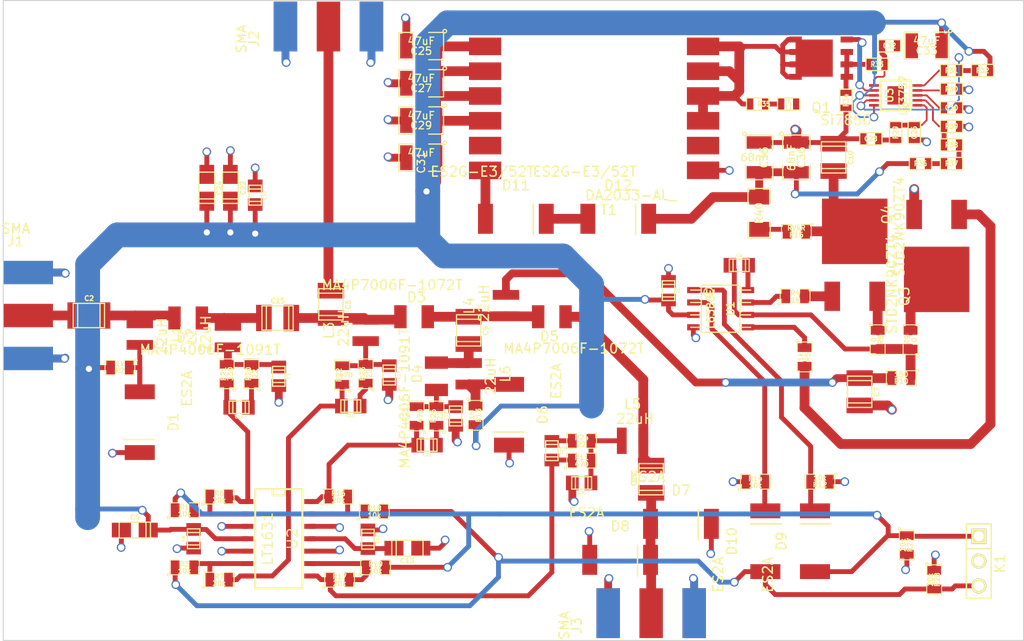
<source format=kicad_pcb>
(kicad_pcb (version 3) (host pcbnew "(2013-may-18)-stable")

  (general
    (links 202)
    (no_connects 6)
    (area 56.178334 24.240755 161.594001 92.134)
    (thickness 1.6)
    (drawings 5)
    (tracks 627)
    (zones 0)
    (modules 105)
    (nets 63)
  )

  (page A3)
  (layers
    (15 F.Cu signal)
    (2 Inner2.Cu signal)
    (1 Inner1.Cu signal hide)
    (0 B.Cu signal)
    (16 B.Adhes user)
    (17 F.Adhes user)
    (18 B.Paste user)
    (19 F.Paste user)
    (20 B.SilkS user)
    (21 F.SilkS user)
    (22 B.Mask user)
    (23 F.Mask user)
    (28 Edge.Cuts user)
  )

  (setup
    (last_trace_width 0.18)
    (user_trace_width 0.5)
    (user_trace_width 0.8)
    (user_trace_width 1)
    (user_trace_width 2.54)
    (trace_clearance 0.17)
    (zone_clearance 0.508)
    (zone_45_only yes)
    (trace_min 0.17)
    (segment_width 0.2)
    (edge_width 0.1)
    (via_size 0.889)
    (via_drill 0.635)
    (via_min_size 0.889)
    (via_min_drill 0.508)
    (uvia_size 0.508)
    (uvia_drill 0.127)
    (uvias_allowed no)
    (uvia_min_size 0.508)
    (uvia_min_drill 0.127)
    (pcb_text_width 0.3)
    (pcb_text_size 1.5 1.5)
    (mod_edge_width 0.15)
    (mod_text_size 1 1)
    (mod_text_width 0.15)
    (pad_size 1.524 3.074)
    (pad_drill 0)
    (pad_to_mask_clearance 0)
    (aux_axis_origin 0 0)
    (visible_elements FFFFFFBF)
    (pcbplotparams
      (layerselection 3178497)
      (usegerberextensions true)
      (excludeedgelayer true)
      (linewidth 0.150000)
      (plotframeref false)
      (viasonmask false)
      (mode 1)
      (useauxorigin false)
      (hpglpennumber 1)
      (hpglpenspeed 20)
      (hpglpendiameter 15)
      (hpglpenoverlay 2)
      (psnegative false)
      (psa4output false)
      (plotreference true)
      (plotvalue true)
      (plotothertext true)
      (plotinvisibletext false)
      (padsonsilk false)
      (subtractmaskfromsilk false)
      (outputformat 1)
      (mirror false)
      (drillshape 0)
      (scaleselection 1)
      (outputdirectory ""))
  )

  (net 0 "")
  (net 1 /OUTA)
  (net 2 /OUTB)
  (net 3 /OUTC)
  (net 4 /OUTD)
  (net 5 /RX)
  (net 6 /TX)
  (net 7 /hvbias)
  (net 8 /hvd)
  (net 9 /hvdiode)
  (net 10 /hvout)
  (net 11 /hvs)
  (net 12 GND)
  (net 13 N-000001)
  (net 14 N-0000011)
  (net 15 N-0000013)
  (net 16 N-0000014)
  (net 17 N-0000015)
  (net 18 N-0000016)
  (net 19 N-0000017)
  (net 20 N-0000018)
  (net 21 N-0000019)
  (net 22 N-000002)
  (net 23 N-0000020)
  (net 24 N-0000021)
  (net 25 N-0000022)
  (net 26 N-0000023)
  (net 27 N-0000025)
  (net 28 N-0000026)
  (net 29 N-0000027)
  (net 30 N-0000028)
  (net 31 N-0000029)
  (net 32 N-000003)
  (net 33 N-0000030)
  (net 34 N-0000032)
  (net 35 N-0000033)
  (net 36 N-0000034)
  (net 37 N-0000035)
  (net 38 N-0000036)
  (net 39 N-0000037)
  (net 40 N-0000038)
  (net 41 N-0000039)
  (net 42 N-000004)
  (net 43 N-0000040)
  (net 44 N-0000041)
  (net 45 N-0000042)
  (net 46 N-0000043)
  (net 47 N-0000044)
  (net 48 N-0000045)
  (net 49 N-0000046)
  (net 50 N-0000047)
  (net 51 N-0000048)
  (net 52 N-0000049)
  (net 53 N-0000050)
  (net 54 N-0000055)
  (net 55 N-0000056)
  (net 56 N-0000057)
  (net 57 N-0000058)
  (net 58 N-000007)
  (net 59 N-000008)
  (net 60 VCC)
  (net 61 VDD)
  (net 62 VEE)

  (net_class Default "This is the default net class."
    (clearance 0.17)
    (trace_width 0.18)
    (via_dia 0.889)
    (via_drill 0.635)
    (uvia_dia 0.508)
    (uvia_drill 0.127)
    (add_net "")
    (add_net /OUTA)
    (add_net /OUTB)
    (add_net /OUTC)
    (add_net /OUTD)
    (add_net /RX)
    (add_net /TX)
    (add_net GND)
    (add_net N-000001)
    (add_net N-0000011)
    (add_net N-0000013)
    (add_net N-0000014)
    (add_net N-0000015)
    (add_net N-0000016)
    (add_net N-0000017)
    (add_net N-0000018)
    (add_net N-0000019)
    (add_net N-000002)
    (add_net N-0000020)
    (add_net N-0000021)
    (add_net N-0000022)
    (add_net N-0000023)
    (add_net N-0000025)
    (add_net N-0000026)
    (add_net N-0000027)
    (add_net N-0000028)
    (add_net N-0000029)
    (add_net N-000003)
    (add_net N-0000030)
    (add_net N-0000032)
    (add_net N-0000033)
    (add_net N-0000034)
    (add_net N-0000035)
    (add_net N-0000036)
    (add_net N-0000037)
    (add_net N-0000038)
    (add_net N-0000039)
    (add_net N-000004)
    (add_net N-0000040)
    (add_net N-0000041)
    (add_net N-0000042)
    (add_net N-0000043)
    (add_net N-0000044)
    (add_net N-0000045)
    (add_net N-0000046)
    (add_net N-0000047)
    (add_net N-0000048)
    (add_net N-0000049)
    (add_net N-0000050)
    (add_net N-0000055)
    (add_net N-0000056)
    (add_net N-0000057)
    (add_net N-0000058)
    (add_net N-000007)
    (add_net N-000008)
    (add_net VCC)
    (add_net VDD)
    (add_net VEE)
  )

  (net_class 50ohm_1to3 ""
    (clearance 0.254)
    (trace_width 2.8)
    (via_dia 0.889)
    (via_drill 0.635)
    (uvia_dia 0.508)
    (uvia_drill 0.127)
  )

  (net_class hv ""
    (clearance 0.5)
    (trace_width 0.254)
    (via_dia 0.889)
    (via_drill 0.635)
    (uvia_dia 0.508)
    (uvia_drill 0.127)
    (add_net /hvbias)
    (add_net /hvd)
    (add_net /hvdiode)
    (add_net /hvout)
    (add_net /hvs)
  )

  (module SO14N (layer F.Cu) (tedit 42806FE5) (tstamp 52AF5FC5)
    (at 85.471 80.01 270)
    (descr "Module CMS SOJ 14 pins Large")
    (tags "CMS SOJ")
    (path /52AE53E8)
    (attr smd)
    (fp_text reference U2 (at 0 -1.27 270) (layer F.SilkS)
      (effects (font (size 1.016 1.143) (thickness 0.127)))
    )
    (fp_text value LT1631 (at 0 1.27 270) (layer F.SilkS)
      (effects (font (size 1.016 1.016) (thickness 0.127)))
    )
    (fp_line (start 5.08 -2.286) (end 5.08 2.54) (layer F.SilkS) (width 0.2032))
    (fp_line (start 5.08 2.54) (end -5.08 2.54) (layer F.SilkS) (width 0.2032))
    (fp_line (start -5.08 2.54) (end -5.08 -2.286) (layer F.SilkS) (width 0.2032))
    (fp_line (start -5.08 -2.286) (end 5.08 -2.286) (layer F.SilkS) (width 0.2032))
    (fp_line (start -5.08 -0.508) (end -4.445 -0.508) (layer F.SilkS) (width 0.2032))
    (fp_line (start -4.445 -0.508) (end -4.445 0.762) (layer F.SilkS) (width 0.2032))
    (fp_line (start -4.445 0.762) (end -5.08 0.762) (layer F.SilkS) (width 0.2032))
    (pad 1 smd rect (at -3.81 3.302 270) (size 0.508 1.143)
      (layers F.Cu F.Paste F.Mask)
      (net 1 /OUTA)
    )
    (pad 2 smd rect (at -2.54 3.302 270) (size 0.508 1.143)
      (layers F.Cu F.Paste F.Mask)
      (net 22 N-000002)
    )
    (pad 3 smd rect (at -1.27 3.302 270) (size 0.508 1.143)
      (layers F.Cu F.Paste F.Mask)
      (net 12 GND)
    )
    (pad 4 smd rect (at 0 3.302 270) (size 0.508 1.143)
      (layers F.Cu F.Paste F.Mask)
      (net 60 VCC)
    )
    (pad 5 smd rect (at 1.27 3.302 270) (size 0.508 1.143)
      (layers F.Cu F.Paste F.Mask)
      (net 12 GND)
    )
    (pad 6 smd rect (at 2.54 3.302 270) (size 0.508 1.143)
      (layers F.Cu F.Paste F.Mask)
      (net 13 N-000001)
    )
    (pad 7 smd rect (at 3.81 3.302 270) (size 0.508 1.143)
      (layers F.Cu F.Paste F.Mask)
      (net 2 /OUTB)
    )
    (pad 8 smd rect (at 3.81 -3.048 270) (size 0.508 1.143)
      (layers F.Cu F.Paste F.Mask)
      (net 3 /OUTC)
    )
    (pad 9 smd rect (at 2.54 -3.048 270) (size 0.508 1.143)
      (layers F.Cu F.Paste F.Mask)
      (net 42 N-000004)
    )
    (pad 11 smd rect (at 0 -3.048 270) (size 0.508 1.143)
      (layers F.Cu F.Paste F.Mask)
      (net 62 VEE)
    )
    (pad 12 smd rect (at -1.27 -3.048 270) (size 0.508 1.143)
      (layers F.Cu F.Paste F.Mask)
      (net 12 GND)
    )
    (pad 13 smd rect (at -2.54 -3.048 270) (size 0.508 1.143)
      (layers F.Cu F.Paste F.Mask)
      (net 32 N-000003)
    )
    (pad 14 smd rect (at -3.81 -3.048 270) (size 0.508 1.143)
      (layers F.Cu F.Paste F.Mask)
      (net 4 /OUTD)
    )
    (pad 10 smd rect (at 1.27 -3.048 270) (size 0.508 1.143)
      (layers F.Cu F.Paste F.Mask)
      (net 12 GND)
    )
    (model smd/cms_so14.wrl
      (at (xyz 0 0 0))
      (scale (xyz 0.5 0.4 0.5))
      (rotate (xyz 0 0 0))
    )
  )

  (module so-8 (layer F.Cu) (tedit 48A6C16E) (tstamp 52AF5FDE)
    (at 130.556 56.4515 270)
    (descr SO-8)
    (path /52AA02B1)
    (attr smd)
    (fp_text reference U1 (at 0 -1.016 270) (layer F.SilkS)
      (effects (font (size 0.7493 0.7493) (thickness 0.14986)))
    )
    (fp_text value L6388E (at 0 1.016 270) (layer F.SilkS)
      (effects (font (size 0.7493 0.7493) (thickness 0.14986)))
    )
    (fp_line (start -2.413 -1.9812) (end -2.413 1.9812) (layer F.SilkS) (width 0.127))
    (fp_line (start -2.413 1.9812) (end 2.413 1.9812) (layer F.SilkS) (width 0.127))
    (fp_line (start 2.413 1.9812) (end 2.413 -1.9812) (layer F.SilkS) (width 0.127))
    (fp_line (start 2.413 -1.9812) (end -2.413 -1.9812) (layer F.SilkS) (width 0.127))
    (fp_line (start -1.905 -1.9812) (end -1.905 -3.0734) (layer F.SilkS) (width 0.127))
    (fp_line (start -0.635 -1.9812) (end -0.635 -3.0734) (layer F.SilkS) (width 0.127))
    (fp_line (start 0.635 -1.9812) (end 0.635 -3.0734) (layer F.SilkS) (width 0.127))
    (fp_line (start 1.905 -3.0734) (end 1.905 -1.9812) (layer F.SilkS) (width 0.127))
    (fp_line (start 1.905 1.9812) (end 1.905 3.0734) (layer F.SilkS) (width 0.127))
    (fp_line (start 0.635 3.0734) (end 0.635 1.9812) (layer F.SilkS) (width 0.127))
    (fp_line (start -0.635 3.0734) (end -0.635 1.9812) (layer F.SilkS) (width 0.127))
    (fp_line (start -1.905 3.0734) (end -1.905 1.9812) (layer F.SilkS) (width 0.127))
    (fp_circle (center -1.6764 1.2446) (end -1.9558 1.6256) (layer F.SilkS) (width 0.127))
    (pad 1 smd rect (at -1.905 2.794 270) (size 0.635 1.27)
      (layers F.Cu F.Paste F.Mask)
      (net 43 N-0000040)
    )
    (pad 2 smd rect (at -0.635 2.794 270) (size 0.635 1.27)
      (layers F.Cu F.Paste F.Mask)
      (net 41 N-0000039)
    )
    (pad 3 smd rect (at 0.635 2.794 270) (size 0.635 1.27)
      (layers F.Cu F.Paste F.Mask)
      (net 60 VCC)
    )
    (pad 4 smd rect (at 1.905 2.794 270) (size 0.635 1.27)
      (layers F.Cu F.Paste F.Mask)
      (net 12 GND)
    )
    (pad 5 smd rect (at 1.905 -2.794 270) (size 0.635 1.27)
      (layers F.Cu F.Paste F.Mask)
      (net 27 N-0000025)
    )
    (pad 6 smd rect (at 0.635 -2.794 270) (size 0.635 1.27)
      (layers F.Cu F.Paste F.Mask)
      (net 10 /hvout)
    )
    (pad 7 smd rect (at -0.635 -2.794 270) (size 0.635 1.27)
      (layers F.Cu F.Paste F.Mask)
      (net 54 N-0000055)
    )
    (pad 8 smd rect (at -1.905 -2.794 270) (size 0.635 1.27)
      (layers F.Cu F.Paste F.Mask)
      (net 30 N-0000028)
    )
    (model smd/smd_dil/so-8.wrl
      (at (xyz 0 0 0))
      (scale (xyz 1 1 1))
      (rotate (xyz 0 0 0))
    )
  )

  (module sma (layer F.Cu) (tedit 52A56E7A) (tstamp 52AF5FE7)
    (at 123.444 87.63 90)
    (path /52AA0DAF)
    (fp_text reference J3 (at -1.27 -7.62 90) (layer F.SilkS)
      (effects (font (size 1 1) (thickness 0.15)))
    )
    (fp_text value SMA (at -1.27 -8.89 90) (layer F.SilkS)
      (effects (font (size 1 1) (thickness 0.15)))
    )
    (pad 1 smd rect (at 0 0 90) (size 5.1 2.4)
      (layers F.Cu F.Paste F.Mask)
      (net 20 N-0000018)
    )
    (pad 2 smd rect (at 0 -4.4 90) (size 5.1 2.4)
      (layers F.Cu F.Paste F.Mask)
      (net 12 GND)
    )
    (pad 3 smd rect (at 0 4.4 90) (size 5.1 2.4)
      (layers F.Cu F.Paste F.Mask)
      (net 12 GND)
    )
    (pad 4 smd rect (at 0 4.4 90) (size 5.1 2.4)
      (layers B.Cu B.Paste B.Mask)
      (net 12 GND)
    )
    (pad 5 smd rect (at 0 -4.4 90) (size 5.1 2.4)
      (layers B.Cu B.Paste B.Mask)
      (net 12 GND)
    )
  )

  (module sma (layer F.Cu) (tedit 52A56E7A) (tstamp 52AF5FF0)
    (at 59.69 57.15)
    (path /52AA0DCB)
    (fp_text reference J1 (at -1.27 -7.62) (layer F.SilkS)
      (effects (font (size 1 1) (thickness 0.15)))
    )
    (fp_text value SMA (at -1.27 -8.89) (layer F.SilkS)
      (effects (font (size 1 1) (thickness 0.15)))
    )
    (pad 1 smd rect (at 0 0) (size 5.1 2.4)
      (layers F.Cu F.Paste F.Mask)
      (net 23 N-0000020)
    )
    (pad 2 smd rect (at 0 -4.4) (size 5.1 2.4)
      (layers F.Cu F.Paste F.Mask)
      (net 12 GND)
    )
    (pad 3 smd rect (at 0 4.4) (size 5.1 2.4)
      (layers F.Cu F.Paste F.Mask)
      (net 12 GND)
    )
    (pad 4 smd rect (at 0 4.4) (size 5.1 2.4)
      (layers B.Cu B.Paste B.Mask)
      (net 12 GND)
    )
    (pad 5 smd rect (at 0 -4.4) (size 5.1 2.4)
      (layers B.Cu B.Paste B.Mask)
      (net 12 GND)
    )
  )

  (module sma (layer F.Cu) (tedit 52A56E7A) (tstamp 52AF5FF9)
    (at 90.424 27.559 90)
    (path /52AA0C17)
    (fp_text reference J2 (at -1.27 -7.62 90) (layer F.SilkS)
      (effects (font (size 1 1) (thickness 0.15)))
    )
    (fp_text value SMA (at -1.27 -8.89 90) (layer F.SilkS)
      (effects (font (size 1 1) (thickness 0.15)))
    )
    (pad 1 smd rect (at 0 0 90) (size 5.1 2.4)
      (layers F.Cu F.Paste F.Mask)
      (net 19 N-0000017)
    )
    (pad 2 smd rect (at 0 -4.4 90) (size 5.1 2.4)
      (layers F.Cu F.Paste F.Mask)
      (net 12 GND)
    )
    (pad 3 smd rect (at 0 4.4 90) (size 5.1 2.4)
      (layers F.Cu F.Paste F.Mask)
      (net 12 GND)
    )
    (pad 4 smd rect (at 0 4.4 90) (size 5.1 2.4)
      (layers B.Cu B.Paste B.Mask)
      (net 12 GND)
    )
    (pad 5 smd rect (at 0 -4.4 90) (size 5.1 2.4)
      (layers B.Cu B.Paste B.Mask)
      (net 12 GND)
    )
  )

  (module SM0805 (layer F.Cu) (tedit 5091495C) (tstamp 52AF6006)
    (at 75.692 77.089)
    (path /52AE6261)
    (attr smd)
    (fp_text reference R1 (at 0 -0.3175) (layer F.SilkS)
      (effects (font (size 0.50038 0.50038) (thickness 0.10922)))
    )
    (fp_text value 10k (at 0 0.381) (layer F.SilkS)
      (effects (font (size 0.50038 0.50038) (thickness 0.10922)))
    )
    (fp_circle (center -1.651 0.762) (end -1.651 0.635) (layer F.SilkS) (width 0.09906))
    (fp_line (start -0.508 0.762) (end -1.524 0.762) (layer F.SilkS) (width 0.09906))
    (fp_line (start -1.524 0.762) (end -1.524 -0.762) (layer F.SilkS) (width 0.09906))
    (fp_line (start -1.524 -0.762) (end -0.508 -0.762) (layer F.SilkS) (width 0.09906))
    (fp_line (start 0.508 -0.762) (end 1.524 -0.762) (layer F.SilkS) (width 0.09906))
    (fp_line (start 1.524 -0.762) (end 1.524 0.762) (layer F.SilkS) (width 0.09906))
    (fp_line (start 1.524 0.762) (end 0.508 0.762) (layer F.SilkS) (width 0.09906))
    (pad 1 smd rect (at -0.9525 0) (size 0.889 1.397)
      (layers F.Cu F.Paste F.Mask)
      (net 5 /RX)
    )
    (pad 2 smd rect (at 0.9525 0) (size 0.889 1.397)
      (layers F.Cu F.Paste F.Mask)
      (net 22 N-000002)
    )
    (model smd/chip_cms.wrl
      (at (xyz 0 0 0))
      (scale (xyz 0.1 0.1 0.1))
      (rotate (xyz 0 0 0))
    )
  )

  (module SM0805 (layer F.Cu) (tedit 5091495C) (tstamp 52AF6013)
    (at 79.248 75.692)
    (path /52AE626E)
    (attr smd)
    (fp_text reference R6 (at 0 -0.3175) (layer F.SilkS)
      (effects (font (size 0.50038 0.50038) (thickness 0.10922)))
    )
    (fp_text value 20k (at 0 0.381) (layer F.SilkS)
      (effects (font (size 0.50038 0.50038) (thickness 0.10922)))
    )
    (fp_circle (center -1.651 0.762) (end -1.651 0.635) (layer F.SilkS) (width 0.09906))
    (fp_line (start -0.508 0.762) (end -1.524 0.762) (layer F.SilkS) (width 0.09906))
    (fp_line (start -1.524 0.762) (end -1.524 -0.762) (layer F.SilkS) (width 0.09906))
    (fp_line (start -1.524 -0.762) (end -0.508 -0.762) (layer F.SilkS) (width 0.09906))
    (fp_line (start 0.508 -0.762) (end 1.524 -0.762) (layer F.SilkS) (width 0.09906))
    (fp_line (start 1.524 -0.762) (end 1.524 0.762) (layer F.SilkS) (width 0.09906))
    (fp_line (start 1.524 0.762) (end 0.508 0.762) (layer F.SilkS) (width 0.09906))
    (pad 1 smd rect (at -0.9525 0) (size 0.889 1.397)
      (layers F.Cu F.Paste F.Mask)
      (net 22 N-000002)
    )
    (pad 2 smd rect (at 0.9525 0) (size 0.889 1.397)
      (layers F.Cu F.Paste F.Mask)
      (net 1 /OUTA)
    )
    (model smd/chip_cms.wrl
      (at (xyz 0 0 0))
      (scale (xyz 0.1 0.1 0.1))
      (rotate (xyz 0 0 0))
    )
  )

  (module SM0805 (layer F.Cu) (tedit 5091495C) (tstamp 52AF6020)
    (at 116.332 69.977)
    (path /52AE76FB)
    (attr smd)
    (fp_text reference R24 (at 0 -0.3175) (layer F.SilkS)
      (effects (font (size 0.50038 0.50038) (thickness 0.10922)))
    )
    (fp_text value 22 (at 0 0.381) (layer F.SilkS)
      (effects (font (size 0.50038 0.50038) (thickness 0.10922)))
    )
    (fp_circle (center -1.651 0.762) (end -1.651 0.635) (layer F.SilkS) (width 0.09906))
    (fp_line (start -0.508 0.762) (end -1.524 0.762) (layer F.SilkS) (width 0.09906))
    (fp_line (start -1.524 0.762) (end -1.524 -0.762) (layer F.SilkS) (width 0.09906))
    (fp_line (start -1.524 -0.762) (end -0.508 -0.762) (layer F.SilkS) (width 0.09906))
    (fp_line (start 0.508 -0.762) (end 1.524 -0.762) (layer F.SilkS) (width 0.09906))
    (fp_line (start 1.524 -0.762) (end 1.524 0.762) (layer F.SilkS) (width 0.09906))
    (fp_line (start 1.524 0.762) (end 0.508 0.762) (layer F.SilkS) (width 0.09906))
    (pad 1 smd rect (at -0.9525 0) (size 0.889 1.397)
      (layers F.Cu F.Paste F.Mask)
      (net 16 N-0000014)
    )
    (pad 2 smd rect (at 0.9525 0) (size 0.889 1.397)
      (layers F.Cu F.Paste F.Mask)
      (net 56 N-0000057)
    )
    (model smd/chip_cms.wrl
      (at (xyz 0 0 0))
      (scale (xyz 0.1 0.1 0.1))
      (rotate (xyz 0 0 0))
    )
  )

  (module SM0805 (layer F.Cu) (tedit 5091495C) (tstamp 52AF602D)
    (at 75.692 82.931)
    (path /52AE65D7)
    (attr smd)
    (fp_text reference R3 (at 0 -0.3175) (layer F.SilkS)
      (effects (font (size 0.50038 0.50038) (thickness 0.10922)))
    )
    (fp_text value 10k (at 0 0.381) (layer F.SilkS)
      (effects (font (size 0.50038 0.50038) (thickness 0.10922)))
    )
    (fp_circle (center -1.651 0.762) (end -1.651 0.635) (layer F.SilkS) (width 0.09906))
    (fp_line (start -0.508 0.762) (end -1.524 0.762) (layer F.SilkS) (width 0.09906))
    (fp_line (start -1.524 0.762) (end -1.524 -0.762) (layer F.SilkS) (width 0.09906))
    (fp_line (start -1.524 -0.762) (end -0.508 -0.762) (layer F.SilkS) (width 0.09906))
    (fp_line (start 0.508 -0.762) (end 1.524 -0.762) (layer F.SilkS) (width 0.09906))
    (fp_line (start 1.524 -0.762) (end 1.524 0.762) (layer F.SilkS) (width 0.09906))
    (fp_line (start 1.524 0.762) (end 0.508 0.762) (layer F.SilkS) (width 0.09906))
    (pad 1 smd rect (at -0.9525 0) (size 0.889 1.397)
      (layers F.Cu F.Paste F.Mask)
      (net 6 /TX)
    )
    (pad 2 smd rect (at 0.9525 0) (size 0.889 1.397)
      (layers F.Cu F.Paste F.Mask)
      (net 13 N-000001)
    )
    (model smd/chip_cms.wrl
      (at (xyz 0 0 0))
      (scale (xyz 0.1 0.1 0.1))
      (rotate (xyz 0 0 0))
    )
  )

  (module SM0805 (layer F.Cu) (tedit 5091495C) (tstamp 52AF603A)
    (at 79.248 84.201)
    (path /52AE65E7)
    (attr smd)
    (fp_text reference R7 (at 0 -0.3175) (layer F.SilkS)
      (effects (font (size 0.50038 0.50038) (thickness 0.10922)))
    )
    (fp_text value 20k (at 0 0.381) (layer F.SilkS)
      (effects (font (size 0.50038 0.50038) (thickness 0.10922)))
    )
    (fp_circle (center -1.651 0.762) (end -1.651 0.635) (layer F.SilkS) (width 0.09906))
    (fp_line (start -0.508 0.762) (end -1.524 0.762) (layer F.SilkS) (width 0.09906))
    (fp_line (start -1.524 0.762) (end -1.524 -0.762) (layer F.SilkS) (width 0.09906))
    (fp_line (start -1.524 -0.762) (end -0.508 -0.762) (layer F.SilkS) (width 0.09906))
    (fp_line (start 0.508 -0.762) (end 1.524 -0.762) (layer F.SilkS) (width 0.09906))
    (fp_line (start 1.524 -0.762) (end 1.524 0.762) (layer F.SilkS) (width 0.09906))
    (fp_line (start 1.524 0.762) (end 0.508 0.762) (layer F.SilkS) (width 0.09906))
    (pad 1 smd rect (at -0.9525 0) (size 0.889 1.397)
      (layers F.Cu F.Paste F.Mask)
      (net 13 N-000001)
    )
    (pad 2 smd rect (at 0.9525 0) (size 0.889 1.397)
      (layers F.Cu F.Paste F.Mask)
      (net 2 /OUTB)
    )
    (model smd/chip_cms.wrl
      (at (xyz 0 0 0))
      (scale (xyz 0.1 0.1 0.1))
      (rotate (xyz 0 0 0))
    )
  )

  (module SM0805 (layer F.Cu) (tedit 5091495C) (tstamp 52AF6047)
    (at 91.567 84.201)
    (path /52AE672D)
    (attr smd)
    (fp_text reference R17 (at 0 -0.3175) (layer F.SilkS)
      (effects (font (size 0.50038 0.50038) (thickness 0.10922)))
    )
    (fp_text value 20k (at 0 0.381) (layer F.SilkS)
      (effects (font (size 0.50038 0.50038) (thickness 0.10922)))
    )
    (fp_circle (center -1.651 0.762) (end -1.651 0.635) (layer F.SilkS) (width 0.09906))
    (fp_line (start -0.508 0.762) (end -1.524 0.762) (layer F.SilkS) (width 0.09906))
    (fp_line (start -1.524 0.762) (end -1.524 -0.762) (layer F.SilkS) (width 0.09906))
    (fp_line (start -1.524 -0.762) (end -0.508 -0.762) (layer F.SilkS) (width 0.09906))
    (fp_line (start 0.508 -0.762) (end 1.524 -0.762) (layer F.SilkS) (width 0.09906))
    (fp_line (start 1.524 -0.762) (end 1.524 0.762) (layer F.SilkS) (width 0.09906))
    (fp_line (start 1.524 0.762) (end 0.508 0.762) (layer F.SilkS) (width 0.09906))
    (pad 1 smd rect (at -0.9525 0) (size 0.889 1.397)
      (layers F.Cu F.Paste F.Mask)
      (net 3 /OUTC)
    )
    (pad 2 smd rect (at 0.9525 0) (size 0.889 1.397)
      (layers F.Cu F.Paste F.Mask)
      (net 42 N-000004)
    )
    (model smd/chip_cms.wrl
      (at (xyz 0 0 0))
      (scale (xyz 0.1 0.1 0.1))
      (rotate (xyz 0 0 0))
    )
  )

  (module SM0805 (layer F.Cu) (tedit 5091495C) (tstamp 52AF6054)
    (at 91.44 75.692)
    (path /52AE6733)
    (attr smd)
    (fp_text reference R16 (at 0 -0.3175) (layer F.SilkS)
      (effects (font (size 0.50038 0.50038) (thickness 0.10922)))
    )
    (fp_text value 20k (at 0 0.381) (layer F.SilkS)
      (effects (font (size 0.50038 0.50038) (thickness 0.10922)))
    )
    (fp_circle (center -1.651 0.762) (end -1.651 0.635) (layer F.SilkS) (width 0.09906))
    (fp_line (start -0.508 0.762) (end -1.524 0.762) (layer F.SilkS) (width 0.09906))
    (fp_line (start -1.524 0.762) (end -1.524 -0.762) (layer F.SilkS) (width 0.09906))
    (fp_line (start -1.524 -0.762) (end -0.508 -0.762) (layer F.SilkS) (width 0.09906))
    (fp_line (start 0.508 -0.762) (end 1.524 -0.762) (layer F.SilkS) (width 0.09906))
    (fp_line (start 1.524 -0.762) (end 1.524 0.762) (layer F.SilkS) (width 0.09906))
    (fp_line (start 1.524 0.762) (end 0.508 0.762) (layer F.SilkS) (width 0.09906))
    (pad 1 smd rect (at -0.9525 0) (size 0.889 1.397)
      (layers F.Cu F.Paste F.Mask)
      (net 4 /OUTD)
    )
    (pad 2 smd rect (at 0.9525 0) (size 0.889 1.397)
      (layers F.Cu F.Paste F.Mask)
      (net 32 N-000003)
    )
    (model smd/chip_cms.wrl
      (at (xyz 0 0 0))
      (scale (xyz 0.1 0.1 0.1))
      (rotate (xyz 0 0 0))
    )
  )

  (module SM0805 (layer F.Cu) (tedit 5091495C) (tstamp 52AF6061)
    (at 95.123 77.216)
    (path /52AE6739)
    (attr smd)
    (fp_text reference R18 (at 0 -0.3175) (layer F.SilkS)
      (effects (font (size 0.50038 0.50038) (thickness 0.10922)))
    )
    (fp_text value 10k (at 0 0.381) (layer F.SilkS)
      (effects (font (size 0.50038 0.50038) (thickness 0.10922)))
    )
    (fp_circle (center -1.651 0.762) (end -1.651 0.635) (layer F.SilkS) (width 0.09906))
    (fp_line (start -0.508 0.762) (end -1.524 0.762) (layer F.SilkS) (width 0.09906))
    (fp_line (start -1.524 0.762) (end -1.524 -0.762) (layer F.SilkS) (width 0.09906))
    (fp_line (start -1.524 -0.762) (end -0.508 -0.762) (layer F.SilkS) (width 0.09906))
    (fp_line (start 0.508 -0.762) (end 1.524 -0.762) (layer F.SilkS) (width 0.09906))
    (fp_line (start 1.524 -0.762) (end 1.524 0.762) (layer F.SilkS) (width 0.09906))
    (fp_line (start 1.524 0.762) (end 0.508 0.762) (layer F.SilkS) (width 0.09906))
    (pad 1 smd rect (at -0.9525 0) (size 0.889 1.397)
      (layers F.Cu F.Paste F.Mask)
      (net 32 N-000003)
    )
    (pad 2 smd rect (at 0.9525 0) (size 0.889 1.397)
      (layers F.Cu F.Paste F.Mask)
      (net 6 /TX)
    )
    (model smd/chip_cms.wrl
      (at (xyz 0 0 0))
      (scale (xyz 0.1 0.1 0.1))
      (rotate (xyz 0 0 0))
    )
  )

  (module SM0805 (layer F.Cu) (tedit 5091495C) (tstamp 52AF606E)
    (at 95.25 82.931)
    (path /52AE673F)
    (attr smd)
    (fp_text reference R19 (at 0 -0.3175) (layer F.SilkS)
      (effects (font (size 0.50038 0.50038) (thickness 0.10922)))
    )
    (fp_text value 10k (at 0 0.381) (layer F.SilkS)
      (effects (font (size 0.50038 0.50038) (thickness 0.10922)))
    )
    (fp_circle (center -1.651 0.762) (end -1.651 0.635) (layer F.SilkS) (width 0.09906))
    (fp_line (start -0.508 0.762) (end -1.524 0.762) (layer F.SilkS) (width 0.09906))
    (fp_line (start -1.524 0.762) (end -1.524 -0.762) (layer F.SilkS) (width 0.09906))
    (fp_line (start -1.524 -0.762) (end -0.508 -0.762) (layer F.SilkS) (width 0.09906))
    (fp_line (start 0.508 -0.762) (end 1.524 -0.762) (layer F.SilkS) (width 0.09906))
    (fp_line (start 1.524 -0.762) (end 1.524 0.762) (layer F.SilkS) (width 0.09906))
    (fp_line (start 1.524 0.762) (end 0.508 0.762) (layer F.SilkS) (width 0.09906))
    (pad 1 smd rect (at -0.9525 0) (size 0.889 1.397)
      (layers F.Cu F.Paste F.Mask)
      (net 42 N-000004)
    )
    (pad 2 smd rect (at 0.9525 0) (size 0.889 1.397)
      (layers F.Cu F.Paste F.Mask)
      (net 5 /RX)
    )
    (model smd/chip_cms.wrl
      (at (xyz 0 0 0))
      (scale (xyz 0.1 0.1 0.1))
      (rotate (xyz 0 0 0))
    )
  )

  (module SM0805 (layer F.Cu) (tedit 52F2EF48) (tstamp 52AF607B)
    (at 91.821 63.246 90)
    (path /52AE55A8)
    (attr smd)
    (fp_text reference R22 (at 0 -0.3175 90) (layer F.SilkS)
      (effects (font (size 0.50038 0.50038) (thickness 0.10922)))
    )
    (fp_text value 470 (at 0 0.381 180) (layer F.SilkS)
      (effects (font (size 0.50038 0.50038) (thickness 0.10922)))
    )
    (fp_circle (center -1.651 0.762) (end -1.651 0.635) (layer F.SilkS) (width 0.09906))
    (fp_line (start -0.508 0.762) (end -1.524 0.762) (layer F.SilkS) (width 0.09906))
    (fp_line (start -1.524 0.762) (end -1.524 -0.762) (layer F.SilkS) (width 0.09906))
    (fp_line (start -1.524 -0.762) (end -0.508 -0.762) (layer F.SilkS) (width 0.09906))
    (fp_line (start 0.508 -0.762) (end 1.524 -0.762) (layer F.SilkS) (width 0.09906))
    (fp_line (start 1.524 -0.762) (end 1.524 0.762) (layer F.SilkS) (width 0.09906))
    (fp_line (start 1.524 0.762) (end 0.508 0.762) (layer F.SilkS) (width 0.09906))
    (pad 1 smd rect (at -0.9525 0 90) (size 0.889 1.397)
      (layers F.Cu F.Paste F.Mask)
      (net 2 /OUTB)
    )
    (pad 2 smd rect (at 0.9525 0 90) (size 0.889 1.397)
      (layers F.Cu F.Paste F.Mask)
      (net 15 N-0000013)
    )
    (model smd/chip_cms.wrl
      (at (xyz 0 0 0))
      (scale (xyz 0.1 0.1 0.1))
      (rotate (xyz 0 0 0))
    )
  )

  (module SM0805 (layer F.Cu) (tedit 5091495C) (tstamp 52AF6088)
    (at 80.01 63.119 90)
    (path /52AE7113)
    (attr smd)
    (fp_text reference R21 (at 0 -0.3175 90) (layer F.SilkS)
      (effects (font (size 0.50038 0.50038) (thickness 0.10922)))
    )
    (fp_text value 330 (at 0 0.381 90) (layer F.SilkS)
      (effects (font (size 0.50038 0.50038) (thickness 0.10922)))
    )
    (fp_circle (center -1.651 0.762) (end -1.651 0.635) (layer F.SilkS) (width 0.09906))
    (fp_line (start -0.508 0.762) (end -1.524 0.762) (layer F.SilkS) (width 0.09906))
    (fp_line (start -1.524 0.762) (end -1.524 -0.762) (layer F.SilkS) (width 0.09906))
    (fp_line (start -1.524 -0.762) (end -0.508 -0.762) (layer F.SilkS) (width 0.09906))
    (fp_line (start 0.508 -0.762) (end 1.524 -0.762) (layer F.SilkS) (width 0.09906))
    (fp_line (start 1.524 -0.762) (end 1.524 0.762) (layer F.SilkS) (width 0.09906))
    (fp_line (start 1.524 0.762) (end 0.508 0.762) (layer F.SilkS) (width 0.09906))
    (pad 1 smd rect (at -0.9525 0 90) (size 0.889 1.397)
      (layers F.Cu F.Paste F.Mask)
      (net 1 /OUTA)
    )
    (pad 2 smd rect (at 0.9525 0 90) (size 0.889 1.397)
      (layers F.Cu F.Paste F.Mask)
      (net 18 N-0000016)
    )
    (model smd/chip_cms.wrl
      (at (xyz 0 0 0))
      (scale (xyz 0.1 0.1 0.1))
      (rotate (xyz 0 0 0))
    )
  )

  (module SM0805 (layer F.Cu) (tedit 5091495C) (tstamp 52AF6095)
    (at 94.234 63.119 90)
    (path /52AE748C)
    (attr smd)
    (fp_text reference R23 (at 0 -0.3175 90) (layer F.SilkS)
      (effects (font (size 0.50038 0.50038) (thickness 0.10922)))
    )
    (fp_text value 22 (at 0 0.381 90) (layer F.SilkS)
      (effects (font (size 0.50038 0.50038) (thickness 0.10922)))
    )
    (fp_circle (center -1.651 0.762) (end -1.651 0.635) (layer F.SilkS) (width 0.09906))
    (fp_line (start -0.508 0.762) (end -1.524 0.762) (layer F.SilkS) (width 0.09906))
    (fp_line (start -1.524 0.762) (end -1.524 -0.762) (layer F.SilkS) (width 0.09906))
    (fp_line (start -1.524 -0.762) (end -0.508 -0.762) (layer F.SilkS) (width 0.09906))
    (fp_line (start 0.508 -0.762) (end 1.524 -0.762) (layer F.SilkS) (width 0.09906))
    (fp_line (start 1.524 -0.762) (end 1.524 0.762) (layer F.SilkS) (width 0.09906))
    (fp_line (start 1.524 0.762) (end 0.508 0.762) (layer F.SilkS) (width 0.09906))
    (pad 1 smd rect (at -0.9525 0 90) (size 0.889 1.397)
      (layers F.Cu F.Paste F.Mask)
      (net 14 N-0000011)
    )
    (pad 2 smd rect (at 0.9525 0 90) (size 0.889 1.397)
      (layers F.Cu F.Paste F.Mask)
      (net 15 N-0000013)
    )
    (model smd/chip_cms.wrl
      (at (xyz 0 0 0))
      (scale (xyz 0.1 0.1 0.1))
      (rotate (xyz 0 0 0))
    )
  )

  (module SM0805 (layer F.Cu) (tedit 5091495C) (tstamp 52AF60A2)
    (at 138.176 55.1815)
    (path /52AA0394)
    (attr smd)
    (fp_text reference R4 (at 0 -0.3175) (layer F.SilkS)
      (effects (font (size 0.50038 0.50038) (thickness 0.10922)))
    )
    (fp_text value 1k (at 0 0.381) (layer F.SilkS)
      (effects (font (size 0.50038 0.50038) (thickness 0.10922)))
    )
    (fp_circle (center -1.651 0.762) (end -1.651 0.635) (layer F.SilkS) (width 0.09906))
    (fp_line (start -0.508 0.762) (end -1.524 0.762) (layer F.SilkS) (width 0.09906))
    (fp_line (start -1.524 0.762) (end -1.524 -0.762) (layer F.SilkS) (width 0.09906))
    (fp_line (start -1.524 -0.762) (end -0.508 -0.762) (layer F.SilkS) (width 0.09906))
    (fp_line (start 0.508 -0.762) (end 1.524 -0.762) (layer F.SilkS) (width 0.09906))
    (fp_line (start 1.524 -0.762) (end 1.524 0.762) (layer F.SilkS) (width 0.09906))
    (fp_line (start 1.524 0.762) (end 0.508 0.762) (layer F.SilkS) (width 0.09906))
    (pad 1 smd rect (at -0.9525 0) (size 0.889 1.397)
      (layers F.Cu F.Paste F.Mask)
      (net 54 N-0000055)
    )
    (pad 2 smd rect (at 0.9525 0) (size 0.889 1.397)
      (layers F.Cu F.Paste F.Mask)
      (net 28 N-0000026)
    )
    (model smd/chip_cms.wrl
      (at (xyz 0 0 0))
      (scale (xyz 0.1 0.1 0.1))
      (rotate (xyz 0 0 0))
    )
  )

  (module SM0805 (layer F.Cu) (tedit 5091495C) (tstamp 52AF60AF)
    (at 82.55 63.119 90)
    (path /52AE791D)
    (attr smd)
    (fp_text reference R20 (at 0 -0.3175 90) (layer F.SilkS)
      (effects (font (size 0.50038 0.50038) (thickness 0.10922)))
    )
    (fp_text value 22 (at 0 0.381 90) (layer F.SilkS)
      (effects (font (size 0.50038 0.50038) (thickness 0.10922)))
    )
    (fp_circle (center -1.651 0.762) (end -1.651 0.635) (layer F.SilkS) (width 0.09906))
    (fp_line (start -0.508 0.762) (end -1.524 0.762) (layer F.SilkS) (width 0.09906))
    (fp_line (start -1.524 0.762) (end -1.524 -0.762) (layer F.SilkS) (width 0.09906))
    (fp_line (start -1.524 -0.762) (end -0.508 -0.762) (layer F.SilkS) (width 0.09906))
    (fp_line (start 0.508 -0.762) (end 1.524 -0.762) (layer F.SilkS) (width 0.09906))
    (fp_line (start 1.524 -0.762) (end 1.524 0.762) (layer F.SilkS) (width 0.09906))
    (fp_line (start 1.524 0.762) (end 0.508 0.762) (layer F.SilkS) (width 0.09906))
    (pad 1 smd rect (at -0.9525 0 90) (size 0.889 1.397)
      (layers F.Cu F.Paste F.Mask)
      (net 17 N-0000015)
    )
    (pad 2 smd rect (at 0.9525 0 90) (size 0.889 1.397)
      (layers F.Cu F.Paste F.Mask)
      (net 18 N-0000016)
    )
    (model smd/chip_cms.wrl
      (at (xyz 0 0 0))
      (scale (xyz 0.1 0.1 0.1))
      (rotate (xyz 0 0 0))
    )
  )

  (module SM0805 (layer F.Cu) (tedit 52EC17BB) (tstamp 52AF60BC)
    (at 99.441 67.437 90)
    (path /52AE7C16)
    (attr smd)
    (fp_text reference R25 (at 0.127 -1.143 90) (layer F.SilkS)
      (effects (font (size 0.50038 0.50038) (thickness 0.10922)))
    )
    (fp_text value 470 (at 0 0.381 90) (layer F.SilkS)
      (effects (font (size 0.50038 0.50038) (thickness 0.10922)))
    )
    (fp_circle (center -1.651 0.762) (end -1.651 0.635) (layer F.SilkS) (width 0.09906))
    (fp_line (start -0.508 0.762) (end -1.524 0.762) (layer F.SilkS) (width 0.09906))
    (fp_line (start -1.524 0.762) (end -1.524 -0.762) (layer F.SilkS) (width 0.09906))
    (fp_line (start -1.524 -0.762) (end -0.508 -0.762) (layer F.SilkS) (width 0.09906))
    (fp_line (start 0.508 -0.762) (end 1.524 -0.762) (layer F.SilkS) (width 0.09906))
    (fp_line (start 1.524 -0.762) (end 1.524 0.762) (layer F.SilkS) (width 0.09906))
    (fp_line (start 1.524 0.762) (end 0.508 0.762) (layer F.SilkS) (width 0.09906))
    (pad 1 smd rect (at -0.9525 0 90) (size 0.889 1.397)
      (layers F.Cu F.Paste F.Mask)
      (net 4 /OUTD)
    )
    (pad 2 smd rect (at 0.9525 0 90) (size 0.889 1.397)
      (layers F.Cu F.Paste F.Mask)
      (net 58 N-000007)
    )
    (model smd/chip_cms.wrl
      (at (xyz 0 0 0))
      (scale (xyz 0.1 0.1 0.1))
      (rotate (xyz 0 0 0))
    )
  )

  (module SM0805 (layer F.Cu) (tedit 5091495C) (tstamp 52AF60C9)
    (at 101.473 67.437 90)
    (path /52AE7C35)
    (attr smd)
    (fp_text reference R26 (at 0 -0.3175 90) (layer F.SilkS)
      (effects (font (size 0.50038 0.50038) (thickness 0.10922)))
    )
    (fp_text value 22 (at 0 0.381 90) (layer F.SilkS)
      (effects (font (size 0.50038 0.50038) (thickness 0.10922)))
    )
    (fp_circle (center -1.651 0.762) (end -1.651 0.635) (layer F.SilkS) (width 0.09906))
    (fp_line (start -0.508 0.762) (end -1.524 0.762) (layer F.SilkS) (width 0.09906))
    (fp_line (start -1.524 0.762) (end -1.524 -0.762) (layer F.SilkS) (width 0.09906))
    (fp_line (start -1.524 -0.762) (end -0.508 -0.762) (layer F.SilkS) (width 0.09906))
    (fp_line (start 0.508 -0.762) (end 1.524 -0.762) (layer F.SilkS) (width 0.09906))
    (fp_line (start 1.524 -0.762) (end 1.524 0.762) (layer F.SilkS) (width 0.09906))
    (fp_line (start 1.524 0.762) (end 0.508 0.762) (layer F.SilkS) (width 0.09906))
    (pad 1 smd rect (at -0.9525 0 90) (size 0.889 1.397)
      (layers F.Cu F.Paste F.Mask)
      (net 59 N-000008)
    )
    (pad 2 smd rect (at 0.9525 0 90) (size 0.889 1.397)
      (layers F.Cu F.Paste F.Mask)
      (net 58 N-000007)
    )
    (model smd/chip_cms.wrl
      (at (xyz 0 0 0))
      (scale (xyz 0.1 0.1 0.1))
      (rotate (xyz 0 0 0))
    )
  )

  (module SM0805 (layer F.Cu) (tedit 5091495C) (tstamp 52AF60D6)
    (at 134.112 74.168)
    (path /52AE7E62)
    (attr smd)
    (fp_text reference R14 (at 0 -0.3175) (layer F.SilkS)
      (effects (font (size 0.50038 0.50038) (thickness 0.10922)))
    )
    (fp_text value 10k (at 0 0.381) (layer F.SilkS)
      (effects (font (size 0.50038 0.50038) (thickness 0.10922)))
    )
    (fp_circle (center -1.651 0.762) (end -1.651 0.635) (layer F.SilkS) (width 0.09906))
    (fp_line (start -0.508 0.762) (end -1.524 0.762) (layer F.SilkS) (width 0.09906))
    (fp_line (start -1.524 0.762) (end -1.524 -0.762) (layer F.SilkS) (width 0.09906))
    (fp_line (start -1.524 -0.762) (end -0.508 -0.762) (layer F.SilkS) (width 0.09906))
    (fp_line (start 0.508 -0.762) (end 1.524 -0.762) (layer F.SilkS) (width 0.09906))
    (fp_line (start 1.524 -0.762) (end 1.524 0.762) (layer F.SilkS) (width 0.09906))
    (fp_line (start 1.524 0.762) (end 0.508 0.762) (layer F.SilkS) (width 0.09906))
    (pad 1 smd rect (at -0.9525 0) (size 0.889 1.397)
      (layers F.Cu F.Paste F.Mask)
      (net 12 GND)
    )
    (pad 2 smd rect (at 0.9525 0) (size 0.889 1.397)
      (layers F.Cu F.Paste F.Mask)
      (net 41 N-0000039)
    )
    (model smd/chip_cms.wrl
      (at (xyz 0 0 0))
      (scale (xyz 0.1 0.1 0.1))
      (rotate (xyz 0 0 0))
    )
  )

  (module SM0805 (layer F.Cu) (tedit 5091495C) (tstamp 52AF60E3)
    (at 140.716 74.168 180)
    (path /52AE80E6)
    (attr smd)
    (fp_text reference R12 (at 0 -0.3175 180) (layer F.SilkS)
      (effects (font (size 0.50038 0.50038) (thickness 0.10922)))
    )
    (fp_text value 10k (at 0 0.381 180) (layer F.SilkS)
      (effects (font (size 0.50038 0.50038) (thickness 0.10922)))
    )
    (fp_circle (center -1.651 0.762) (end -1.651 0.635) (layer F.SilkS) (width 0.09906))
    (fp_line (start -0.508 0.762) (end -1.524 0.762) (layer F.SilkS) (width 0.09906))
    (fp_line (start -1.524 0.762) (end -1.524 -0.762) (layer F.SilkS) (width 0.09906))
    (fp_line (start -1.524 -0.762) (end -0.508 -0.762) (layer F.SilkS) (width 0.09906))
    (fp_line (start 0.508 -0.762) (end 1.524 -0.762) (layer F.SilkS) (width 0.09906))
    (fp_line (start 1.524 -0.762) (end 1.524 0.762) (layer F.SilkS) (width 0.09906))
    (fp_line (start 1.524 0.762) (end 0.508 0.762) (layer F.SilkS) (width 0.09906))
    (pad 1 smd rect (at -0.9525 0 180) (size 0.889 1.397)
      (layers F.Cu F.Paste F.Mask)
      (net 12 GND)
    )
    (pad 2 smd rect (at 0.9525 0 180) (size 0.889 1.397)
      (layers F.Cu F.Paste F.Mask)
      (net 43 N-0000040)
    )
    (model smd/chip_cms.wrl
      (at (xyz 0 0 0))
      (scale (xyz 0.1 0.1 0.1))
      (rotate (xyz 0 0 0))
    )
  )

  (module SM0805 (layer F.Cu) (tedit 5091495C) (tstamp 52AF60F0)
    (at 138.303 48.5775 180)
    (path /52AE8530)
    (attr smd)
    (fp_text reference R15 (at 0 -0.3175 180) (layer F.SilkS)
      (effects (font (size 0.50038 0.50038) (thickness 0.10922)))
    )
    (fp_text value RVAR (at 0 0.381 180) (layer F.SilkS)
      (effects (font (size 0.50038 0.50038) (thickness 0.10922)))
    )
    (fp_circle (center -1.651 0.762) (end -1.651 0.635) (layer F.SilkS) (width 0.09906))
    (fp_line (start -0.508 0.762) (end -1.524 0.762) (layer F.SilkS) (width 0.09906))
    (fp_line (start -1.524 0.762) (end -1.524 -0.762) (layer F.SilkS) (width 0.09906))
    (fp_line (start -1.524 -0.762) (end -0.508 -0.762) (layer F.SilkS) (width 0.09906))
    (fp_line (start 0.508 -0.762) (end 1.524 -0.762) (layer F.SilkS) (width 0.09906))
    (fp_line (start 1.524 -0.762) (end 1.524 0.762) (layer F.SilkS) (width 0.09906))
    (fp_line (start 1.524 0.762) (end 0.508 0.762) (layer F.SilkS) (width 0.09906))
    (pad 1 smd rect (at -0.9525 0 180) (size 0.889 1.397)
      (layers F.Cu F.Paste F.Mask)
      (net 61 VDD)
    )
    (pad 2 smd rect (at 0.9525 0 180) (size 0.889 1.397)
      (layers F.Cu F.Paste F.Mask)
      (net 33 N-0000030)
    )
    (model smd/chip_cms.wrl
      (at (xyz 0 0 0))
      (scale (xyz 0.1 0.1 0.1))
      (rotate (xyz 0 0 0))
    )
  )

  (module SM0805 (layer F.Cu) (tedit 5091495C) (tstamp 52AF60FD)
    (at 149.606 80.645 270)
    (path /52AF509C)
    (attr smd)
    (fp_text reference R27 (at 0 -0.3175 270) (layer F.SilkS)
      (effects (font (size 0.50038 0.50038) (thickness 0.10922)))
    )
    (fp_text value 20k (at 0 0.381 270) (layer F.SilkS)
      (effects (font (size 0.50038 0.50038) (thickness 0.10922)))
    )
    (fp_circle (center -1.651 0.762) (end -1.651 0.635) (layer F.SilkS) (width 0.09906))
    (fp_line (start -0.508 0.762) (end -1.524 0.762) (layer F.SilkS) (width 0.09906))
    (fp_line (start -1.524 0.762) (end -1.524 -0.762) (layer F.SilkS) (width 0.09906))
    (fp_line (start -1.524 -0.762) (end -0.508 -0.762) (layer F.SilkS) (width 0.09906))
    (fp_line (start 0.508 -0.762) (end 1.524 -0.762) (layer F.SilkS) (width 0.09906))
    (fp_line (start 1.524 -0.762) (end 1.524 0.762) (layer F.SilkS) (width 0.09906))
    (fp_line (start 1.524 0.762) (end 0.508 0.762) (layer F.SilkS) (width 0.09906))
    (pad 1 smd rect (at -0.9525 0 270) (size 0.889 1.397)
      (layers F.Cu F.Paste F.Mask)
      (net 5 /RX)
    )
    (pad 2 smd rect (at 0.9525 0 270) (size 0.889 1.397)
      (layers F.Cu F.Paste F.Mask)
      (net 12 GND)
    )
    (model smd/chip_cms.wrl
      (at (xyz 0 0 0))
      (scale (xyz 0.1 0.1 0.1))
      (rotate (xyz 0 0 0))
    )
  )

  (module SM0805 (layer F.Cu) (tedit 5091495C) (tstamp 52AF610A)
    (at 152.4 84.201 270)
    (path /52AF50A2)
    (attr smd)
    (fp_text reference R28 (at 0 -0.3175 270) (layer F.SilkS)
      (effects (font (size 0.50038 0.50038) (thickness 0.10922)))
    )
    (fp_text value 20k (at 0 0.381 270) (layer F.SilkS)
      (effects (font (size 0.50038 0.50038) (thickness 0.10922)))
    )
    (fp_circle (center -1.651 0.762) (end -1.651 0.635) (layer F.SilkS) (width 0.09906))
    (fp_line (start -0.508 0.762) (end -1.524 0.762) (layer F.SilkS) (width 0.09906))
    (fp_line (start -1.524 0.762) (end -1.524 -0.762) (layer F.SilkS) (width 0.09906))
    (fp_line (start -1.524 -0.762) (end -0.508 -0.762) (layer F.SilkS) (width 0.09906))
    (fp_line (start 0.508 -0.762) (end 1.524 -0.762) (layer F.SilkS) (width 0.09906))
    (fp_line (start 1.524 -0.762) (end 1.524 0.762) (layer F.SilkS) (width 0.09906))
    (fp_line (start 1.524 0.762) (end 0.508 0.762) (layer F.SilkS) (width 0.09906))
    (pad 1 smd rect (at -0.9525 0 270) (size 0.889 1.397)
      (layers F.Cu F.Paste F.Mask)
      (net 12 GND)
    )
    (pad 2 smd rect (at 0.9525 0 270) (size 0.889 1.397)
      (layers F.Cu F.Paste F.Mask)
      (net 6 /TX)
    )
    (model smd/chip_cms.wrl
      (at (xyz 0 0 0))
      (scale (xyz 0.1 0.1 0.1))
      (rotate (xyz 0 0 0))
    )
  )

  (module SM0805 (layer F.Cu) (tedit 5091495C) (tstamp 52AF6117)
    (at 105.4735 67.3735 270)
    (path /52ABBCE2)
    (attr smd)
    (fp_text reference R13 (at 0 -0.3175 270) (layer F.SilkS)
      (effects (font (size 0.50038 0.50038) (thickness 0.10922)))
    )
    (fp_text value 1k (at 0 0.381 270) (layer F.SilkS)
      (effects (font (size 0.50038 0.50038) (thickness 0.10922)))
    )
    (fp_circle (center -1.651 0.762) (end -1.651 0.635) (layer F.SilkS) (width 0.09906))
    (fp_line (start -0.508 0.762) (end -1.524 0.762) (layer F.SilkS) (width 0.09906))
    (fp_line (start -1.524 0.762) (end -1.524 -0.762) (layer F.SilkS) (width 0.09906))
    (fp_line (start -1.524 -0.762) (end -0.508 -0.762) (layer F.SilkS) (width 0.09906))
    (fp_line (start 0.508 -0.762) (end 1.524 -0.762) (layer F.SilkS) (width 0.09906))
    (fp_line (start 1.524 -0.762) (end 1.524 0.762) (layer F.SilkS) (width 0.09906))
    (fp_line (start 1.524 0.762) (end 0.508 0.762) (layer F.SilkS) (width 0.09906))
    (pad 1 smd rect (at -0.9525 0 270) (size 0.889 1.397)
      (layers F.Cu F.Paste F.Mask)
      (net 25 N-0000022)
    )
    (pad 2 smd rect (at 0.9525 0 270) (size 0.889 1.397)
      (layers F.Cu F.Paste F.Mask)
      (net 60 VCC)
    )
    (model smd/chip_cms.wrl
      (at (xyz 0 0 0))
      (scale (xyz 0.1 0.1 0.1))
      (rotate (xyz 0 0 0))
    )
  )

  (module SM0805 (layer F.Cu) (tedit 5091495C) (tstamp 52AF6124)
    (at 139.1412 61.3918 270)
    (path /52AA03A3)
    (attr smd)
    (fp_text reference R5 (at 0 -0.3175 270) (layer F.SilkS)
      (effects (font (size 0.50038 0.50038) (thickness 0.10922)))
    )
    (fp_text value 1k (at 0 0.381 270) (layer F.SilkS)
      (effects (font (size 0.50038 0.50038) (thickness 0.10922)))
    )
    (fp_circle (center -1.651 0.762) (end -1.651 0.635) (layer F.SilkS) (width 0.09906))
    (fp_line (start -0.508 0.762) (end -1.524 0.762) (layer F.SilkS) (width 0.09906))
    (fp_line (start -1.524 0.762) (end -1.524 -0.762) (layer F.SilkS) (width 0.09906))
    (fp_line (start -1.524 -0.762) (end -0.508 -0.762) (layer F.SilkS) (width 0.09906))
    (fp_line (start 0.508 -0.762) (end 1.524 -0.762) (layer F.SilkS) (width 0.09906))
    (fp_line (start 1.524 -0.762) (end 1.524 0.762) (layer F.SilkS) (width 0.09906))
    (fp_line (start 1.524 0.762) (end 0.508 0.762) (layer F.SilkS) (width 0.09906))
    (pad 1 smd rect (at -0.9525 0 270) (size 0.889 1.397)
      (layers F.Cu F.Paste F.Mask)
      (net 27 N-0000025)
    )
    (pad 2 smd rect (at 0.9525 0 270) (size 0.889 1.397)
      (layers F.Cu F.Paste F.Mask)
      (net 29 N-0000027)
    )
    (model smd/chip_cms.wrl
      (at (xyz 0 0 0))
      (scale (xyz 0.1 0.1 0.1))
      (rotate (xyz 0 0 0))
    )
  )

  (module SM0805 (layer F.Cu) (tedit 5091495C) (tstamp 52AF6131)
    (at 116.332 72.009)
    (path /52AB9C51)
    (attr smd)
    (fp_text reference R11 (at 0 -0.3175) (layer F.SilkS)
      (effects (font (size 0.50038 0.50038) (thickness 0.10922)))
    )
    (fp_text value 470 (at 0 0.381) (layer F.SilkS)
      (effects (font (size 0.50038 0.50038) (thickness 0.10922)))
    )
    (fp_circle (center -1.651 0.762) (end -1.651 0.635) (layer F.SilkS) (width 0.09906))
    (fp_line (start -0.508 0.762) (end -1.524 0.762) (layer F.SilkS) (width 0.09906))
    (fp_line (start -1.524 0.762) (end -1.524 -0.762) (layer F.SilkS) (width 0.09906))
    (fp_line (start -1.524 -0.762) (end -0.508 -0.762) (layer F.SilkS) (width 0.09906))
    (fp_line (start 0.508 -0.762) (end 1.524 -0.762) (layer F.SilkS) (width 0.09906))
    (fp_line (start 1.524 -0.762) (end 1.524 0.762) (layer F.SilkS) (width 0.09906))
    (fp_line (start 1.524 0.762) (end 0.508 0.762) (layer F.SilkS) (width 0.09906))
    (pad 1 smd rect (at -0.9525 0) (size 0.889 1.397)
      (layers F.Cu F.Paste F.Mask)
      (net 3 /OUTC)
    )
    (pad 2 smd rect (at 0.9525 0) (size 0.889 1.397)
      (layers F.Cu F.Paste F.Mask)
      (net 56 N-0000057)
    )
    (model smd/chip_cms.wrl
      (at (xyz 0 0 0))
      (scale (xyz 0.1 0.1 0.1))
      (rotate (xyz 0 0 0))
    )
  )

  (module SM0805 (layer F.Cu) (tedit 5091495C) (tstamp 52AF613E)
    (at 69.088 62.484 180)
    (path /52ABBB39)
    (attr smd)
    (fp_text reference R2 (at 0 -0.3175 180) (layer F.SilkS)
      (effects (font (size 0.50038 0.50038) (thickness 0.10922)))
    )
    (fp_text value 1k (at 0 0.381 180) (layer F.SilkS)
      (effects (font (size 0.50038 0.50038) (thickness 0.10922)))
    )
    (fp_circle (center -1.651 0.762) (end -1.651 0.635) (layer F.SilkS) (width 0.09906))
    (fp_line (start -0.508 0.762) (end -1.524 0.762) (layer F.SilkS) (width 0.09906))
    (fp_line (start -1.524 0.762) (end -1.524 -0.762) (layer F.SilkS) (width 0.09906))
    (fp_line (start -1.524 -0.762) (end -0.508 -0.762) (layer F.SilkS) (width 0.09906))
    (fp_line (start 0.508 -0.762) (end 1.524 -0.762) (layer F.SilkS) (width 0.09906))
    (fp_line (start 1.524 -0.762) (end 1.524 0.762) (layer F.SilkS) (width 0.09906))
    (fp_line (start 1.524 0.762) (end 0.508 0.762) (layer F.SilkS) (width 0.09906))
    (pad 1 smd rect (at -0.9525 0 180) (size 0.889 1.397)
      (layers F.Cu F.Paste F.Mask)
      (net 24 N-0000021)
    )
    (pad 2 smd rect (at 0.9525 0 180) (size 0.889 1.397)
      (layers F.Cu F.Paste F.Mask)
      (net 60 VCC)
    )
    (model smd/chip_cms.wrl
      (at (xyz 0 0 0))
      (scale (xyz 0.1 0.1 0.1))
      (rotate (xyz 0 0 0))
    )
  )

  (module SM0805 (layer F.Cu) (tedit 5091495C) (tstamp 52AF6D73)
    (at 146.6215 59.6265 270)
    (path /52ABA766)
    (attr smd)
    (fp_text reference R8 (at 0 -0.3175 270) (layer F.SilkS)
      (effects (font (size 0.50038 0.50038) (thickness 0.10922)))
    )
    (fp_text value 0 (at 0 0.381 270) (layer F.SilkS)
      (effects (font (size 0.50038 0.50038) (thickness 0.10922)))
    )
    (fp_circle (center -1.651 0.762) (end -1.651 0.635) (layer F.SilkS) (width 0.09906))
    (fp_line (start -0.508 0.762) (end -1.524 0.762) (layer F.SilkS) (width 0.09906))
    (fp_line (start -1.524 0.762) (end -1.524 -0.762) (layer F.SilkS) (width 0.09906))
    (fp_line (start -1.524 -0.762) (end -0.508 -0.762) (layer F.SilkS) (width 0.09906))
    (fp_line (start 0.508 -0.762) (end 1.524 -0.762) (layer F.SilkS) (width 0.09906))
    (fp_line (start 1.524 -0.762) (end 1.524 0.762) (layer F.SilkS) (width 0.09906))
    (fp_line (start 1.524 0.762) (end 0.508 0.762) (layer F.SilkS) (width 0.09906))
    (pad 1 smd rect (at -0.9525 0 270) (size 0.889 1.397)
      (layers F.Cu F.Paste F.Mask)
      (net 11 /hvs)
    )
    (pad 2 smd rect (at 0.9525 0 270) (size 0.889 1.397)
      (layers F.Cu F.Paste F.Mask)
      (net 10 /hvout)
    )
    (model smd/chip_cms.wrl
      (at (xyz 0 0 0))
      (scale (xyz 0.1 0.1 0.1))
      (rotate (xyz 0 0 0))
    )
  )

  (module SM0805 (layer F.Cu) (tedit 5091495C) (tstamp 52AF6158)
    (at 149.0345 63.5635 180)
    (path /52ABAF7B)
    (attr smd)
    (fp_text reference R10 (at 0 -0.3175 180) (layer F.SilkS)
      (effects (font (size 0.50038 0.50038) (thickness 0.10922)))
    )
    (fp_text value 150 (at 0 0.381 180) (layer F.SilkS)
      (effects (font (size 0.50038 0.50038) (thickness 0.10922)))
    )
    (fp_circle (center -1.651 0.762) (end -1.651 0.635) (layer F.SilkS) (width 0.09906))
    (fp_line (start -0.508 0.762) (end -1.524 0.762) (layer F.SilkS) (width 0.09906))
    (fp_line (start -1.524 0.762) (end -1.524 -0.762) (layer F.SilkS) (width 0.09906))
    (fp_line (start -1.524 -0.762) (end -0.508 -0.762) (layer F.SilkS) (width 0.09906))
    (fp_line (start 0.508 -0.762) (end 1.524 -0.762) (layer F.SilkS) (width 0.09906))
    (fp_line (start 1.524 -0.762) (end 1.524 0.762) (layer F.SilkS) (width 0.09906))
    (fp_line (start 1.524 0.762) (end 0.508 0.762) (layer F.SilkS) (width 0.09906))
    (pad 1 smd rect (at -0.9525 0 180) (size 0.889 1.397)
      (layers F.Cu F.Paste F.Mask)
      (net 10 /hvout)
    )
    (pad 2 smd rect (at 0.9525 0 180) (size 0.889 1.397)
      (layers F.Cu F.Paste F.Mask)
      (net 7 /hvbias)
    )
    (model smd/chip_cms.wrl
      (at (xyz 0 0 0))
      (scale (xyz 0.1 0.1 0.1))
      (rotate (xyz 0 0 0))
    )
  )

  (module SM0805 (layer F.Cu) (tedit 5091495C) (tstamp 52AF6165)
    (at 149.987 59.6265 90)
    (path /52ABA4BB)
    (attr smd)
    (fp_text reference R9 (at 0 -0.3175 90) (layer F.SilkS)
      (effects (font (size 0.50038 0.50038) (thickness 0.10922)))
    )
    (fp_text value 0 (at 0 0.381 90) (layer F.SilkS)
      (effects (font (size 0.50038 0.50038) (thickness 0.10922)))
    )
    (fp_circle (center -1.651 0.762) (end -1.651 0.635) (layer F.SilkS) (width 0.09906))
    (fp_line (start -0.508 0.762) (end -1.524 0.762) (layer F.SilkS) (width 0.09906))
    (fp_line (start -1.524 0.762) (end -1.524 -0.762) (layer F.SilkS) (width 0.09906))
    (fp_line (start -1.524 -0.762) (end -0.508 -0.762) (layer F.SilkS) (width 0.09906))
    (fp_line (start 0.508 -0.762) (end 1.524 -0.762) (layer F.SilkS) (width 0.09906))
    (fp_line (start 1.524 -0.762) (end 1.524 0.762) (layer F.SilkS) (width 0.09906))
    (fp_line (start 1.524 0.762) (end 0.508 0.762) (layer F.SilkS) (width 0.09906))
    (pad 1 smd rect (at -0.9525 0 90) (size 0.889 1.397)
      (layers F.Cu F.Paste F.Mask)
      (net 10 /hvout)
    )
    (pad 2 smd rect (at 0.9525 0 90) (size 0.889 1.397)
      (layers F.Cu F.Paste F.Mask)
      (net 8 /hvd)
    )
    (model smd/chip_cms.wrl
      (at (xyz 0 0 0))
      (scale (xyz 0.1 0.1 0.1))
      (rotate (xyz 0 0 0))
    )
  )

  (module PIN_ARRAY_3X1 (layer F.Cu) (tedit 4C1130E0) (tstamp 52AF6171)
    (at 156.972 82.296 270)
    (descr "Connecteur 3 pins")
    (tags "CONN DEV")
    (path /52ABD194)
    (fp_text reference K1 (at 0.254 -2.159 270) (layer F.SilkS)
      (effects (font (size 1.016 1.016) (thickness 0.1524)))
    )
    (fp_text value CONN_3 (at 0 -2.159 270) (layer F.SilkS) hide
      (effects (font (size 1.016 1.016) (thickness 0.1524)))
    )
    (fp_line (start -3.81 1.27) (end -3.81 -1.27) (layer F.SilkS) (width 0.1524))
    (fp_line (start -3.81 -1.27) (end 3.81 -1.27) (layer F.SilkS) (width 0.1524))
    (fp_line (start 3.81 -1.27) (end 3.81 1.27) (layer F.SilkS) (width 0.1524))
    (fp_line (start 3.81 1.27) (end -3.81 1.27) (layer F.SilkS) (width 0.1524))
    (fp_line (start -1.27 -1.27) (end -1.27 1.27) (layer F.SilkS) (width 0.1524))
    (pad 1 thru_hole rect (at -2.54 0 270) (size 1.524 1.524) (drill 1.016)
      (layers *.Cu *.Mask F.SilkS)
      (net 5 /RX)
    )
    (pad 2 thru_hole circle (at 0 0 270) (size 1.524 1.524) (drill 1.016)
      (layers *.Cu *.Mask F.SilkS)
      (net 12 GND)
    )
    (pad 3 thru_hole circle (at 2.54 0 270) (size 1.524 1.524) (drill 1.016)
      (layers *.Cu *.Mask F.SilkS)
      (net 6 /TX)
    )
    (model pin_array/pins_array_3x1.wrl
      (at (xyz 0 0 0))
      (scale (xyz 1 1 1))
      (rotate (xyz 0 0 0))
    )
  )

  (module c_tant_A (layer F.Cu) (tedit 4D5D91D2) (tstamp 52AF617C)
    (at 70.612 79.121)
    (descr "SMT capacitor, tantalum size A")
    (path /52AE5775)
    (fp_text reference C4 (at 0.0254 -1.2954) (layer F.SilkS)
      (effects (font (size 0.50038 0.50038) (thickness 0.11938)))
    )
    (fp_text value 2.2uF (at 0 1.27) (layer F.SilkS) hide
      (effects (font (size 0.50038 0.50038) (thickness 0.11938)))
    )
    (fp_line (start 1.143 0.8128) (end 1.143 -0.8128) (layer F.SilkS) (width 0.127))
    (fp_line (start -1.6002 -0.8128) (end -1.6002 0.8128) (layer F.SilkS) (width 0.127))
    (fp_line (start -1.6002 0.8128) (end 1.6002 0.8128) (layer F.SilkS) (width 0.127))
    (fp_line (start 1.6002 0.8128) (end 1.6002 -0.8128) (layer F.SilkS) (width 0.127))
    (fp_line (start 1.6002 -0.8128) (end -1.6002 -0.8128) (layer F.SilkS) (width 0.127))
    (pad 1 smd rect (at 1.37414 0) (size 1.95072 1.50114)
      (layers F.Cu F.Paste F.Mask)
      (net 60 VCC)
    )
    (pad 2 smd rect (at -1.37414 0) (size 1.95072 1.50114)
      (layers F.Cu F.Paste F.Mask)
      (net 12 GND)
    )
    (model smd/capacitors/c_tant_A.wrl
      (at (xyz 0 0 0))
      (scale (xyz 1 1 1))
      (rotate (xyz 0 0 0))
    )
  )

  (module c_tant_A (layer F.Cu) (tedit 4D5D91D2) (tstamp 52AF6187)
    (at 98.5012 80.9752 180)
    (descr "SMT capacitor, tantalum size A")
    (path /52AE5757)
    (fp_text reference C13 (at 0.0254 -1.2954 180) (layer F.SilkS)
      (effects (font (size 0.50038 0.50038) (thickness 0.11938)))
    )
    (fp_text value 2.2uF (at 0 1.27 180) (layer F.SilkS) hide
      (effects (font (size 0.50038 0.50038) (thickness 0.11938)))
    )
    (fp_line (start 1.143 0.8128) (end 1.143 -0.8128) (layer F.SilkS) (width 0.127))
    (fp_line (start -1.6002 -0.8128) (end -1.6002 0.8128) (layer F.SilkS) (width 0.127))
    (fp_line (start -1.6002 0.8128) (end 1.6002 0.8128) (layer F.SilkS) (width 0.127))
    (fp_line (start 1.6002 0.8128) (end 1.6002 -0.8128) (layer F.SilkS) (width 0.127))
    (fp_line (start 1.6002 -0.8128) (end -1.6002 -0.8128) (layer F.SilkS) (width 0.127))
    (pad 1 smd rect (at 1.37414 0 180) (size 1.95072 1.50114)
      (layers F.Cu F.Paste F.Mask)
      (net 62 VEE)
    )
    (pad 2 smd rect (at -1.37414 0 180) (size 1.95072 1.50114)
      (layers F.Cu F.Paste F.Mask)
      (net 12 GND)
    )
    (model smd/capacitors/c_tant_A.wrl
      (at (xyz 0 0 0))
      (scale (xyz 1 1 1))
      (rotate (xyz 0 0 0))
    )
  )

  (module c_tant_A (layer F.Cu) (tedit 4D5D91D2) (tstamp 52AF6192)
    (at 77.978 44.069 270)
    (descr "SMT capacitor, tantalum size A")
    (path /52AF5530)
    (fp_text reference C24 (at 0.0254 -1.2954 270) (layer F.SilkS)
      (effects (font (size 0.50038 0.50038) (thickness 0.11938)))
    )
    (fp_text value 10uF (at 0 1.27 270) (layer F.SilkS) hide
      (effects (font (size 0.50038 0.50038) (thickness 0.11938)))
    )
    (fp_line (start 1.143 0.8128) (end 1.143 -0.8128) (layer F.SilkS) (width 0.127))
    (fp_line (start -1.6002 -0.8128) (end -1.6002 0.8128) (layer F.SilkS) (width 0.127))
    (fp_line (start -1.6002 0.8128) (end 1.6002 0.8128) (layer F.SilkS) (width 0.127))
    (fp_line (start 1.6002 0.8128) (end 1.6002 -0.8128) (layer F.SilkS) (width 0.127))
    (fp_line (start 1.6002 -0.8128) (end -1.6002 -0.8128) (layer F.SilkS) (width 0.127))
    (pad 1 smd rect (at 1.37414 0 270) (size 1.95072 1.50114)
      (layers F.Cu F.Paste F.Mask)
      (net 60 VCC)
    )
    (pad 2 smd rect (at -1.37414 0 270) (size 1.95072 1.50114)
      (layers F.Cu F.Paste F.Mask)
      (net 12 GND)
    )
    (model smd/capacitors/c_tant_A.wrl
      (at (xyz 0 0 0))
      (scale (xyz 1 1 1))
      (rotate (xyz 0 0 0))
    )
  )

  (module c_tant_A (layer F.Cu) (tedit 4D5D91D2) (tstamp 52AF619D)
    (at 80.391 44.069 270)
    (descr "SMT capacitor, tantalum size A")
    (path /52AF5971)
    (fp_text reference C22 (at 0.0254 -1.2954 270) (layer F.SilkS)
      (effects (font (size 0.50038 0.50038) (thickness 0.11938)))
    )
    (fp_text value 2.2uF (at 0 1.27 270) (layer F.SilkS) hide
      (effects (font (size 0.50038 0.50038) (thickness 0.11938)))
    )
    (fp_line (start 1.143 0.8128) (end 1.143 -0.8128) (layer F.SilkS) (width 0.127))
    (fp_line (start -1.6002 -0.8128) (end -1.6002 0.8128) (layer F.SilkS) (width 0.127))
    (fp_line (start -1.6002 0.8128) (end 1.6002 0.8128) (layer F.SilkS) (width 0.127))
    (fp_line (start 1.6002 0.8128) (end 1.6002 -0.8128) (layer F.SilkS) (width 0.127))
    (fp_line (start 1.6002 -0.8128) (end -1.6002 -0.8128) (layer F.SilkS) (width 0.127))
    (pad 1 smd rect (at 1.37414 0 270) (size 1.95072 1.50114)
      (layers F.Cu F.Paste F.Mask)
      (net 60 VCC)
    )
    (pad 2 smd rect (at -1.37414 0 270) (size 1.95072 1.50114)
      (layers F.Cu F.Paste F.Mask)
      (net 12 GND)
    )
    (model smd/capacitors/c_tant_A.wrl
      (at (xyz 0 0 0))
      (scale (xyz 1 1 1))
      (rotate (xyz 0 0 0))
    )
  )

  (module c_1210 (layer F.Cu) (tedit 49047413) (tstamp 52AF61A9)
    (at 123.444 73.914 90)
    (descr "SMT capacitor, 1210")
    (path /52AA0D7B)
    (fp_text reference C11 (at 0.0254 -1.7526 90) (layer F.SilkS)
      (effects (font (size 0.50038 0.50038) (thickness 0.11938)))
    )
    (fp_text value .022uF (at -0.0254 1.7272 90) (layer F.SilkS) hide
      (effects (font (size 0.50038 0.50038) (thickness 0.11938)))
    )
    (fp_line (start -1.6002 -1.2446) (end -1.6002 1.2446) (layer F.SilkS) (width 0.127))
    (fp_line (start 1.6002 1.2446) (end 1.6002 -1.2446) (layer F.SilkS) (width 0.127))
    (fp_line (start 1.143 -1.2446) (end 1.143 1.2446) (layer F.SilkS) (width 0.127))
    (fp_line (start -1.143 1.2446) (end -1.143 -1.2446) (layer F.SilkS) (width 0.127))
    (fp_line (start -1.6002 1.2446) (end 1.6002 1.2446) (layer F.SilkS) (width 0.127))
    (fp_line (start 1.6002 -1.2446) (end -1.6002 -1.2446) (layer F.SilkS) (width 0.127))
    (pad 1 smd rect (at 1.397 0 90) (size 1.6002 2.6924)
      (layers F.Cu F.Paste F.Mask)
      (net 55 N-0000056)
    )
    (pad 2 smd rect (at -1.397 0 90) (size 1.6002 2.6924)
      (layers F.Cu F.Paste F.Mask)
      (net 20 N-0000018)
    )
    (model smd/capacitors/c_1210.wrl
      (at (xyz 0 0 0))
      (scale (xyz 1 1 1))
      (rotate (xyz 0 0 0))
    )
  )

  (module c_1210 (layer F.Cu) (tedit 49047413) (tstamp 52AF61B5)
    (at 90.678 56.007 270)
    (descr "SMT capacitor, 1210")
    (path /52AA0DC5)
    (fp_text reference C6 (at 0.0254 -1.7526 270) (layer F.SilkS)
      (effects (font (size 0.50038 0.50038) (thickness 0.11938)))
    )
    (fp_text value .022uF (at -0.0254 1.7272 270) (layer F.SilkS) hide
      (effects (font (size 0.50038 0.50038) (thickness 0.11938)))
    )
    (fp_line (start -1.6002 -1.2446) (end -1.6002 1.2446) (layer F.SilkS) (width 0.127))
    (fp_line (start 1.6002 1.2446) (end 1.6002 -1.2446) (layer F.SilkS) (width 0.127))
    (fp_line (start 1.143 -1.2446) (end 1.143 1.2446) (layer F.SilkS) (width 0.127))
    (fp_line (start -1.143 1.2446) (end -1.143 -1.2446) (layer F.SilkS) (width 0.127))
    (fp_line (start -1.6002 1.2446) (end 1.6002 1.2446) (layer F.SilkS) (width 0.127))
    (fp_line (start 1.6002 -1.2446) (end -1.6002 -1.2446) (layer F.SilkS) (width 0.127))
    (pad 1 smd rect (at 1.397 0 270) (size 1.6002 2.6924)
      (layers F.Cu F.Paste F.Mask)
      (net 57 N-0000058)
    )
    (pad 2 smd rect (at -1.397 0 270) (size 1.6002 2.6924)
      (layers F.Cu F.Paste F.Mask)
      (net 19 N-0000017)
    )
    (model smd/capacitors/c_1210.wrl
      (at (xyz 0 0 0))
      (scale (xyz 1 1 1))
      (rotate (xyz 0 0 0))
    )
  )

  (module c_1210 (layer F.Cu) (tedit 49047413) (tstamp 52AF61C1)
    (at 65.913 57.15)
    (descr "SMT capacitor, 1210")
    (path /52AA0DE1)
    (fp_text reference C2 (at 0.0254 -1.7526) (layer F.SilkS)
      (effects (font (size 0.50038 0.50038) (thickness 0.11938)))
    )
    (fp_text value .022uF (at -0.0254 1.7272) (layer F.SilkS) hide
      (effects (font (size 0.50038 0.50038) (thickness 0.11938)))
    )
    (fp_line (start -1.6002 -1.2446) (end -1.6002 1.2446) (layer F.SilkS) (width 0.127))
    (fp_line (start 1.6002 1.2446) (end 1.6002 -1.2446) (layer F.SilkS) (width 0.127))
    (fp_line (start 1.143 -1.2446) (end 1.143 1.2446) (layer F.SilkS) (width 0.127))
    (fp_line (start -1.143 1.2446) (end -1.143 -1.2446) (layer F.SilkS) (width 0.127))
    (fp_line (start -1.6002 1.2446) (end 1.6002 1.2446) (layer F.SilkS) (width 0.127))
    (fp_line (start 1.6002 -1.2446) (end -1.6002 -1.2446) (layer F.SilkS) (width 0.127))
    (pad 1 smd rect (at 1.397 0) (size 1.6002 2.6924)
      (layers F.Cu F.Paste F.Mask)
      (net 21 N-0000019)
    )
    (pad 2 smd rect (at -1.397 0) (size 1.6002 2.6924)
      (layers F.Cu F.Paste F.Mask)
      (net 23 N-0000020)
    )
    (model smd/capacitors/c_1210.wrl
      (at (xyz 0 0 0))
      (scale (xyz 1 1 1))
      (rotate (xyz 0 0 0))
    )
  )

  (module c_1210 (layer F.Cu) (tedit 49047413) (tstamp 52E99CC2)
    (at 142.113 40.9575 270)
    (descr "SMT capacitor, 1210")
    (path /52AE8620)
    (fp_text reference C10 (at 0.0254 -1.7526 270) (layer F.SilkS)
      (effects (font (size 0.50038 0.50038) (thickness 0.11938)))
    )
    (fp_text value .022uF (at -0.0254 1.7272 270) (layer F.SilkS) hide
      (effects (font (size 0.50038 0.50038) (thickness 0.11938)))
    )
    (fp_line (start -1.6002 -1.2446) (end -1.6002 1.2446) (layer F.SilkS) (width 0.127))
    (fp_line (start 1.6002 1.2446) (end 1.6002 -1.2446) (layer F.SilkS) (width 0.127))
    (fp_line (start 1.143 -1.2446) (end 1.143 1.2446) (layer F.SilkS) (width 0.127))
    (fp_line (start -1.143 1.2446) (end -1.143 -1.2446) (layer F.SilkS) (width 0.127))
    (fp_line (start -1.6002 1.2446) (end 1.6002 1.2446) (layer F.SilkS) (width 0.127))
    (fp_line (start 1.6002 -1.2446) (end -1.6002 -1.2446) (layer F.SilkS) (width 0.127))
    (pad 1 smd rect (at 1.397 0 270) (size 1.6002 2.6924)
      (layers F.Cu F.Paste F.Mask)
      (net 61 VDD)
    )
    (pad 2 smd rect (at -1.397 0 270) (size 1.6002 2.6924)
      (layers F.Cu F.Paste F.Mask)
      (net 12 GND)
    )
    (model smd/capacitors/c_1210.wrl
      (at (xyz 0 0 0))
      (scale (xyz 1 1 1))
      (rotate (xyz 0 0 0))
    )
  )

  (module c_1210 (layer F.Cu) (tedit 49047413) (tstamp 52AF61D9)
    (at 104.775 58.674 270)
    (descr "SMT capacitor, 1210")
    (path /52ABBCEC)
    (fp_text reference C9 (at 0.0254 -1.7526 270) (layer F.SilkS)
      (effects (font (size 0.50038 0.50038) (thickness 0.11938)))
    )
    (fp_text value .022uF (at -0.0254 1.7272 270) (layer F.SilkS) hide
      (effects (font (size 0.50038 0.50038) (thickness 0.11938)))
    )
    (fp_line (start -1.6002 -1.2446) (end -1.6002 1.2446) (layer F.SilkS) (width 0.127))
    (fp_line (start 1.6002 1.2446) (end 1.6002 -1.2446) (layer F.SilkS) (width 0.127))
    (fp_line (start 1.143 -1.2446) (end 1.143 1.2446) (layer F.SilkS) (width 0.127))
    (fp_line (start -1.143 1.2446) (end -1.143 -1.2446) (layer F.SilkS) (width 0.127))
    (fp_line (start -1.6002 1.2446) (end 1.6002 1.2446) (layer F.SilkS) (width 0.127))
    (fp_line (start 1.6002 -1.2446) (end -1.6002 -1.2446) (layer F.SilkS) (width 0.127))
    (pad 1 smd rect (at 1.397 0 270) (size 1.6002 2.6924)
      (layers F.Cu F.Paste F.Mask)
      (net 26 N-0000023)
    )
    (pad 2 smd rect (at -1.397 0 270) (size 1.6002 2.6924)
      (layers F.Cu F.Paste F.Mask)
      (net 9 /hvdiode)
    )
    (model smd/capacitors/c_1210.wrl
      (at (xyz 0 0 0))
      (scale (xyz 1 1 1))
      (rotate (xyz 0 0 0))
    )
  )

  (module c_1210 (layer F.Cu) (tedit 49047413) (tstamp 52AF61E5)
    (at 144.78 64.9605 270)
    (descr "SMT capacitor, 1210")
    (path /52AA19E2)
    (fp_text reference C7 (at 0.0254 -1.7526 270) (layer F.SilkS)
      (effects (font (size 0.50038 0.50038) (thickness 0.11938)))
    )
    (fp_text value .022uF (at -0.0254 1.7272 270) (layer F.SilkS) hide
      (effects (font (size 0.50038 0.50038) (thickness 0.11938)))
    )
    (fp_line (start -1.6002 -1.2446) (end -1.6002 1.2446) (layer F.SilkS) (width 0.127))
    (fp_line (start 1.6002 1.2446) (end 1.6002 -1.2446) (layer F.SilkS) (width 0.127))
    (fp_line (start 1.143 -1.2446) (end 1.143 1.2446) (layer F.SilkS) (width 0.127))
    (fp_line (start -1.143 1.2446) (end -1.143 -1.2446) (layer F.SilkS) (width 0.127))
    (fp_line (start -1.6002 1.2446) (end 1.6002 1.2446) (layer F.SilkS) (width 0.127))
    (fp_line (start 1.6002 -1.2446) (end -1.6002 -1.2446) (layer F.SilkS) (width 0.127))
    (pad 1 smd rect (at 1.397 0 270) (size 1.6002 2.6924)
      (layers F.Cu F.Paste F.Mask)
      (net 12 GND)
    )
    (pad 2 smd rect (at -1.397 0 270) (size 1.6002 2.6924)
      (layers F.Cu F.Paste F.Mask)
      (net 7 /hvbias)
    )
    (model smd/capacitors/c_1210.wrl
      (at (xyz 0 0 0))
      (scale (xyz 1 1 1))
      (rotate (xyz 0 0 0))
    )
  )

  (module c_1210 (layer F.Cu) (tedit 49047413) (tstamp 52AF61F1)
    (at 85.217 57.404)
    (descr "SMT capacitor, 1210")
    (path /52AE36E3)
    (fp_text reference C15 (at 0.0254 -1.7526) (layer F.SilkS)
      (effects (font (size 0.50038 0.50038) (thickness 0.11938)))
    )
    (fp_text value .022uF (at -0.0254 1.7272) (layer F.SilkS) hide
      (effects (font (size 0.50038 0.50038) (thickness 0.11938)))
    )
    (fp_line (start -1.6002 -1.2446) (end -1.6002 1.2446) (layer F.SilkS) (width 0.127))
    (fp_line (start 1.6002 1.2446) (end 1.6002 -1.2446) (layer F.SilkS) (width 0.127))
    (fp_line (start 1.143 -1.2446) (end 1.143 1.2446) (layer F.SilkS) (width 0.127))
    (fp_line (start -1.143 1.2446) (end -1.143 -1.2446) (layer F.SilkS) (width 0.127))
    (fp_line (start -1.6002 1.2446) (end 1.6002 1.2446) (layer F.SilkS) (width 0.127))
    (fp_line (start 1.6002 -1.2446) (end -1.6002 -1.2446) (layer F.SilkS) (width 0.127))
    (pad 1 smd rect (at 1.397 0) (size 1.6002 2.6924)
      (layers F.Cu F.Paste F.Mask)
      (net 57 N-0000058)
    )
    (pad 2 smd rect (at -1.397 0) (size 1.6002 2.6924)
      (layers F.Cu F.Paste F.Mask)
      (net 31 N-0000029)
    )
    (model smd/capacitors/c_1210.wrl
      (at (xyz 0 0 0))
      (scale (xyz 1 1 1))
      (rotate (xyz 0 0 0))
    )
  )

  (module c_0805 (layer F.Cu) (tedit 49047394) (tstamp 52AF61FD)
    (at 81.28 66.548 180)
    (descr "SMT capacitor, 0805")
    (path /52AE7917)
    (fp_text reference C14 (at 0 -0.9906 180) (layer F.SilkS)
      (effects (font (size 0.29972 0.29972) (thickness 0.06096)))
    )
    (fp_text value 100pF (at 0 0.9906 180) (layer F.SilkS) hide
      (effects (font (size 0.29972 0.29972) (thickness 0.06096)))
    )
    (fp_line (start 0.635 -0.635) (end 0.635 0.635) (layer F.SilkS) (width 0.127))
    (fp_line (start -0.635 -0.635) (end -0.635 0.6096) (layer F.SilkS) (width 0.127))
    (fp_line (start -1.016 -0.635) (end 1.016 -0.635) (layer F.SilkS) (width 0.127))
    (fp_line (start 1.016 -0.635) (end 1.016 0.635) (layer F.SilkS) (width 0.127))
    (fp_line (start 1.016 0.635) (end -1.016 0.635) (layer F.SilkS) (width 0.127))
    (fp_line (start -1.016 0.635) (end -1.016 -0.635) (layer F.SilkS) (width 0.127))
    (pad 1 smd rect (at 0.9525 0 180) (size 1.30048 1.4986)
      (layers F.Cu F.Paste F.Mask)
      (net 1 /OUTA)
    )
    (pad 2 smd rect (at -0.9525 0 180) (size 1.30048 1.4986)
      (layers F.Cu F.Paste F.Mask)
      (net 17 N-0000015)
    )
    (model smd/capacitors/c_0805.wrl
      (at (xyz 0 0 0))
      (scale (xyz 1 1 1))
      (rotate (xyz 0 0 0))
    )
  )

  (module c_0805 (layer F.Cu) (tedit 49047394) (tstamp 5317880A)
    (at 103.4415 67.437 90)
    (descr "SMT capacitor, 0805")
    (path /52AE7C1F)
    (fp_text reference C18 (at 0 -0.9906 90) (layer F.SilkS)
      (effects (font (size 0.29972 0.29972) (thickness 0.06096)))
    )
    (fp_text value ".022uF 100V" (at 0 0.9906 90) (layer F.SilkS) hide
      (effects (font (size 0.29972 0.29972) (thickness 0.06096)))
    )
    (fp_line (start 0.635 -0.635) (end 0.635 0.635) (layer F.SilkS) (width 0.127))
    (fp_line (start -0.635 -0.635) (end -0.635 0.6096) (layer F.SilkS) (width 0.127))
    (fp_line (start -1.016 -0.635) (end 1.016 -0.635) (layer F.SilkS) (width 0.127))
    (fp_line (start 1.016 -0.635) (end 1.016 0.635) (layer F.SilkS) (width 0.127))
    (fp_line (start 1.016 0.635) (end -1.016 0.635) (layer F.SilkS) (width 0.127))
    (fp_line (start -1.016 0.635) (end -1.016 -0.635) (layer F.SilkS) (width 0.127))
    (pad 1 smd rect (at 0.9525 0 90) (size 1.30048 1.4986)
      (layers F.Cu F.Paste F.Mask)
      (net 58 N-000007)
    )
    (pad 2 smd rect (at -0.9525 0 90) (size 1.30048 1.4986)
      (layers F.Cu F.Paste F.Mask)
      (net 12 GND)
    )
    (model smd/capacitors/c_0805.wrl
      (at (xyz 0 0 0))
      (scale (xyz 1 1 1))
      (rotate (xyz 0 0 0))
    )
  )

  (module c_0805 (layer F.Cu) (tedit 49047394) (tstamp 52AF6215)
    (at 100.5205 70.4215 180)
    (descr "SMT capacitor, 0805")
    (path /52AE7C2F)
    (fp_text reference C21 (at 0 -0.9906 180) (layer F.SilkS)
      (effects (font (size 0.29972 0.29972) (thickness 0.06096)))
    )
    (fp_text value 100pF (at 0 0.9906 180) (layer F.SilkS) hide
      (effects (font (size 0.29972 0.29972) (thickness 0.06096)))
    )
    (fp_line (start 0.635 -0.635) (end 0.635 0.635) (layer F.SilkS) (width 0.127))
    (fp_line (start -0.635 -0.635) (end -0.635 0.6096) (layer F.SilkS) (width 0.127))
    (fp_line (start -1.016 -0.635) (end 1.016 -0.635) (layer F.SilkS) (width 0.127))
    (fp_line (start 1.016 -0.635) (end 1.016 0.635) (layer F.SilkS) (width 0.127))
    (fp_line (start 1.016 0.635) (end -1.016 0.635) (layer F.SilkS) (width 0.127))
    (fp_line (start -1.016 0.635) (end -1.016 -0.635) (layer F.SilkS) (width 0.127))
    (pad 1 smd rect (at 0.9525 0 180) (size 1.30048 1.4986)
      (layers F.Cu F.Paste F.Mask)
      (net 4 /OUTD)
    )
    (pad 2 smd rect (at -0.9525 0 180) (size 1.30048 1.4986)
      (layers F.Cu F.Paste F.Mask)
      (net 59 N-000008)
    )
    (model smd/capacitors/c_0805.wrl
      (at (xyz 0 0 0))
      (scale (xyz 1 1 1))
      (rotate (xyz 0 0 0))
    )
  )

  (module c_0805 (layer F.Cu) (tedit 49047394) (tstamp 52AF6221)
    (at 113.284 70.993 270)
    (descr "SMT capacitor, 0805")
    (path /52AE76F5)
    (fp_text reference C19 (at 0 -0.9906 270) (layer F.SilkS)
      (effects (font (size 0.29972 0.29972) (thickness 0.06096)))
    )
    (fp_text value 100pF (at 0 0.9906 270) (layer F.SilkS) hide
      (effects (font (size 0.29972 0.29972) (thickness 0.06096)))
    )
    (fp_line (start 0.635 -0.635) (end 0.635 0.635) (layer F.SilkS) (width 0.127))
    (fp_line (start -0.635 -0.635) (end -0.635 0.6096) (layer F.SilkS) (width 0.127))
    (fp_line (start -1.016 -0.635) (end 1.016 -0.635) (layer F.SilkS) (width 0.127))
    (fp_line (start 1.016 -0.635) (end 1.016 0.635) (layer F.SilkS) (width 0.127))
    (fp_line (start 1.016 0.635) (end -1.016 0.635) (layer F.SilkS) (width 0.127))
    (fp_line (start -1.016 0.635) (end -1.016 -0.635) (layer F.SilkS) (width 0.127))
    (pad 1 smd rect (at 0.9525 0 270) (size 1.30048 1.4986)
      (layers F.Cu F.Paste F.Mask)
      (net 3 /OUTC)
    )
    (pad 2 smd rect (at -0.9525 0 270) (size 1.30048 1.4986)
      (layers F.Cu F.Paste F.Mask)
      (net 16 N-0000014)
    )
    (model smd/capacitors/c_0805.wrl
      (at (xyz 0 0 0))
      (scale (xyz 1 1 1))
      (rotate (xyz 0 0 0))
    )
  )

  (module c_0805 (layer F.Cu) (tedit 49047394) (tstamp 52AF622D)
    (at 85.344 63.373 270)
    (descr "SMT capacitor, 0805")
    (path /52AA19DC)
    (fp_text reference C3 (at 0 -0.9906 270) (layer F.SilkS)
      (effects (font (size 0.29972 0.29972) (thickness 0.06096)))
    )
    (fp_text value 10nF (at 0 0.9906 270) (layer F.SilkS) hide
      (effects (font (size 0.29972 0.29972) (thickness 0.06096)))
    )
    (fp_line (start 0.635 -0.635) (end 0.635 0.635) (layer F.SilkS) (width 0.127))
    (fp_line (start -0.635 -0.635) (end -0.635 0.6096) (layer F.SilkS) (width 0.127))
    (fp_line (start -1.016 -0.635) (end 1.016 -0.635) (layer F.SilkS) (width 0.127))
    (fp_line (start 1.016 -0.635) (end 1.016 0.635) (layer F.SilkS) (width 0.127))
    (fp_line (start 1.016 0.635) (end -1.016 0.635) (layer F.SilkS) (width 0.127))
    (fp_line (start -1.016 0.635) (end -1.016 -0.635) (layer F.SilkS) (width 0.127))
    (pad 1 smd rect (at 0.9525 0 270) (size 1.30048 1.4986)
      (layers F.Cu F.Paste F.Mask)
      (net 12 GND)
    )
    (pad 2 smd rect (at -0.9525 0 270) (size 1.30048 1.4986)
      (layers F.Cu F.Paste F.Mask)
      (net 18 N-0000016)
    )
    (model smd/capacitors/c_0805.wrl
      (at (xyz 0 0 0))
      (scale (xyz 1 1 1))
      (rotate (xyz 0 0 0))
    )
  )

  (module c_0805 (layer F.Cu) (tedit 49047394) (tstamp 52AF6239)
    (at 92.71 66.421 180)
    (descr "SMT capacitor, 0805")
    (path /52AE747D)
    (fp_text reference C16 (at 0 -0.9906 180) (layer F.SilkS)
      (effects (font (size 0.29972 0.29972) (thickness 0.06096)))
    )
    (fp_text value 100pF (at 0 0.9906 180) (layer F.SilkS) hide
      (effects (font (size 0.29972 0.29972) (thickness 0.06096)))
    )
    (fp_line (start 0.635 -0.635) (end 0.635 0.635) (layer F.SilkS) (width 0.127))
    (fp_line (start -0.635 -0.635) (end -0.635 0.6096) (layer F.SilkS) (width 0.127))
    (fp_line (start -1.016 -0.635) (end 1.016 -0.635) (layer F.SilkS) (width 0.127))
    (fp_line (start 1.016 -0.635) (end 1.016 0.635) (layer F.SilkS) (width 0.127))
    (fp_line (start 1.016 0.635) (end -1.016 0.635) (layer F.SilkS) (width 0.127))
    (fp_line (start -1.016 0.635) (end -1.016 -0.635) (layer F.SilkS) (width 0.127))
    (pad 1 smd rect (at 0.9525 0 180) (size 1.30048 1.4986)
      (layers F.Cu F.Paste F.Mask)
      (net 2 /OUTB)
    )
    (pad 2 smd rect (at -0.9525 0 180) (size 1.30048 1.4986)
      (layers F.Cu F.Paste F.Mask)
      (net 14 N-0000011)
    )
    (model smd/capacitors/c_0805.wrl
      (at (xyz 0 0 0))
      (scale (xyz 1 1 1))
      (rotate (xyz 0 0 0))
    )
  )

  (module c_0805 (layer F.Cu) (tedit 49047394) (tstamp 52AF6245)
    (at 96.647 63.246 270)
    (descr "SMT capacitor, 0805")
    (path /52AE6FB2)
    (fp_text reference C17 (at 0 -0.9906 270) (layer F.SilkS)
      (effects (font (size 0.29972 0.29972) (thickness 0.06096)))
    )
    (fp_text value 10nF (at 0 0.9906 270) (layer F.SilkS) hide
      (effects (font (size 0.29972 0.29972) (thickness 0.06096)))
    )
    (fp_line (start 0.635 -0.635) (end 0.635 0.635) (layer F.SilkS) (width 0.127))
    (fp_line (start -0.635 -0.635) (end -0.635 0.6096) (layer F.SilkS) (width 0.127))
    (fp_line (start -1.016 -0.635) (end 1.016 -0.635) (layer F.SilkS) (width 0.127))
    (fp_line (start 1.016 -0.635) (end 1.016 0.635) (layer F.SilkS) (width 0.127))
    (fp_line (start 1.016 0.635) (end -1.016 0.635) (layer F.SilkS) (width 0.127))
    (fp_line (start -1.016 0.635) (end -1.016 -0.635) (layer F.SilkS) (width 0.127))
    (pad 1 smd rect (at 0.9525 0 270) (size 1.30048 1.4986)
      (layers F.Cu F.Paste F.Mask)
      (net 12 GND)
    )
    (pad 2 smd rect (at -0.9525 0 270) (size 1.30048 1.4986)
      (layers F.Cu F.Paste F.Mask)
      (net 15 N-0000013)
    )
    (model smd/capacitors/c_0805.wrl
      (at (xyz 0 0 0))
      (scale (xyz 1 1 1))
      (rotate (xyz 0 0 0))
    )
  )

  (module c_0805 (layer F.Cu) (tedit 49047394) (tstamp 52AF6251)
    (at 116.332 74.295 180)
    (descr "SMT capacitor, 0805")
    (path /52AE6FA3)
    (fp_text reference C20 (at 0 -0.9906 180) (layer F.SilkS)
      (effects (font (size 0.29972 0.29972) (thickness 0.06096)))
    )
    (fp_text value 10nF (at 0 0.9906 180) (layer F.SilkS) hide
      (effects (font (size 0.29972 0.29972) (thickness 0.06096)))
    )
    (fp_line (start 0.635 -0.635) (end 0.635 0.635) (layer F.SilkS) (width 0.127))
    (fp_line (start -0.635 -0.635) (end -0.635 0.6096) (layer F.SilkS) (width 0.127))
    (fp_line (start -1.016 -0.635) (end 1.016 -0.635) (layer F.SilkS) (width 0.127))
    (fp_line (start 1.016 -0.635) (end 1.016 0.635) (layer F.SilkS) (width 0.127))
    (fp_line (start 1.016 0.635) (end -1.016 0.635) (layer F.SilkS) (width 0.127))
    (fp_line (start -1.016 0.635) (end -1.016 -0.635) (layer F.SilkS) (width 0.127))
    (pad 1 smd rect (at 0.9525 0 180) (size 1.30048 1.4986)
      (layers F.Cu F.Paste F.Mask)
      (net 12 GND)
    )
    (pad 2 smd rect (at -0.9525 0 180) (size 1.30048 1.4986)
      (layers F.Cu F.Paste F.Mask)
      (net 56 N-0000057)
    )
    (model smd/capacitors/c_0805.wrl
      (at (xyz 0 0 0))
      (scale (xyz 1 1 1))
      (rotate (xyz 0 0 0))
    )
  )

  (module c_0805 (layer F.Cu) (tedit 49047394) (tstamp 52AF625D)
    (at 76.6318 80.01 90)
    (descr "SMT capacitor, 0805")
    (path /52AE5766)
    (fp_text reference C8 (at 0 -0.9906 90) (layer F.SilkS)
      (effects (font (size 0.29972 0.29972) (thickness 0.06096)))
    )
    (fp_text value 10nF (at 0 0.9906 90) (layer F.SilkS) hide
      (effects (font (size 0.29972 0.29972) (thickness 0.06096)))
    )
    (fp_line (start 0.635 -0.635) (end 0.635 0.635) (layer F.SilkS) (width 0.127))
    (fp_line (start -0.635 -0.635) (end -0.635 0.6096) (layer F.SilkS) (width 0.127))
    (fp_line (start -1.016 -0.635) (end 1.016 -0.635) (layer F.SilkS) (width 0.127))
    (fp_line (start 1.016 -0.635) (end 1.016 0.635) (layer F.SilkS) (width 0.127))
    (fp_line (start 1.016 0.635) (end -1.016 0.635) (layer F.SilkS) (width 0.127))
    (fp_line (start -1.016 0.635) (end -1.016 -0.635) (layer F.SilkS) (width 0.127))
    (pad 1 smd rect (at 0.9525 0 90) (size 1.30048 1.4986)
      (layers F.Cu F.Paste F.Mask)
      (net 60 VCC)
    )
    (pad 2 smd rect (at -0.9525 0 90) (size 1.30048 1.4986)
      (layers F.Cu F.Paste F.Mask)
      (net 12 GND)
    )
    (model smd/capacitors/c_0805.wrl
      (at (xyz 0 0 0))
      (scale (xyz 1 1 1))
      (rotate (xyz 0 0 0))
    )
  )

  (module c_0805 (layer F.Cu) (tedit 49047394) (tstamp 52AF6269)
    (at 125.222 54.61 270)
    (descr "SMT capacitor, 0805")
    (path /52AA05B6)
    (fp_text reference C1 (at 0 -0.9906 270) (layer F.SilkS)
      (effects (font (size 0.29972 0.29972) (thickness 0.06096)))
    )
    (fp_text value 100nF (at 0 0.9906 270) (layer F.SilkS) hide
      (effects (font (size 0.29972 0.29972) (thickness 0.06096)))
    )
    (fp_line (start 0.635 -0.635) (end 0.635 0.635) (layer F.SilkS) (width 0.127))
    (fp_line (start -0.635 -0.635) (end -0.635 0.6096) (layer F.SilkS) (width 0.127))
    (fp_line (start -1.016 -0.635) (end 1.016 -0.635) (layer F.SilkS) (width 0.127))
    (fp_line (start 1.016 -0.635) (end 1.016 0.635) (layer F.SilkS) (width 0.127))
    (fp_line (start 1.016 0.635) (end -1.016 0.635) (layer F.SilkS) (width 0.127))
    (fp_line (start -1.016 0.635) (end -1.016 -0.635) (layer F.SilkS) (width 0.127))
    (pad 1 smd rect (at 0.9525 0 270) (size 1.30048 1.4986)
      (layers F.Cu F.Paste F.Mask)
      (net 60 VCC)
    )
    (pad 2 smd rect (at -0.9525 0 270) (size 1.30048 1.4986)
      (layers F.Cu F.Paste F.Mask)
      (net 12 GND)
    )
    (model smd/capacitors/c_0805.wrl
      (at (xyz 0 0 0))
      (scale (xyz 1 1 1))
      (rotate (xyz 0 0 0))
    )
  )

  (module c_0805 (layer F.Cu) (tedit 49047394) (tstamp 52AF6275)
    (at 94.4626 80.0608 270)
    (descr "SMT capacitor, 0805")
    (path /52AE5748)
    (fp_text reference C12 (at 0 -0.9906 270) (layer F.SilkS)
      (effects (font (size 0.29972 0.29972) (thickness 0.06096)))
    )
    (fp_text value 10nF (at 0 0.9906 270) (layer F.SilkS) hide
      (effects (font (size 0.29972 0.29972) (thickness 0.06096)))
    )
    (fp_line (start 0.635 -0.635) (end 0.635 0.635) (layer F.SilkS) (width 0.127))
    (fp_line (start -0.635 -0.635) (end -0.635 0.6096) (layer F.SilkS) (width 0.127))
    (fp_line (start -1.016 -0.635) (end 1.016 -0.635) (layer F.SilkS) (width 0.127))
    (fp_line (start 1.016 -0.635) (end 1.016 0.635) (layer F.SilkS) (width 0.127))
    (fp_line (start 1.016 0.635) (end -1.016 0.635) (layer F.SilkS) (width 0.127))
    (fp_line (start -1.016 0.635) (end -1.016 -0.635) (layer F.SilkS) (width 0.127))
    (pad 1 smd rect (at 0.9525 0 270) (size 1.30048 1.4986)
      (layers F.Cu F.Paste F.Mask)
      (net 62 VEE)
    )
    (pad 2 smd rect (at -0.9525 0 270) (size 1.30048 1.4986)
      (layers F.Cu F.Paste F.Mask)
      (net 12 GND)
    )
    (model smd/capacitors/c_0805.wrl
      (at (xyz 0 0 0))
      (scale (xyz 1 1 1))
      (rotate (xyz 0 0 0))
    )
  )

  (module c_0805 (layer F.Cu) (tedit 49047394) (tstamp 52AF6281)
    (at 132.461 52.0065)
    (descr "SMT capacitor, 0805")
    (path /52AA0385)
    (fp_text reference C5 (at 0 -0.9906) (layer F.SilkS)
      (effects (font (size 0.29972 0.29972) (thickness 0.06096)))
    )
    (fp_text value 68nF (at 0 0.9906) (layer F.SilkS) hide
      (effects (font (size 0.29972 0.29972) (thickness 0.06096)))
    )
    (fp_line (start 0.635 -0.635) (end 0.635 0.635) (layer F.SilkS) (width 0.127))
    (fp_line (start -0.635 -0.635) (end -0.635 0.6096) (layer F.SilkS) (width 0.127))
    (fp_line (start -1.016 -0.635) (end 1.016 -0.635) (layer F.SilkS) (width 0.127))
    (fp_line (start 1.016 -0.635) (end 1.016 0.635) (layer F.SilkS) (width 0.127))
    (fp_line (start 1.016 0.635) (end -1.016 0.635) (layer F.SilkS) (width 0.127))
    (fp_line (start -1.016 0.635) (end -1.016 -0.635) (layer F.SilkS) (width 0.127))
    (pad 1 smd rect (at 0.9525 0) (size 1.30048 1.4986)
      (layers F.Cu F.Paste F.Mask)
      (net 30 N-0000028)
    )
    (pad 2 smd rect (at -0.9525 0) (size 1.30048 1.4986)
      (layers F.Cu F.Paste F.Mask)
      (net 10 /hvout)
    )
    (model smd/capacitors/c_0805.wrl
      (at (xyz 0 0 0))
      (scale (xyz 1 1 1))
      (rotate (xyz 0 0 0))
    )
  )

  (module c_0805 (layer F.Cu) (tedit 49047394) (tstamp 52AF628D)
    (at 82.931 44.831 270)
    (descr "SMT capacitor, 0805")
    (path /52AF596B)
    (fp_text reference C23 (at 0 -0.9906 270) (layer F.SilkS)
      (effects (font (size 0.29972 0.29972) (thickness 0.06096)))
    )
    (fp_text value 10nF (at 0 0.9906 270) (layer F.SilkS) hide
      (effects (font (size 0.29972 0.29972) (thickness 0.06096)))
    )
    (fp_line (start 0.635 -0.635) (end 0.635 0.635) (layer F.SilkS) (width 0.127))
    (fp_line (start -0.635 -0.635) (end -0.635 0.6096) (layer F.SilkS) (width 0.127))
    (fp_line (start -1.016 -0.635) (end 1.016 -0.635) (layer F.SilkS) (width 0.127))
    (fp_line (start 1.016 -0.635) (end 1.016 0.635) (layer F.SilkS) (width 0.127))
    (fp_line (start 1.016 0.635) (end -1.016 0.635) (layer F.SilkS) (width 0.127))
    (fp_line (start -1.016 0.635) (end -1.016 -0.635) (layer F.SilkS) (width 0.127))
    (pad 1 smd rect (at 0.9525 0 270) (size 1.30048 1.4986)
      (layers F.Cu F.Paste F.Mask)
      (net 60 VCC)
    )
    (pad 2 smd rect (at -0.9525 0 270) (size 1.30048 1.4986)
      (layers F.Cu F.Paste F.Mask)
      (net 12 GND)
    )
    (model smd/capacitors/c_0805.wrl
      (at (xyz 0 0 0))
      (scale (xyz 1 1 1))
      (rotate (xyz 0 0 0))
    )
  )

  (module TO252-3 (layer F.Cu) (tedit 52AF5C80) (tstamp 52AF6296)
    (at 152.654 46.7995 90)
    (path /52AA0358)
    (fp_text reference Q4 (at 0 -5.08 90) (layer F.SilkS)
      (effects (font (size 1 1) (thickness 0.15)))
    )
    (fp_text value STD2NK90ZT4 (at -1.27 -3.81 90) (layer F.SilkS)
      (effects (font (size 1 1) (thickness 0.15)))
    )
    (pad G smd rect (at 0 2.3 90) (size 3 1.6)
      (layers F.Cu F.Paste F.Mask)
      (net 29 N-0000027)
    )
    (pad S smd rect (at 0 -2.3 90) (size 3 1.6)
      (layers F.Cu F.Paste F.Mask)
      (net 12 GND)
    )
    (pad D smd rect (at -6.65 0 90) (size 6.7 6.7)
      (layers F.Cu F.Paste F.Mask)
      (net 8 /hvd)
    )
  )

  (module TO252-3 (layer F.Cu) (tedit 52AF5C80) (tstamp 52AF629D)
    (at 144.272 55.1815 270)
    (path /52AA0349)
    (fp_text reference Q3 (at 0 -5.08 270) (layer F.SilkS)
      (effects (font (size 1 1) (thickness 0.15)))
    )
    (fp_text value STD2NK90ZT4 (at -1.27 -3.81 270) (layer F.SilkS)
      (effects (font (size 1 1) (thickness 0.15)))
    )
    (pad G smd rect (at 0 2.3 270) (size 3 1.6)
      (layers F.Cu F.Paste F.Mask)
      (net 28 N-0000026)
    )
    (pad S smd rect (at 0 -2.3 270) (size 3 1.6)
      (layers F.Cu F.Paste F.Mask)
      (net 11 /hvs)
    )
    (pad D smd rect (at -6.65 0 270) (size 6.7 6.7)
      (layers F.Cu F.Paste F.Mask)
      (net 61 VDD)
    )
  )

  (module MELF-1072 (layer F.Cu) (tedit 52AF5F62) (tstamp 52AF62A3)
    (at 101.473 63.373 90)
    (path /52AA3DC3)
    (fp_text reference D4 (at 0.25 -2 90) (layer F.SilkS)
      (effects (font (size 1 1) (thickness 0.15)))
    )
    (fp_text value MA4P4006F-1091T (at -2.25 -3.25 90) (layer F.SilkS)
      (effects (font (size 1 1) (thickness 0.15)))
    )
    (pad 1 smd rect (at -1.4 0 90) (size 1.27 2.36)
      (layers F.Cu F.Paste F.Mask)
      (net 58 N-000007)
    )
    (pad 2 smd rect (at 1.4 0 90) (size 1.27 2.36)
      (layers F.Cu F.Paste F.Mask)
      (net 26 N-0000023)
    )
  )

  (module MELF-1072 (layer F.Cu) (tedit 52AF5F62) (tstamp 52AF94FD)
    (at 113.284 57.277 180)
    (path /52AA1017)
    (fp_text reference D5 (at 0.25 -2 180) (layer F.SilkS)
      (effects (font (size 1 1) (thickness 0.15)))
    )
    (fp_text value MA4P7006F-1072T (at -2.25 -3.25 180) (layer F.SilkS)
      (effects (font (size 1 1) (thickness 0.15)))
    )
    (pad 1 smd rect (at -1.4 0 180) (size 1.27 2.36)
      (layers F.Cu F.Paste F.Mask)
      (net 55 N-0000056)
    )
    (pad 2 smd rect (at 1.4 0 180) (size 1.27 2.36)
      (layers F.Cu F.Paste F.Mask)
      (net 9 /hvdiode)
    )
  )

  (module MELF-1072 (layer F.Cu) (tedit 52AF5F62) (tstamp 52AF62AF)
    (at 99.187 57.277)
    (path /52AA1008)
    (fp_text reference D3 (at 0.25 -2) (layer F.SilkS)
      (effects (font (size 1 1) (thickness 0.15)))
    )
    (fp_text value MA4P7006F-1072T (at -2.25 -3.25) (layer F.SilkS)
      (effects (font (size 1 1) (thickness 0.15)))
    )
    (pad 1 smd rect (at -1.4 0) (size 1.27 2.36)
      (layers F.Cu F.Paste F.Mask)
      (net 57 N-0000058)
    )
    (pad 2 smd rect (at 1.4 0) (size 1.27 2.36)
      (layers F.Cu F.Paste F.Mask)
      (net 9 /hvdiode)
    )
  )

  (module MELF-1072 (layer F.Cu) (tedit 52AF5F62) (tstamp 52AF62B5)
    (at 76.073 57.404 180)
    (path /52AA0FF9)
    (fp_text reference D2 (at 0.25 -2 180) (layer F.SilkS)
      (effects (font (size 1 1) (thickness 0.15)))
    )
    (fp_text value MA4P4006F-1091T (at -2.25 -3.25 180) (layer F.SilkS)
      (effects (font (size 1 1) (thickness 0.15)))
    )
    (pad 1 smd rect (at -1.4 0 180) (size 1.27 2.36)
      (layers F.Cu F.Paste F.Mask)
      (net 31 N-0000029)
    )
    (pad 2 smd rect (at 1.4 0 180) (size 1.27 2.36)
      (layers F.Cu F.Paste F.Mask)
      (net 21 N-0000019)
    )
  )

  (module l_3x3 (layer F.Cu) (tedit 52AF5E3F) (tstamp 52AF62BB)
    (at 121.539 69.977)
    (path /52AA1523)
    (fp_text reference L5 (at 0 -3.75) (layer F.SilkS)
      (effects (font (size 1 1) (thickness 0.15)))
    )
    (fp_text value 22uH (at 0.25 -2.25) (layer F.SilkS)
      (effects (font (size 1 1) (thickness 0.15)))
    )
    (pad 1 smd rect (at -1.1 0) (size 1 2.7)
      (layers F.Cu F.Paste F.Mask)
      (net 56 N-0000057)
    )
    (pad 2 smd rect (at 1.1 0) (size 1 2.7)
      (layers F.Cu F.Paste F.Mask)
      (net 55 N-0000056)
    )
  )

  (module l_3x3 (layer F.Cu) (tedit 52AF5E3F) (tstamp 52AF62C1)
    (at 80.137 59.309 90)
    (path /52AA151D)
    (fp_text reference L2 (at 0 -3.75 90) (layer F.SilkS)
      (effects (font (size 1 1) (thickness 0.15)))
    )
    (fp_text value 22uH (at 0.25 -2.25 90) (layer F.SilkS)
      (effects (font (size 1 1) (thickness 0.15)))
    )
    (pad 1 smd rect (at -1.1 0 90) (size 1 2.7)
      (layers F.Cu F.Paste F.Mask)
      (net 18 N-0000016)
    )
    (pad 2 smd rect (at 1.1 0 90) (size 1 2.7)
      (layers F.Cu F.Paste F.Mask)
      (net 31 N-0000029)
    )
  )

  (module l_3x3 (layer F.Cu) (tedit 52AF5E3F) (tstamp 52AF62C7)
    (at 71.12 59.055 270)
    (path /52ABB853)
    (fp_text reference L1 (at 0 -3.75 270) (layer F.SilkS)
      (effects (font (size 1 1) (thickness 0.15)))
    )
    (fp_text value 22uH (at 0.25 -2.25 270) (layer F.SilkS)
      (effects (font (size 1 1) (thickness 0.15)))
    )
    (pad 1 smd rect (at -1.1 0 270) (size 1 2.7)
      (layers F.Cu F.Paste F.Mask)
      (net 21 N-0000019)
    )
    (pad 2 smd rect (at 1.1 0 270) (size 1 2.7)
      (layers F.Cu F.Paste F.Mask)
      (net 24 N-0000021)
    )
  )

  (module l_3x3 (layer F.Cu) (tedit 52AF5E3F) (tstamp 52AF62CD)
    (at 108.585 56.134 90)
    (path /52AA131D)
    (fp_text reference L4 (at 0 -3.75 90) (layer F.SilkS)
      (effects (font (size 1 1) (thickness 0.15)))
    )
    (fp_text value 22uH (at 0.25 -2.25 90) (layer F.SilkS)
      (effects (font (size 1 1) (thickness 0.15)))
    )
    (pad 1 smd rect (at -1.1 0 90) (size 1 2.7)
      (layers F.Cu F.Paste F.Mask)
      (net 9 /hvdiode)
    )
    (pad 2 smd rect (at 1.1 0 90) (size 1 2.7)
      (layers F.Cu F.Paste F.Mask)
      (net 7 /hvbias)
    )
  )

  (module l_3x3 (layer F.Cu) (tedit 52AF5E3F) (tstamp 52AF62D3)
    (at 104.775 63.119 270)
    (path /52ABBCCE)
    (fp_text reference L6 (at 0 -3.75 270) (layer F.SilkS)
      (effects (font (size 1 1) (thickness 0.15)))
    )
    (fp_text value 22uH (at 0.25 -2.25 270) (layer F.SilkS)
      (effects (font (size 1 1) (thickness 0.15)))
    )
    (pad 1 smd rect (at -1.1 0 270) (size 1 2.7)
      (layers F.Cu F.Paste F.Mask)
      (net 26 N-0000023)
    )
    (pad 2 smd rect (at 1.1 0 270) (size 1 2.7)
      (layers F.Cu F.Paste F.Mask)
      (net 25 N-0000022)
    )
  )

  (module l_3x3 (layer F.Cu) (tedit 52AF5E3F) (tstamp 52AF62D9)
    (at 94.234 58.674 90)
    (path /52AE3960)
    (fp_text reference L3 (at 0 -3.75 90) (layer F.SilkS)
      (effects (font (size 1 1) (thickness 0.15)))
    )
    (fp_text value 22uH (at 0.25 -2.25 90) (layer F.SilkS)
      (effects (font (size 1 1) (thickness 0.15)))
    )
    (pad 1 smd rect (at -1.1 0 90) (size 1 2.7)
      (layers F.Cu F.Paste F.Mask)
      (net 15 N-0000013)
    )
    (pad 2 smd rect (at 1.1 0 90) (size 1 2.7)
      (layers F.Cu F.Paste F.Mask)
      (net 57 N-0000058)
    )
  )

  (module SO8PowerPAK (layer F.Cu) (tedit 52E6C90E) (tstamp 52E6F9EB)
    (at 140.843 30.7975 180)
    (path /52E6DE93)
    (fp_text reference Q1 (at 0 -5.08 180) (layer F.SilkS)
      (effects (font (size 1 1) (thickness 0.15)))
    )
    (fp_text value Si7850 (at -2.54 -6.35 180) (layer F.SilkS)
      (effects (font (size 1 1) (thickness 0.15)))
    )
    (pad 1 smd rect (at -2.62 -1.91 180) (size 1.27 0.61)
      (layers F.Cu F.Paste F.Mask)
      (net 34 N-0000032)
    )
    (pad 2 smd rect (at -2.611 -0.635 180) (size 1.27 0.61)
      (layers F.Cu F.Paste F.Mask)
      (net 34 N-0000032)
    )
    (pad 3 smd rect (at -2.6211 0.635 180) (size 1.27 0.61)
      (layers F.Cu F.Paste F.Mask)
      (net 34 N-0000032)
    )
    (pad 4 smd rect (at -2.62 1.91 180) (size 1.27 0.61)
      (layers F.Cu F.Paste F.Mask)
      (net 39 N-0000037)
    )
    (pad 5 smd rect (at 2.62 1.91 180) (size 1.27 0.61)
      (layers F.Cu F.Paste F.Mask)
      (net 40 N-0000038)
    )
    (pad 6 smd rect (at 2.62 0.635 180) (size 1.27 0.61)
      (layers F.Cu F.Paste F.Mask)
      (net 40 N-0000038)
    )
    (pad 7 smd rect (at 2.62 -0.635 180) (size 1.27 0.61)
      (layers F.Cu F.Paste F.Mask)
      (net 40 N-0000038)
    )
    (pad 8 smd rect (at 2.62 -1.91 180) (size 1.27 0.61)
      (layers F.Cu F.Paste F.Mask)
      (net 40 N-0000038)
    )
    (pad 9 smd rect (at 0.72 0 180) (size 3.81 3.81)
      (layers F.Cu F.Paste F.Mask)
      (net 40 N-0000038)
    )
  )

  (module SM1210 (layer F.Cu) (tedit 52E99891) (tstamp 52E6F9F8)
    (at 99.91725 40.98925 180)
    (tags "CMS SM")
    (path /52E72B08)
    (attr smd)
    (fp_text reference C31 (at 0 -0.508 270) (layer F.SilkS)
      (effects (font (size 0.762 0.762) (thickness 0.127)))
    )
    (fp_text value 47uF (at 0 0.508 180) (layer F.SilkS)
      (effects (font (size 0.762 0.762) (thickness 0.127)))
    )
    (fp_circle (center -2.413 1.524) (end -2.286 1.397) (layer F.SilkS) (width 0.127))
    (fp_line (start -0.762 -1.397) (end -2.286 -1.397) (layer F.SilkS) (width 0.127))
    (fp_line (start -2.286 -1.397) (end -2.286 1.397) (layer F.SilkS) (width 0.127))
    (fp_line (start -2.286 1.397) (end -0.762 1.397) (layer F.SilkS) (width 0.127))
    (fp_line (start 0.762 1.397) (end 2.286 1.397) (layer F.SilkS) (width 0.127))
    (fp_line (start 2.286 1.397) (end 2.286 -1.397) (layer F.SilkS) (width 0.127))
    (fp_line (start 2.286 -1.397) (end 0.762 -1.397) (layer F.SilkS) (width 0.127))
    (pad 1 smd rect (at -1.524 0 180) (size 1.27 2.54)
      (layers F.Cu F.Paste F.Mask)
      (net 60 VCC)
    )
    (pad 2 smd rect (at 1.524 0 180) (size 1.27 2.54)
      (layers F.Cu F.Paste F.Mask)
      (net 12 GND)
    )
    (model smd/chip_cms.wrl
      (at (xyz 0 0 0))
      (scale (xyz 0.17 0.2 0.17))
      (rotate (xyz 0 0 0))
    )
  )

  (module SM1210 (layer F.Cu) (tedit 52E99BD4) (tstamp 52E6FA05)
    (at 134.493 40.9575 270)
    (tags "CMS SM")
    (path /52E6EB46)
    (attr smd)
    (fp_text reference C35 (at 0 -0.508 270) (layer F.SilkS)
      (effects (font (size 0.762 0.762) (thickness 0.127)))
    )
    (fp_text value 68nF (at 0 0.508 540) (layer F.SilkS)
      (effects (font (size 0.762 0.762) (thickness 0.127)))
    )
    (fp_circle (center -2.413 1.524) (end -2.286 1.397) (layer F.SilkS) (width 0.127))
    (fp_line (start -0.762 -1.397) (end -2.286 -1.397) (layer F.SilkS) (width 0.127))
    (fp_line (start -2.286 -1.397) (end -2.286 1.397) (layer F.SilkS) (width 0.127))
    (fp_line (start -2.286 1.397) (end -0.762 1.397) (layer F.SilkS) (width 0.127))
    (fp_line (start 0.762 1.397) (end 2.286 1.397) (layer F.SilkS) (width 0.127))
    (fp_line (start 2.286 1.397) (end 2.286 -1.397) (layer F.SilkS) (width 0.127))
    (fp_line (start 2.286 -1.397) (end 0.762 -1.397) (layer F.SilkS) (width 0.127))
    (pad 1 smd rect (at -1.524 0 270) (size 1.27 2.54)
      (layers F.Cu F.Paste F.Mask)
      (net 12 GND)
    )
    (pad 2 smd rect (at 1.524 0 270) (size 1.27 2.54)
      (layers F.Cu F.Paste F.Mask)
      (net 36 N-0000034)
    )
    (model smd/chip_cms.wrl
      (at (xyz 0 0 0))
      (scale (xyz 0.17 0.2 0.17))
      (rotate (xyz 0 0 0))
    )
  )

  (module SM1210 (layer F.Cu) (tedit 42806E94) (tstamp 52E6FA12)
    (at 138.303 40.9575 270)
    (tags "CMS SM")
    (path /52E72AD6)
    (attr smd)
    (fp_text reference C36 (at 0 -0.508 270) (layer F.SilkS)
      (effects (font (size 0.762 0.762) (thickness 0.127)))
    )
    (fp_text value 68nF (at 0 0.508 270) (layer F.SilkS)
      (effects (font (size 0.762 0.762) (thickness 0.127)))
    )
    (fp_circle (center -2.413 1.524) (end -2.286 1.397) (layer F.SilkS) (width 0.127))
    (fp_line (start -0.762 -1.397) (end -2.286 -1.397) (layer F.SilkS) (width 0.127))
    (fp_line (start -2.286 -1.397) (end -2.286 1.397) (layer F.SilkS) (width 0.127))
    (fp_line (start -2.286 1.397) (end -0.762 1.397) (layer F.SilkS) (width 0.127))
    (fp_line (start 0.762 1.397) (end 2.286 1.397) (layer F.SilkS) (width 0.127))
    (fp_line (start 2.286 1.397) (end 2.286 -1.397) (layer F.SilkS) (width 0.127))
    (fp_line (start 2.286 -1.397) (end 0.762 -1.397) (layer F.SilkS) (width 0.127))
    (pad 1 smd rect (at -1.524 0 270) (size 1.27 2.54)
      (layers F.Cu F.Paste F.Mask)
      (net 12 GND)
    )
    (pad 2 smd rect (at 1.524 0 270) (size 1.27 2.54)
      (layers F.Cu F.Paste F.Mask)
      (net 36 N-0000034)
    )
    (model smd/chip_cms.wrl
      (at (xyz 0 0 0))
      (scale (xyz 0.17 0.2 0.17))
      (rotate (xyz 0 0 0))
    )
  )

  (module SM1210 (layer F.Cu) (tedit 42806E94) (tstamp 52E6FA1F)
    (at 99.91725 33.36925 180)
    (tags "CMS SM")
    (path /52E72AF3)
    (attr smd)
    (fp_text reference C27 (at 0 -0.508 180) (layer F.SilkS)
      (effects (font (size 0.762 0.762) (thickness 0.127)))
    )
    (fp_text value 47uF (at 0 0.508 180) (layer F.SilkS)
      (effects (font (size 0.762 0.762) (thickness 0.127)))
    )
    (fp_circle (center -2.413 1.524) (end -2.286 1.397) (layer F.SilkS) (width 0.127))
    (fp_line (start -0.762 -1.397) (end -2.286 -1.397) (layer F.SilkS) (width 0.127))
    (fp_line (start -2.286 -1.397) (end -2.286 1.397) (layer F.SilkS) (width 0.127))
    (fp_line (start -2.286 1.397) (end -0.762 1.397) (layer F.SilkS) (width 0.127))
    (fp_line (start 0.762 1.397) (end 2.286 1.397) (layer F.SilkS) (width 0.127))
    (fp_line (start 2.286 1.397) (end 2.286 -1.397) (layer F.SilkS) (width 0.127))
    (fp_line (start 2.286 -1.397) (end 0.762 -1.397) (layer F.SilkS) (width 0.127))
    (pad 1 smd rect (at -1.524 0 180) (size 1.27 2.54)
      (layers F.Cu F.Paste F.Mask)
      (net 60 VCC)
    )
    (pad 2 smd rect (at 1.524 0 180) (size 1.27 2.54)
      (layers F.Cu F.Paste F.Mask)
      (net 12 GND)
    )
    (model smd/chip_cms.wrl
      (at (xyz 0 0 0))
      (scale (xyz 0.17 0.2 0.17))
      (rotate (xyz 0 0 0))
    )
  )

  (module SM1210 (layer F.Cu) (tedit 42806E94) (tstamp 52E6FA2C)
    (at 99.91725 37.17925 180)
    (tags "CMS SM")
    (path /52E72B01)
    (attr smd)
    (fp_text reference C29 (at 0 -0.508 180) (layer F.SilkS)
      (effects (font (size 0.762 0.762) (thickness 0.127)))
    )
    (fp_text value 47uF (at 0 0.508 180) (layer F.SilkS)
      (effects (font (size 0.762 0.762) (thickness 0.127)))
    )
    (fp_circle (center -2.413 1.524) (end -2.286 1.397) (layer F.SilkS) (width 0.127))
    (fp_line (start -0.762 -1.397) (end -2.286 -1.397) (layer F.SilkS) (width 0.127))
    (fp_line (start -2.286 -1.397) (end -2.286 1.397) (layer F.SilkS) (width 0.127))
    (fp_line (start -2.286 1.397) (end -0.762 1.397) (layer F.SilkS) (width 0.127))
    (fp_line (start 0.762 1.397) (end 2.286 1.397) (layer F.SilkS) (width 0.127))
    (fp_line (start 2.286 1.397) (end 2.286 -1.397) (layer F.SilkS) (width 0.127))
    (fp_line (start 2.286 -1.397) (end 0.762 -1.397) (layer F.SilkS) (width 0.127))
    (pad 1 smd rect (at -1.524 0 180) (size 1.27 2.54)
      (layers F.Cu F.Paste F.Mask)
      (net 60 VCC)
    )
    (pad 2 smd rect (at 1.524 0 180) (size 1.27 2.54)
      (layers F.Cu F.Paste F.Mask)
      (net 12 GND)
    )
    (model smd/chip_cms.wrl
      (at (xyz 0 0 0))
      (scale (xyz 0.17 0.2 0.17))
      (rotate (xyz 0 0 0))
    )
  )

  (module SM1210 (layer F.Cu) (tedit 42806E94) (tstamp 52E6FA39)
    (at 151.638 29.5275 180)
    (tags "CMS SM")
    (path /52E72B23)
    (attr smd)
    (fp_text reference C33 (at 0 -0.508 180) (layer F.SilkS)
      (effects (font (size 0.762 0.762) (thickness 0.127)))
    )
    (fp_text value 47uF (at 0 0.508 180) (layer F.SilkS)
      (effects (font (size 0.762 0.762) (thickness 0.127)))
    )
    (fp_circle (center -2.413 1.524) (end -2.286 1.397) (layer F.SilkS) (width 0.127))
    (fp_line (start -0.762 -1.397) (end -2.286 -1.397) (layer F.SilkS) (width 0.127))
    (fp_line (start -2.286 -1.397) (end -2.286 1.397) (layer F.SilkS) (width 0.127))
    (fp_line (start -2.286 1.397) (end -0.762 1.397) (layer F.SilkS) (width 0.127))
    (fp_line (start 0.762 1.397) (end 2.286 1.397) (layer F.SilkS) (width 0.127))
    (fp_line (start 2.286 1.397) (end 2.286 -1.397) (layer F.SilkS) (width 0.127))
    (fp_line (start 2.286 -1.397) (end 0.762 -1.397) (layer F.SilkS) (width 0.127))
    (pad 1 smd rect (at -1.524 0 180) (size 1.27 2.54)
      (layers F.Cu F.Paste F.Mask)
      (net 60 VCC)
    )
    (pad 2 smd rect (at 1.524 0 180) (size 1.27 2.54)
      (layers F.Cu F.Paste F.Mask)
      (net 12 GND)
    )
    (model smd/chip_cms.wrl
      (at (xyz 0 0 0))
      (scale (xyz 0.17 0.2 0.17))
      (rotate (xyz 0 0 0))
    )
  )

  (module SM1210 (layer F.Cu) (tedit 42806E94) (tstamp 52E6FA46)
    (at 99.91725 29.55925 180)
    (tags "CMS SM")
    (path /52E6B8A9)
    (attr smd)
    (fp_text reference C25 (at 0 -0.508 180) (layer F.SilkS)
      (effects (font (size 0.762 0.762) (thickness 0.127)))
    )
    (fp_text value 47uF (at 0 0.508 180) (layer F.SilkS)
      (effects (font (size 0.762 0.762) (thickness 0.127)))
    )
    (fp_circle (center -2.413 1.524) (end -2.286 1.397) (layer F.SilkS) (width 0.127))
    (fp_line (start -0.762 -1.397) (end -2.286 -1.397) (layer F.SilkS) (width 0.127))
    (fp_line (start -2.286 -1.397) (end -2.286 1.397) (layer F.SilkS) (width 0.127))
    (fp_line (start -2.286 1.397) (end -0.762 1.397) (layer F.SilkS) (width 0.127))
    (fp_line (start 0.762 1.397) (end 2.286 1.397) (layer F.SilkS) (width 0.127))
    (fp_line (start 2.286 1.397) (end 2.286 -1.397) (layer F.SilkS) (width 0.127))
    (fp_line (start 2.286 -1.397) (end 0.762 -1.397) (layer F.SilkS) (width 0.127))
    (pad 1 smd rect (at -1.524 0 180) (size 1.27 2.54)
      (layers F.Cu F.Paste F.Mask)
      (net 60 VCC)
    )
    (pad 2 smd rect (at 1.524 0 180) (size 1.27 2.54)
      (layers F.Cu F.Paste F.Mask)
      (net 12 GND)
    )
    (model smd/chip_cms.wrl
      (at (xyz 0 0 0))
      (scale (xyz 0.17 0.2 0.17))
      (rotate (xyz 0 0 0))
    )
  )

  (module SM1206 (layer F.Cu) (tedit 42806E24) (tstamp 52E6FA52)
    (at 134.493 46.6725 90)
    (path /52E726BD)
    (attr smd)
    (fp_text reference R40 (at 0 0 90) (layer F.SilkS)
      (effects (font (size 0.762 0.762) (thickness 0.127)))
    )
    (fp_text value 1M (at 0 0 90) (layer F.SilkS) hide
      (effects (font (size 0.762 0.762) (thickness 0.127)))
    )
    (fp_line (start -2.54 -1.143) (end -2.54 1.143) (layer F.SilkS) (width 0.127))
    (fp_line (start -2.54 1.143) (end -0.889 1.143) (layer F.SilkS) (width 0.127))
    (fp_line (start 0.889 -1.143) (end 2.54 -1.143) (layer F.SilkS) (width 0.127))
    (fp_line (start 2.54 -1.143) (end 2.54 1.143) (layer F.SilkS) (width 0.127))
    (fp_line (start 2.54 1.143) (end 0.889 1.143) (layer F.SilkS) (width 0.127))
    (fp_line (start -0.889 -1.143) (end -2.54 -1.143) (layer F.SilkS) (width 0.127))
    (pad 1 smd rect (at -1.651 0 90) (size 1.524 2.032)
      (layers F.Cu F.Paste F.Mask)
      (net 33 N-0000030)
    )
    (pad 2 smd rect (at 1.651 0 90) (size 1.524 2.032)
      (layers F.Cu F.Paste F.Mask)
      (net 36 N-0000034)
    )
    (model smd/chip_cms.wrl
      (at (xyz 0 0 0))
      (scale (xyz 0.17 0.16 0.16))
      (rotate (xyz 0 0 0))
    )
  )

  (module SM0603 (layer F.Cu) (tedit 4E43A3D1) (tstamp 52E6FA5C)
    (at 154.178 32.0675 180)
    (path /52E6E6C8)
    (attr smd)
    (fp_text reference R31 (at 0 0 180) (layer F.SilkS)
      (effects (font (size 0.508 0.4572) (thickness 0.1143)))
    )
    (fp_text value 46.4k (at 0 0 180) (layer F.SilkS) hide
      (effects (font (size 0.508 0.4572) (thickness 0.1143)))
    )
    (fp_line (start -1.143 -0.635) (end 1.143 -0.635) (layer F.SilkS) (width 0.127))
    (fp_line (start 1.143 -0.635) (end 1.143 0.635) (layer F.SilkS) (width 0.127))
    (fp_line (start 1.143 0.635) (end -1.143 0.635) (layer F.SilkS) (width 0.127))
    (fp_line (start -1.143 0.635) (end -1.143 -0.635) (layer F.SilkS) (width 0.127))
    (pad 1 smd rect (at -0.762 0 180) (size 0.635 1.143)
      (layers F.Cu F.Paste F.Mask)
      (net 46 N-0000043)
    )
    (pad 2 smd rect (at 0.762 0 180) (size 0.635 1.143)
      (layers F.Cu F.Paste F.Mask)
      (net 45 N-0000042)
    )
    (model smd\resistors\R0603.wrl
      (at (xyz 0 0 0.001))
      (scale (xyz 0.5 0.5 0.5))
      (rotate (xyz 0 0 0))
    )
  )

  (module SM0603 (layer F.Cu) (tedit 4E43A3D1) (tstamp 52E6FA66)
    (at 154.178 37.7825 180)
    (path /52E6EB64)
    (attr smd)
    (fp_text reference R39 (at 0 0 180) (layer F.SilkS)
      (effects (font (size 0.508 0.4572) (thickness 0.1143)))
    )
    (fp_text value 16.2k (at 0 0 180) (layer F.SilkS) hide
      (effects (font (size 0.508 0.4572) (thickness 0.1143)))
    )
    (fp_line (start -1.143 -0.635) (end 1.143 -0.635) (layer F.SilkS) (width 0.127))
    (fp_line (start 1.143 -0.635) (end 1.143 0.635) (layer F.SilkS) (width 0.127))
    (fp_line (start 1.143 0.635) (end -1.143 0.635) (layer F.SilkS) (width 0.127))
    (fp_line (start -1.143 0.635) (end -1.143 -0.635) (layer F.SilkS) (width 0.127))
    (pad 1 smd rect (at -0.762 0 180) (size 0.635 1.143)
      (layers F.Cu F.Paste F.Mask)
      (net 12 GND)
    )
    (pad 2 smd rect (at 0.762 0 180) (size 0.635 1.143)
      (layers F.Cu F.Paste F.Mask)
      (net 47 N-0000044)
    )
    (model smd\resistors\R0603.wrl
      (at (xyz 0 0 0.001))
      (scale (xyz 0.5 0.5 0.5))
      (rotate (xyz 0 0 0))
    )
  )

  (module SM0603 (layer F.Cu) (tedit 4E43A3D1) (tstamp 52E6FA70)
    (at 154.178 39.6875)
    (path /52E6EB5E)
    (attr smd)
    (fp_text reference R38 (at 0 0) (layer F.SilkS)
      (effects (font (size 0.508 0.4572) (thickness 0.1143)))
    )
    (fp_text value 1M (at 0 0) (layer F.SilkS) hide
      (effects (font (size 0.508 0.4572) (thickness 0.1143)))
    )
    (fp_line (start -1.143 -0.635) (end 1.143 -0.635) (layer F.SilkS) (width 0.127))
    (fp_line (start 1.143 -0.635) (end 1.143 0.635) (layer F.SilkS) (width 0.127))
    (fp_line (start 1.143 0.635) (end -1.143 0.635) (layer F.SilkS) (width 0.127))
    (fp_line (start -1.143 0.635) (end -1.143 -0.635) (layer F.SilkS) (width 0.127))
    (pad 1 smd rect (at -0.762 0) (size 0.635 1.143)
      (layers F.Cu F.Paste F.Mask)
      (net 47 N-0000044)
    )
    (pad 2 smd rect (at 0.762 0) (size 0.635 1.143)
      (layers F.Cu F.Paste F.Mask)
      (net 48 N-0000045)
    )
    (model smd\resistors\R0603.wrl
      (at (xyz 0 0 0.001))
      (scale (xyz 0.5 0.5 0.5))
      (rotate (xyz 0 0 0))
    )
  )

  (module SM0603 (layer F.Cu) (tedit 52E99858) (tstamp 52E6FA7A)
    (at 134.3406 35.4965 180)
    (path /52E70A47)
    (attr smd)
    (fp_text reference R35 (at -0.635 0 180) (layer F.SilkS)
      (effects (font (size 0.508 0.4572) (thickness 0.1143)))
    )
    (fp_text value 22 (at 0 0 180) (layer F.SilkS) hide
      (effects (font (size 0.508 0.4572) (thickness 0.1143)))
    )
    (fp_line (start -1.143 -0.635) (end 1.143 -0.635) (layer F.SilkS) (width 0.127))
    (fp_line (start 1.143 -0.635) (end 1.143 0.635) (layer F.SilkS) (width 0.127))
    (fp_line (start 1.143 0.635) (end -1.143 0.635) (layer F.SilkS) (width 0.127))
    (fp_line (start -1.143 0.635) (end -1.143 -0.635) (layer F.SilkS) (width 0.127))
    (pad 1 smd rect (at -0.762 0 180) (size 0.635 1.143)
      (layers F.Cu F.Paste F.Mask)
      (net 35 N-0000033)
    )
    (pad 2 smd rect (at 0.762 0 180) (size 0.635 1.143)
      (layers F.Cu F.Paste F.Mask)
      (net 40 N-0000038)
    )
    (model smd\resistors\R0603.wrl
      (at (xyz 0 0 0.001))
      (scale (xyz 0.5 0.5 0.5))
      (rotate (xyz 0 0 0))
    )
  )

  (module SM0603 (layer F.Cu) (tedit 52E83FCE) (tstamp 52E6FA84)
    (at 137.5156 35.4965 180)
    (path /52E70A4D)
    (attr smd)
    (fp_text reference C34 (at 0 0 270) (layer F.SilkS)
      (effects (font (size 0.508 0.4572) (thickness 0.1143)))
    )
    (fp_text value 220pF (at 0 0 180) (layer F.SilkS) hide
      (effects (font (size 0.508 0.4572) (thickness 0.1143)))
    )
    (fp_line (start -1.143 -0.635) (end 1.143 -0.635) (layer F.SilkS) (width 0.127))
    (fp_line (start 1.143 -0.635) (end 1.143 0.635) (layer F.SilkS) (width 0.127))
    (fp_line (start 1.143 0.635) (end -1.143 0.635) (layer F.SilkS) (width 0.127))
    (fp_line (start -1.143 0.635) (end -1.143 -0.635) (layer F.SilkS) (width 0.127))
    (pad 1 smd rect (at -0.762 0 180) (size 0.635 1.143)
      (layers F.Cu F.Paste F.Mask)
      (net 12 GND)
    )
    (pad 2 smd rect (at 0.762 0 180) (size 0.635 1.143)
      (layers F.Cu F.Paste F.Mask)
      (net 35 N-0000033)
    )
    (model smd\resistors\R0603.wrl
      (at (xyz 0 0 0.001))
      (scale (xyz 0.5 0.5 0.5))
      (rotate (xyz 0 0 0))
    )
  )

  (module SM0603 (layer F.Cu) (tedit 4E43A3D1) (tstamp 52E6FA8E)
    (at 154.178 41.5925 180)
    (path /52E6EB58)
    (attr smd)
    (fp_text reference R37 (at 0 0 180) (layer F.SilkS)
      (effects (font (size 0.508 0.4572) (thickness 0.1143)))
    )
    (fp_text value 1M (at 0 0 180) (layer F.SilkS) hide
      (effects (font (size 0.508 0.4572) (thickness 0.1143)))
    )
    (fp_line (start -1.143 -0.635) (end 1.143 -0.635) (layer F.SilkS) (width 0.127))
    (fp_line (start 1.143 -0.635) (end 1.143 0.635) (layer F.SilkS) (width 0.127))
    (fp_line (start 1.143 0.635) (end -1.143 0.635) (layer F.SilkS) (width 0.127))
    (fp_line (start -1.143 0.635) (end -1.143 -0.635) (layer F.SilkS) (width 0.127))
    (pad 1 smd rect (at -0.762 0 180) (size 0.635 1.143)
      (layers F.Cu F.Paste F.Mask)
      (net 48 N-0000045)
    )
    (pad 2 smd rect (at 0.762 0 180) (size 0.635 1.143)
      (layers F.Cu F.Paste F.Mask)
      (net 49 N-0000046)
    )
    (model smd\resistors\R0603.wrl
      (at (xyz 0 0 0.001))
      (scale (xyz 0.5 0.5 0.5))
      (rotate (xyz 0 0 0))
    )
  )

  (module SM0603 (layer F.Cu) (tedit 4E43A3D1) (tstamp 52E6FA98)
    (at 151.003 41.5925 180)
    (path /52E6EB52)
    (attr smd)
    (fp_text reference R36 (at 0 0 180) (layer F.SilkS)
      (effects (font (size 0.508 0.4572) (thickness 0.1143)))
    )
    (fp_text value 1.5M (at 0 0 180) (layer F.SilkS) hide
      (effects (font (size 0.508 0.4572) (thickness 0.1143)))
    )
    (fp_line (start -1.143 -0.635) (end 1.143 -0.635) (layer F.SilkS) (width 0.127))
    (fp_line (start 1.143 -0.635) (end 1.143 0.635) (layer F.SilkS) (width 0.127))
    (fp_line (start 1.143 0.635) (end -1.143 0.635) (layer F.SilkS) (width 0.127))
    (fp_line (start -1.143 0.635) (end -1.143 -0.635) (layer F.SilkS) (width 0.127))
    (pad 1 smd rect (at -0.762 0 180) (size 0.635 1.143)
      (layers F.Cu F.Paste F.Mask)
      (net 49 N-0000046)
    )
    (pad 2 smd rect (at 0.762 0 180) (size 0.635 1.143)
      (layers F.Cu F.Paste F.Mask)
      (net 36 N-0000034)
    )
    (model smd\resistors\R0603.wrl
      (at (xyz 0 0 0.001))
      (scale (xyz 0.5 0.5 0.5))
      (rotate (xyz 0 0 0))
    )
  )

  (module SM0603 (layer F.Cu) (tedit 4E43A3D1) (tstamp 52E6FAA2)
    (at 157.353 32.0675)
    (path /52E6E6C2)
    (attr smd)
    (fp_text reference R32 (at 0 0) (layer F.SilkS)
      (effects (font (size 0.508 0.4572) (thickness 0.1143)))
    )
    (fp_text value 105k (at 0 0) (layer F.SilkS) hide
      (effects (font (size 0.508 0.4572) (thickness 0.1143)))
    )
    (fp_line (start -1.143 -0.635) (end 1.143 -0.635) (layer F.SilkS) (width 0.127))
    (fp_line (start 1.143 -0.635) (end 1.143 0.635) (layer F.SilkS) (width 0.127))
    (fp_line (start 1.143 0.635) (end -1.143 0.635) (layer F.SilkS) (width 0.127))
    (fp_line (start -1.143 0.635) (end -1.143 -0.635) (layer F.SilkS) (width 0.127))
    (pad 1 smd rect (at -0.762 0) (size 0.635 1.143)
      (layers F.Cu F.Paste F.Mask)
      (net 46 N-0000043)
    )
    (pad 2 smd rect (at 0.762 0) (size 0.635 1.143)
      (layers F.Cu F.Paste F.Mask)
      (net 60 VCC)
    )
    (model smd\resistors\R0603.wrl
      (at (xyz 0 0 0.001))
      (scale (xyz 0.5 0.5 0.5))
      (rotate (xyz 0 0 0))
    )
  )

  (module SM0603 (layer F.Cu) (tedit 4E43A3D1) (tstamp 52E6FAAC)
    (at 154.178 33.9725 180)
    (path /52E6D645)
    (attr smd)
    (fp_text reference R30 (at 0 0 180) (layer F.SilkS)
      (effects (font (size 0.508 0.4572) (thickness 0.1143)))
    )
    (fp_text value 140k (at 0 0 180) (layer F.SilkS) hide
      (effects (font (size 0.508 0.4572) (thickness 0.1143)))
    )
    (fp_line (start -1.143 -0.635) (end 1.143 -0.635) (layer F.SilkS) (width 0.127))
    (fp_line (start 1.143 -0.635) (end 1.143 0.635) (layer F.SilkS) (width 0.127))
    (fp_line (start 1.143 0.635) (end -1.143 0.635) (layer F.SilkS) (width 0.127))
    (fp_line (start -1.143 0.635) (end -1.143 -0.635) (layer F.SilkS) (width 0.127))
    (pad 1 smd rect (at -0.762 0 180) (size 0.635 1.143)
      (layers F.Cu F.Paste F.Mask)
      (net 12 GND)
    )
    (pad 2 smd rect (at 0.762 0 180) (size 0.635 1.143)
      (layers F.Cu F.Paste F.Mask)
      (net 44 N-0000041)
    )
    (model smd\resistors\R0603.wrl
      (at (xyz 0 0 0.001))
      (scale (xyz 0.5 0.5 0.5))
      (rotate (xyz 0 0 0))
    )
  )

  (module SM0603 (layer F.Cu) (tedit 4E43A3D1) (tstamp 52E6FAB6)
    (at 154.178 35.8775 180)
    (path /52E6CEA0)
    (attr smd)
    (fp_text reference C30 (at 0 0 180) (layer F.SilkS)
      (effects (font (size 0.508 0.4572) (thickness 0.1143)))
    )
    (fp_text value 100nF (at 0 0 180) (layer F.SilkS) hide
      (effects (font (size 0.508 0.4572) (thickness 0.1143)))
    )
    (fp_line (start -1.143 -0.635) (end 1.143 -0.635) (layer F.SilkS) (width 0.127))
    (fp_line (start 1.143 -0.635) (end 1.143 0.635) (layer F.SilkS) (width 0.127))
    (fp_line (start 1.143 0.635) (end -1.143 0.635) (layer F.SilkS) (width 0.127))
    (fp_line (start -1.143 0.635) (end -1.143 -0.635) (layer F.SilkS) (width 0.127))
    (pad 1 smd rect (at -0.762 0 180) (size 0.635 1.143)
      (layers F.Cu F.Paste F.Mask)
      (net 12 GND)
    )
    (pad 2 smd rect (at 0.762 0 180) (size 0.635 1.143)
      (layers F.Cu F.Paste F.Mask)
      (net 53 N-0000050)
    )
    (model smd\resistors\R0603.wrl
      (at (xyz 0 0 0.001))
      (scale (xyz 0.5 0.5 0.5))
      (rotate (xyz 0 0 0))
    )
  )

  (module SM0603 (layer F.Cu) (tedit 4E43A3D1) (tstamp 52E6FAC0)
    (at 145.923 39.0525)
    (path /52E6C52C)
    (attr smd)
    (fp_text reference C28 (at 0 0) (layer F.SilkS)
      (effects (font (size 0.508 0.4572) (thickness 0.1143)))
    )
    (fp_text value 22nF (at 0 0) (layer F.SilkS) hide
      (effects (font (size 0.508 0.4572) (thickness 0.1143)))
    )
    (fp_line (start -1.143 -0.635) (end 1.143 -0.635) (layer F.SilkS) (width 0.127))
    (fp_line (start 1.143 -0.635) (end 1.143 0.635) (layer F.SilkS) (width 0.127))
    (fp_line (start 1.143 0.635) (end -1.143 0.635) (layer F.SilkS) (width 0.127))
    (fp_line (start -1.143 0.635) (end -1.143 -0.635) (layer F.SilkS) (width 0.127))
    (pad 1 smd rect (at -0.762 0) (size 0.635 1.143)
      (layers F.Cu F.Paste F.Mask)
      (net 12 GND)
    )
    (pad 2 smd rect (at 0.762 0) (size 0.635 1.143)
      (layers F.Cu F.Paste F.Mask)
      (net 52 N-0000049)
    )
    (model smd\resistors\R0603.wrl
      (at (xyz 0 0 0.001))
      (scale (xyz 0.5 0.5 0.5))
      (rotate (xyz 0 0 0))
    )
  )

  (module SM0603 (layer F.Cu) (tedit 4E43A3D1) (tstamp 52E6FACA)
    (at 148.463 38.4175 90)
    (path /52E6C526)
    (attr smd)
    (fp_text reference R29 (at 0 0 90) (layer F.SilkS)
      (effects (font (size 0.508 0.4572) (thickness 0.1143)))
    )
    (fp_text value 6.8k (at 0 0 90) (layer F.SilkS) hide
      (effects (font (size 0.508 0.4572) (thickness 0.1143)))
    )
    (fp_line (start -1.143 -0.635) (end 1.143 -0.635) (layer F.SilkS) (width 0.127))
    (fp_line (start 1.143 -0.635) (end 1.143 0.635) (layer F.SilkS) (width 0.127))
    (fp_line (start 1.143 0.635) (end -1.143 0.635) (layer F.SilkS) (width 0.127))
    (fp_line (start -1.143 0.635) (end -1.143 -0.635) (layer F.SilkS) (width 0.127))
    (pad 1 smd rect (at -0.762 0 90) (size 0.635 1.143)
      (layers F.Cu F.Paste F.Mask)
      (net 52 N-0000049)
    )
    (pad 2 smd rect (at 0.762 0 90) (size 0.635 1.143)
      (layers F.Cu F.Paste F.Mask)
      (net 50 N-0000047)
    )
    (model smd\resistors\R0603.wrl
      (at (xyz 0 0 0.001))
      (scale (xyz 0.5 0.5 0.5))
      (rotate (xyz 0 0 0))
    )
  )

  (module SM0603 (layer F.Cu) (tedit 4E43A3D1) (tstamp 52E6FAD4)
    (at 143.383 35.1155 90)
    (path /52E6C1ED)
    (attr smd)
    (fp_text reference R34 (at 0 0 90) (layer F.SilkS)
      (effects (font (size 0.508 0.4572) (thickness 0.1143)))
    )
    (fp_text value .02 (at 0 0 90) (layer F.SilkS) hide
      (effects (font (size 0.508 0.4572) (thickness 0.1143)))
    )
    (fp_line (start -1.143 -0.635) (end 1.143 -0.635) (layer F.SilkS) (width 0.127))
    (fp_line (start 1.143 -0.635) (end 1.143 0.635) (layer F.SilkS) (width 0.127))
    (fp_line (start 1.143 0.635) (end -1.143 0.635) (layer F.SilkS) (width 0.127))
    (fp_line (start -1.143 0.635) (end -1.143 -0.635) (layer F.SilkS) (width 0.127))
    (pad 1 smd rect (at -0.762 0 90) (size 0.635 1.143)
      (layers F.Cu F.Paste F.Mask)
      (net 12 GND)
    )
    (pad 2 smd rect (at 0.762 0 90) (size 0.635 1.143)
      (layers F.Cu F.Paste F.Mask)
      (net 34 N-0000032)
    )
    (model smd\resistors\R0603.wrl
      (at (xyz 0 0 0.001))
      (scale (xyz 0.5 0.5 0.5))
      (rotate (xyz 0 0 0))
    )
  )

  (module SM0603 (layer F.Cu) (tedit 4E43A3D1) (tstamp 52E6FADE)
    (at 146.558 31.4325 180)
    (path /52E6C0BC)
    (attr smd)
    (fp_text reference R33 (at 0 0 180) (layer F.SilkS)
      (effects (font (size 0.508 0.4572) (thickness 0.1143)))
    )
    (fp_text value 22 (at 0 0 180) (layer F.SilkS) hide
      (effects (font (size 0.508 0.4572) (thickness 0.1143)))
    )
    (fp_line (start -1.143 -0.635) (end 1.143 -0.635) (layer F.SilkS) (width 0.127))
    (fp_line (start 1.143 -0.635) (end 1.143 0.635) (layer F.SilkS) (width 0.127))
    (fp_line (start 1.143 0.635) (end -1.143 0.635) (layer F.SilkS) (width 0.127))
    (fp_line (start -1.143 0.635) (end -1.143 -0.635) (layer F.SilkS) (width 0.127))
    (pad 1 smd rect (at -0.762 0 180) (size 0.635 1.143)
      (layers F.Cu F.Paste F.Mask)
      (net 51 N-0000048)
    )
    (pad 2 smd rect (at 0.762 0 180) (size 0.635 1.143)
      (layers F.Cu F.Paste F.Mask)
      (net 34 N-0000032)
    )
    (model smd\resistors\R0603.wrl
      (at (xyz 0 0 0.001))
      (scale (xyz 0.5 0.5 0.5))
      (rotate (xyz 0 0 0))
    )
  )

  (module SM0603 (layer F.Cu) (tedit 4E43A3D1) (tstamp 52E6FAE8)
    (at 147.828 29.5275 180)
    (path /52E6BDA0)
    (attr smd)
    (fp_text reference C32 (at 0 0 180) (layer F.SilkS)
      (effects (font (size 0.508 0.4572) (thickness 0.1143)))
    )
    (fp_text value 10nF (at 0 0 180) (layer F.SilkS) hide
      (effects (font (size 0.508 0.4572) (thickness 0.1143)))
    )
    (fp_line (start -1.143 -0.635) (end 1.143 -0.635) (layer F.SilkS) (width 0.127))
    (fp_line (start 1.143 -0.635) (end 1.143 0.635) (layer F.SilkS) (width 0.127))
    (fp_line (start 1.143 0.635) (end -1.143 0.635) (layer F.SilkS) (width 0.127))
    (fp_line (start -1.143 0.635) (end -1.143 -0.635) (layer F.SilkS) (width 0.127))
    (pad 1 smd rect (at -0.762 0 180) (size 0.635 1.143)
      (layers F.Cu F.Paste F.Mask)
      (net 12 GND)
    )
    (pad 2 smd rect (at 0.762 0 180) (size 0.635 1.143)
      (layers F.Cu F.Paste F.Mask)
      (net 51 N-0000048)
    )
    (model smd\resistors\R0603.wrl
      (at (xyz 0 0 0.001))
      (scale (xyz 0.5 0.5 0.5))
      (rotate (xyz 0 0 0))
    )
  )

  (module DA2033-AL (layer F.Cu) (tedit 52E6F0D9) (tstamp 52E6FB0B)
    (at 117.602 35.941 180)
    (path /52E6F45E)
    (fp_text reference T1 (at -1.5 -10.4 180) (layer F.SilkS)
      (effects (font (size 1 1) (thickness 0.15)))
    )
    (fp_text value DA2033-AL_ (at -3.75 -8.9 180) (layer F.SilkS)
      (effects (font (size 1 1) (thickness 0.15)))
    )
    (pad 1 smd rect (at -11.15 -6.34 180) (size 3.3 1.8)
      (layers F.Cu F.Paste F.Mask)
      (net 12 GND)
    )
    (pad 2 smd rect (at -11.15 -3.81 180) (size 3.3 1.8)
      (layers F.Cu F.Paste F.Mask)
    )
    (pad 3 smd rect (at -11.15 -1.27 180) (size 3.3 1.8)
      (layers F.Cu F.Paste F.Mask)
      (net 40 N-0000038)
    )
    (pad 4 smd rect (at -11.15 1.27 180) (size 3.3 1.8)
      (layers F.Cu F.Paste F.Mask)
      (net 40 N-0000038)
    )
    (pad 5 smd rect (at -11.15 3.81 180) (size 3.3 1.8)
      (layers F.Cu F.Paste F.Mask)
      (net 40 N-0000038)
    )
    (pad 6 smd rect (at -11.15 6.35 180) (size 3.3 1.8)
      (layers F.Cu F.Paste F.Mask)
      (net 40 N-0000038)
    )
    (pad 7 smd rect (at 11.15 6.35 180) (size 3.3 1.8)
      (layers F.Cu F.Paste F.Mask)
      (net 60 VCC)
    )
    (pad 8 smd rect (at 11.15 3.81 180) (size 3.3 1.8)
      (layers F.Cu F.Paste F.Mask)
      (net 60 VCC)
    )
    (pad 9 smd rect (at 11.15 1.27 180) (size 3.3 1.8)
      (layers F.Cu F.Paste F.Mask)
      (net 60 VCC)
    )
    (pad 10 smd rect (at 11.15 -1.27 180) (size 3.3 1.8)
      (layers F.Cu F.Paste F.Mask)
      (net 60 VCC)
    )
    (pad 11 smd rect (at 11.15 -3.81 180) (size 3.3 1.8)
      (layers F.Cu F.Paste F.Mask)
    )
    (pad 12 smd rect (at 11.15 -6.35 180) (size 3.3 1.8)
      (layers F.Cu F.Paste F.Mask)
      (net 37 N-0000035)
    )
  )

  (module SM0603 (layer F.Cu) (tedit 4E43A3D1) (tstamp 52E6FB15)
    (at 150.368 38.4175 90)
    (path /52E6C520)
    (attr smd)
    (fp_text reference C26 (at 0 0 90) (layer F.SilkS)
      (effects (font (size 0.508 0.4572) (thickness 0.1143)))
    )
    (fp_text value 100pF (at 0 0 90) (layer F.SilkS) hide
      (effects (font (size 0.508 0.4572) (thickness 0.1143)))
    )
    (fp_line (start -1.143 -0.635) (end 1.143 -0.635) (layer F.SilkS) (width 0.127))
    (fp_line (start 1.143 -0.635) (end 1.143 0.635) (layer F.SilkS) (width 0.127))
    (fp_line (start 1.143 0.635) (end -1.143 0.635) (layer F.SilkS) (width 0.127))
    (fp_line (start -1.143 0.635) (end -1.143 -0.635) (layer F.SilkS) (width 0.127))
    (pad 1 smd rect (at -0.762 0 90) (size 0.635 1.143)
      (layers F.Cu F.Paste F.Mask)
      (net 12 GND)
    )
    (pad 2 smd rect (at 0.762 0 90) (size 0.635 1.143)
      (layers F.Cu F.Paste F.Mask)
      (net 50 N-0000047)
    )
    (model smd\resistors\R0603.wrl
      (at (xyz 0 0 0.001))
      (scale (xyz 0.5 0.5 0.5))
      (rotate (xyz 0 0 0))
    )
  )

  (module MSOP10EP-0.5 (layer F.Cu) (tedit 52E6FD39) (tstamp 52E6FAFB)
    (at 148.463 34.6075 90)
    (descr "MSOP10 10pins pitch 0.5mm")
    (path /52E6ACE4)
    (attr smd)
    (fp_text reference U3 (at 0 -0.635 90) (layer F.SilkS)
      (effects (font (size 0.762 0.762) (thickness 0.1524)))
    )
    (fp_text value LT3757 (at 0 0.762 90) (layer F.SilkS)
      (effects (font (size 0.762 0.762) (thickness 0.1524)))
    )
    (fp_circle (center -1.016 1.016) (end -1.016 0.762) (layer F.SilkS) (width 0.2032))
    (fp_line (start 1.524 1.524) (end -1.524 1.524) (layer F.SilkS) (width 0.2032))
    (fp_line (start -1.524 1.524) (end -1.524 -1.524) (layer F.SilkS) (width 0.2032))
    (fp_line (start -1.524 -1.524) (end 1.524 -1.524) (layer F.SilkS) (width 0.2032))
    (fp_line (start 1.524 -1.524) (end 1.524 1.524) (layer F.SilkS) (width 0.2032))
    (pad 1 smd rect (at -1.016 2.2225 90) (size 0.26924 1.00076)
      (layers F.Cu F.Paste F.Mask)
      (net 50 N-0000047)
    )
    (pad 2 smd rect (at -0.508 2.2225 90) (size 0.26924 1.00076)
      (layers F.Cu F.Paste F.Mask)
      (net 47 N-0000044)
    )
    (pad 3 smd rect (at 0 2.2225 90) (size 0.26924 1.00076)
      (layers F.Cu F.Paste F.Mask)
      (net 53 N-0000050)
    )
    (pad 4 smd rect (at 0.508 2.2225 90) (size 0.26924 1.00076)
      (layers F.Cu F.Paste F.Mask)
      (net 44 N-0000041)
    )
    (pad 5 smd rect (at 1.016 2.2225 90) (size 0.26924 1.00076)
      (layers F.Cu F.Paste F.Mask)
      (net 45 N-0000042)
    )
    (pad 6 smd rect (at 1.016 -2.2225 90) (size 0.26924 1.00076)
      (layers F.Cu F.Paste F.Mask)
      (net 51 N-0000048)
    )
    (pad 7 smd rect (at 0.508 -2.2225 90) (size 0.26924 1.00076)
      (layers F.Cu F.Paste F.Mask)
      (net 39 N-0000037)
    )
    (pad 8 smd rect (at 0 -2.2225 90) (size 0.26924 1.00076)
      (layers F.Cu F.Paste F.Mask)
      (net 60 VCC)
    )
    (pad 9 smd rect (at -0.508 -2.2225 90) (size 0.26924 1.00076)
      (layers F.Cu F.Paste F.Mask)
      (net 46 N-0000043)
    )
    (pad 10 smd rect (at -1.016 -2.2225 90) (size 0.26924 1.00076)
      (layers F.Cu F.Paste F.Mask)
      (net 60 VCC)
    )
    (pad EP smd rect (at 0 0 90) (size 1.88 1.68)
      (layers F.Cu F.Paste F.Mask)
      (net 12 GND)
    )
    (model smd\MSOP_10.wrl
      (at (xyz 0 0 0))
      (scale (xyz 0.3 0.35 0.3))
      (rotate (xyz 0 0 0))
    )
  )

  (module SMB_DO2144AA (layer F.Cu) (tedit 52E8344C) (tstamp 52E834B0)
    (at 126.492 78.486)
    (path /52AA1B5A)
    (fp_text reference D7 (at 0 -3.429) (layer F.SilkS)
      (effects (font (size 1 1) (thickness 0.15)))
    )
    (fp_text value ES2A (at -3.429 -4.826) (layer F.SilkS)
      (effects (font (size 1 1) (thickness 0.15)))
    )
    (fp_line (start 1.778 -1.524) (end 1.778 1.651) (layer F.SilkS) (width 0.15))
    (pad 1 smd rect (at -3.1115 0) (size 1.524 3.074)
      (layers F.Cu F.Paste F.Mask)
      (net 20 N-0000018)
    )
    (pad 2 smd rect (at 3.1115 0) (size 1.524 3.074)
      (layers F.Cu F.Paste F.Mask)
      (net 12 GND)
    )
  )

  (module SMB_DO2144AA (layer F.Cu) (tedit 52E8344C) (tstamp 52E834B7)
    (at 120.269 82.169)
    (path /52AA1B61)
    (fp_text reference D8 (at 0 -3.429) (layer F.SilkS)
      (effects (font (size 1 1) (thickness 0.15)))
    )
    (fp_text value ES2A (at -3.429 -4.826) (layer F.SilkS)
      (effects (font (size 1 1) (thickness 0.15)))
    )
    (fp_line (start 1.778 -1.524) (end 1.778 1.651) (layer F.SilkS) (width 0.15))
    (pad 1 smd rect (at -3.1115 0) (size 1.524 3.074)
      (layers F.Cu F.Paste F.Mask)
      (net 12 GND)
    )
    (pad 2 smd rect (at 3.1115 0) (size 1.524 3.074)
      (layers F.Cu F.Paste F.Mask)
      (net 20 N-0000018)
    )
  )

  (module SMB_DO2144AA (layer F.Cu) (tedit 52E8344C) (tstamp 52E834BE)
    (at 71.12 68.072 270)
    (path /52ABB859)
    (fp_text reference D1 (at 0 -3.429 270) (layer F.SilkS)
      (effects (font (size 1 1) (thickness 0.15)))
    )
    (fp_text value ES2A (at -3.429 -4.826 270) (layer F.SilkS)
      (effects (font (size 1 1) (thickness 0.15)))
    )
    (fp_line (start 1.778 -1.524) (end 1.778 1.651) (layer F.SilkS) (width 0.15))
    (pad 1 smd rect (at -3.1115 0 270) (size 1.524 3.074)
      (layers F.Cu F.Paste F.Mask)
      (net 24 N-0000021)
    )
    (pad 2 smd rect (at 3.1115 0 270) (size 1.524 3.074)
      (layers F.Cu F.Paste F.Mask)
      (net 12 GND)
    )
  )

  (module SMB_DO2144AA (layer F.Cu) (tedit 52E8344C) (tstamp 52E834C5)
    (at 108.9025 67.31 270)
    (path /52ABBCD4)
    (fp_text reference D6 (at 0 -3.429 270) (layer F.SilkS)
      (effects (font (size 1 1) (thickness 0.15)))
    )
    (fp_text value ES2A (at -3.429 -4.826 270) (layer F.SilkS)
      (effects (font (size 1 1) (thickness 0.15)))
    )
    (fp_line (start 1.778 -1.524) (end 1.778 1.651) (layer F.SilkS) (width 0.15))
    (pad 1 smd rect (at -3.1115 0 270) (size 1.524 3.074)
      (layers F.Cu F.Paste F.Mask)
      (net 25 N-0000022)
    )
    (pad 2 smd rect (at 3.1115 0 270) (size 1.524 3.074)
      (layers F.Cu F.Paste F.Mask)
      (net 12 GND)
    )
  )

  (module SMB_DO2144AA (layer F.Cu) (tedit 52E8344C) (tstamp 52E834CC)
    (at 135.128 80.264 90)
    (path /52AE7D8E)
    (fp_text reference D10 (at 0 -3.429 90) (layer F.SilkS)
      (effects (font (size 1 1) (thickness 0.15)))
    )
    (fp_text value ES2A (at -3.429 -4.826 90) (layer F.SilkS)
      (effects (font (size 1 1) (thickness 0.15)))
    )
    (fp_line (start 1.778 -1.524) (end 1.778 1.651) (layer F.SilkS) (width 0.15))
    (pad 1 smd rect (at -3.1115 0 90) (size 1.524 3.074)
      (layers F.Cu F.Paste F.Mask)
      (net 6 /TX)
    )
    (pad 2 smd rect (at 3.1115 0 90) (size 1.524 3.074)
      (layers F.Cu F.Paste F.Mask)
      (net 41 N-0000039)
    )
  )

  (module SMB_DO2144AA (layer F.Cu) (tedit 52E8344C) (tstamp 52E834D3)
    (at 140.208 80.264 90)
    (path /52AE80F4)
    (fp_text reference D9 (at 0 -3.429 90) (layer F.SilkS)
      (effects (font (size 1 1) (thickness 0.15)))
    )
    (fp_text value ES2A (at -3.429 -4.826 90) (layer F.SilkS)
      (effects (font (size 1 1) (thickness 0.15)))
    )
    (fp_line (start 1.778 -1.524) (end 1.778 1.651) (layer F.SilkS) (width 0.15))
    (pad 1 smd rect (at -3.1115 0 90) (size 1.524 3.074)
      (layers F.Cu F.Paste F.Mask)
      (net 5 /RX)
    )
    (pad 2 smd rect (at 3.1115 0 90) (size 1.524 3.074)
      (layers F.Cu F.Paste F.Mask)
      (net 43 N-0000040)
    )
  )

  (module SMB_DO2144AA (layer F.Cu) (tedit 52E8344C) (tstamp 52E83C49)
    (at 120.0785 47.244)
    (path /52E83AE8)
    (fp_text reference D12 (at 0 -3.429) (layer F.SilkS)
      (effects (font (size 1 1) (thickness 0.15)))
    )
    (fp_text value ES2G-E3/52T (at -3.429 -4.826) (layer F.SilkS)
      (effects (font (size 1 1) (thickness 0.15)))
    )
    (fp_line (start 1.778 -1.524) (end 1.778 1.651) (layer F.SilkS) (width 0.15))
    (pad 1 smd rect (at -3.1115 0) (size 1.524 3.074)
      (layers F.Cu F.Paste F.Mask)
      (net 38 N-0000036)
    )
    (pad 2 smd rect (at 3.1115 0) (size 1.524 3.074)
      (layers F.Cu F.Paste F.Mask)
      (net 36 N-0000034)
    )
  )

  (module SMB_DO2144AA (layer F.Cu) (tedit 52E8344C) (tstamp 52E83C50)
    (at 109.601 47.244)
    (path /52E83B09)
    (fp_text reference D11 (at 0 -3.429) (layer F.SilkS)
      (effects (font (size 1 1) (thickness 0.15)))
    )
    (fp_text value ES2G-E3/52T (at -3.429 -4.826) (layer F.SilkS)
      (effects (font (size 1 1) (thickness 0.15)))
    )
    (fp_line (start 1.778 -1.524) (end 1.778 1.651) (layer F.SilkS) (width 0.15))
    (pad 1 smd rect (at -3.1115 0) (size 1.524 3.074)
      (layers F.Cu F.Paste F.Mask)
      (net 37 N-0000035)
    )
    (pad 2 smd rect (at 3.1115 0) (size 1.524 3.074)
      (layers F.Cu F.Paste F.Mask)
      (net 38 N-0000036)
    )
  )

  (gr_line (start 57.15 24.892) (end 57.15 57.15) (angle 90) (layer Edge.Cuts) (width 0.1))
  (gr_line (start 161.544 24.892) (end 57.15 24.892) (angle 90) (layer Edge.Cuts) (width 0.1))
  (gr_line (start 161.544 90.424) (end 161.544 24.892) (angle 90) (layer Edge.Cuts) (width 0.1))
  (gr_line (start 57.15 90.424) (end 161.544 90.424) (angle 90) (layer Edge.Cuts) (width 0.1))
  (gr_line (start 57.15 57.15) (end 57.15 90.424) (angle 90) (layer Edge.Cuts) (width 0.1))

  (segment (start 97.028 81.153) (end 97.028 81.026) (width 0.5) (layer Inner1.Cu) (net 0) (tstamp 52AFB846))
  (segment (start 97.028 83.439) (end 97.536 83.439) (width 0.5) (layer Inner1.Cu) (net 0) (tstamp 52AFB82D))
  (segment (start 80.3275 66.548) (end 80.3275 67.2211) (width 0.5) (layer F.Cu) (net 1))
  (segment (start 82.169 69.0626) (end 82.169 76.2) (width 0.5) (layer F.Cu) (net 1) (tstamp 531BBA4A))
  (segment (start 80.3275 67.2211) (end 82.169 69.0626) (width 0.5) (layer F.Cu) (net 1) (tstamp 531BBA47))
  (segment (start 80.01 64.0715) (end 80.01 66.2305) (width 0.5) (layer F.Cu) (net 1))
  (segment (start 80.01 66.2305) (end 80.3275 66.548) (width 0.5) (layer F.Cu) (net 1) (tstamp 531BB9A7))
  (segment (start 82.169 76.2) (end 81.407 76.2) (width 0.5) (layer F.Cu) (net 1))
  (segment (start 80.3275 75.819) (end 80.2005 75.692) (width 0.5) (layer F.Cu) (net 1) (tstamp 52AFF899))
  (segment (start 81.026 75.819) (end 80.3275 75.819) (width 0.5) (layer F.Cu) (net 1) (tstamp 52AFF898))
  (segment (start 81.407 76.2) (end 81.026 75.819) (width 0.5) (layer F.Cu) (net 1) (tstamp 52AFF897))
  (segment (start 82.169 83.82) (end 84.6836 83.82) (width 0.5) (layer F.Cu) (net 2))
  (segment (start 89.6112 66.421) (end 91.7575 66.421) (width 0.5) (layer F.Cu) (net 2) (tstamp 531BBA3F))
  (segment (start 86.3346 69.6976) (end 89.6112 66.421) (width 0.5) (layer F.Cu) (net 2) (tstamp 531BBA3A))
  (segment (start 86.3346 82.169) (end 86.3346 69.6976) (width 0.5) (layer F.Cu) (net 2) (tstamp 531BBA38))
  (segment (start 84.6836 83.82) (end 86.3346 82.169) (width 0.5) (layer F.Cu) (net 2) (tstamp 531BBA36))
  (segment (start 91.821 64.1985) (end 91.821 66.3575) (width 0.5) (layer F.Cu) (net 2))
  (segment (start 91.821 66.3575) (end 91.7575 66.421) (width 0.5) (layer F.Cu) (net 2) (tstamp 531BB9B6))
  (segment (start 91.821 66.3575) (end 91.7575 66.421) (width 0.18) (layer F.Cu) (net 2) (tstamp 53177618))
  (segment (start 82.169 83.82) (end 81.407 83.82) (width 0.5) (layer F.Cu) (net 2))
  (segment (start 81.407 83.82) (end 81.026 84.201) (width 0.5) (layer F.Cu) (net 2) (tstamp 52AFF89C))
  (segment (start 81.026 84.201) (end 80.2005 84.201) (width 0.5) (layer F.Cu) (net 2) (tstamp 52AFF89D))
  (segment (start 90.6145 84.201) (end 90.6145 85.2805) (width 0.5) (layer F.Cu) (net 3))
  (segment (start 113.284 83.439) (end 113.284 71.9455) (width 0.5) (layer F.Cu) (net 3) (tstamp 5320D11D))
  (segment (start 110.871 85.852) (end 113.284 83.439) (width 0.5) (layer F.Cu) (net 3) (tstamp 5320D119))
  (segment (start 91.186 85.852) (end 110.871 85.852) (width 0.5) (layer F.Cu) (net 3) (tstamp 5320D115))
  (segment (start 90.6145 85.2805) (end 91.186 85.852) (width 0.5) (layer F.Cu) (net 3) (tstamp 5320D114))
  (segment (start 113.284 71.9455) (end 115.316 71.9455) (width 0.5) (layer F.Cu) (net 3))
  (segment (start 115.316 71.9455) (end 115.3795 72.009) (width 0.5) (layer F.Cu) (net 3) (tstamp 531BB9DC))
  (segment (start 113.3475 72.009) (end 113.284 71.9455) (width 0.18) (layer F.Cu) (net 3) (tstamp 5317775C))
  (segment (start 88.519 83.82) (end 89.281 83.82) (width 0.5) (layer F.Cu) (net 3))
  (segment (start 89.662 84.201) (end 90.6145 84.201) (width 0.5) (layer F.Cu) (net 3) (tstamp 52AFB7D7))
  (segment (start 89.281 83.82) (end 89.662 84.201) (width 0.5) (layer F.Cu) (net 3) (tstamp 52AFB7D6))
  (segment (start 90.4875 75.692) (end 90.4875 72.3773) (width 0.5) (layer F.Cu) (net 4))
  (segment (start 92.4433 70.4215) (end 99.568 70.4215) (width 0.5) (layer F.Cu) (net 4) (tstamp 531BBA2C))
  (segment (start 90.4875 72.3773) (end 92.4433 70.4215) (width 0.5) (layer F.Cu) (net 4) (tstamp 531BBA2A))
  (segment (start 99.441 68.3895) (end 99.441 70.2945) (width 0.5) (layer F.Cu) (net 4))
  (segment (start 99.441 70.2945) (end 99.568 70.4215) (width 0.5) (layer F.Cu) (net 4) (tstamp 531BBA09))
  (segment (start 99.441 70.2945) (end 99.568 70.4215) (width 0.18) (layer F.Cu) (net 4) (tstamp 53178874))
  (segment (start 90.4875 75.692) (end 89.789 75.692) (width 0.5) (layer F.Cu) (net 4))
  (segment (start 89.281 76.2) (end 88.519 76.2) (width 0.5) (layer F.Cu) (net 4) (tstamp 52AFB7B9))
  (segment (start 89.789 75.692) (end 89.281 76.2) (width 0.5) (layer F.Cu) (net 4) (tstamp 52AFB7B6))
  (segment (start 104.775 77.47) (end 104.775 80.772) (width 0.5) (layer B.Cu) (net 5))
  (segment (start 102.616 82.931) (end 96.2025 82.931) (width 0.5) (layer F.Cu) (net 5))
  (via (at 102.616 82.931) (size 0.889) (layers F.Cu B.Cu) (net 5))
  (segment (start 104.775 80.772) (end 102.616 82.931) (width 0.5) (layer B.Cu) (net 5) (tstamp 5320D18F))
  (segment (start 74.7395 77.089) (end 74.7395 75.8825) (width 0.5) (layer F.Cu) (net 5))
  (segment (start 77.47 77.47) (end 104.775 77.47) (width 0.5) (layer B.Cu) (net 5) (tstamp 5320D17B))
  (segment (start 104.775 77.47) (end 108.077 77.47) (width 0.5) (layer B.Cu) (net 5) (tstamp 5320D18D))
  (segment (start 75.311 75.311) (end 77.47 77.47) (width 0.5) (layer B.Cu) (net 5) (tstamp 5320D17A))
  (via (at 75.311 75.311) (size 0.889) (layers F.Cu B.Cu) (net 5))
  (segment (start 74.7395 75.8825) (end 75.311 75.311) (width 0.5) (layer F.Cu) (net 5) (tstamp 5320D173))
  (segment (start 145.923 77.47) (end 146.431 77.47) (width 0.5) (layer B.Cu) (net 5))
  (segment (start 108.077 77.47) (end 145.923 77.47) (width 0.5) (layer B.Cu) (net 5) (tstamp 5320CFDF))
  (segment (start 147.701 78.74) (end 147.701 79.6925) (width 0.5) (layer F.Cu) (net 5) (tstamp 5320CFFB))
  (segment (start 146.558 77.597) (end 147.701 78.74) (width 0.5) (layer F.Cu) (net 5) (tstamp 5320CFFA))
  (via (at 146.558 77.597) (size 0.889) (layers F.Cu B.Cu) (net 5))
  (segment (start 146.431 77.47) (end 146.558 77.597) (width 0.5) (layer B.Cu) (net 5) (tstamp 5320CFF8))
  (segment (start 149.606 79.6925) (end 147.701 79.6925) (width 0.5) (layer F.Cu) (net 5))
  (segment (start 147.701 79.6925) (end 147.6375 79.6925) (width 0.5) (layer F.Cu) (net 5) (tstamp 5320CFFE))
  (segment (start 143.9545 83.3755) (end 140.208 83.3755) (width 0.5) (layer F.Cu) (net 5) (tstamp 5320CB36))
  (segment (start 147.6375 79.6925) (end 143.9545 83.3755) (width 0.5) (layer F.Cu) (net 5) (tstamp 5320CB35))
  (segment (start 156.972 79.756) (end 149.6695 79.756) (width 0.5) (layer F.Cu) (net 5))
  (segment (start 149.6695 79.756) (end 149.606 79.6925) (width 0.5) (layer F.Cu) (net 5) (tstamp 5320CB32))
  (segment (start 74.7395 82.931) (end 74.7395 84.6455) (width 0.5) (layer F.Cu) (net 6))
  (segment (start 107.823 83.947) (end 107.823 81.915) (width 0.5) (layer B.Cu) (net 6) (tstamp 5320D151))
  (segment (start 104.902 86.868) (end 107.823 83.947) (width 0.5) (layer B.Cu) (net 6) (tstamp 5320D14E))
  (segment (start 76.962 86.868) (end 104.902 86.868) (width 0.5) (layer B.Cu) (net 6) (tstamp 5320D14B))
  (segment (start 74.803 84.709) (end 76.962 86.868) (width 0.5) (layer B.Cu) (net 6) (tstamp 5320D14A))
  (via (at 74.803 84.709) (size 0.889) (layers F.Cu B.Cu) (net 6))
  (segment (start 74.7395 84.6455) (end 74.803 84.709) (width 0.5) (layer F.Cu) (net 6) (tstamp 5320D144))
  (segment (start 96.0755 77.216) (end 102.997 77.216) (width 0.5) (layer F.Cu) (net 6))
  (segment (start 133.0325 83.3755) (end 135.128 83.3755) (width 0.5) (layer F.Cu) (net 6) (tstamp 5320D02E))
  (segment (start 131.953 84.455) (end 133.0325 83.3755) (width 0.5) (layer F.Cu) (net 6) (tstamp 5320D02D))
  (via (at 131.953 84.455) (size 0.889) (layers F.Cu B.Cu) (net 6))
  (segment (start 130.429 84.455) (end 131.953 84.455) (width 0.5) (layer B.Cu) (net 6) (tstamp 5320D028))
  (segment (start 128.27 82.296) (end 130.429 84.455) (width 0.5) (layer B.Cu) (net 6) (tstamp 5320D024))
  (segment (start 108.204 82.296) (end 128.27 82.296) (width 0.5) (layer B.Cu) (net 6) (tstamp 5320D01C))
  (segment (start 107.823 81.915) (end 108.204 82.296) (width 0.5) (layer B.Cu) (net 6) (tstamp 5320D01B))
  (via (at 107.823 81.915) (size 0.889) (layers F.Cu B.Cu) (net 6))
  (segment (start 107.696 81.915) (end 107.823 81.915) (width 0.5) (layer F.Cu) (net 6) (tstamp 5320D019))
  (segment (start 102.997 77.216) (end 107.696 81.915) (width 0.5) (layer F.Cu) (net 6) (tstamp 5320D005))
  (segment (start 156.972 84.836) (end 154.559 84.836) (width 0.5) (layer F.Cu) (net 6))
  (segment (start 154.2415 85.1535) (end 152.4 85.1535) (width 0.5) (layer F.Cu) (net 6) (tstamp 5320CB41))
  (segment (start 154.559 84.836) (end 154.2415 85.1535) (width 0.5) (layer F.Cu) (net 6) (tstamp 5320CB40))
  (segment (start 135.128 83.3755) (end 135.128 84.709) (width 0.5) (layer F.Cu) (net 6))
  (segment (start 149.4155 85.1535) (end 152.4 85.1535) (width 0.5) (layer F.Cu) (net 6) (tstamp 5320CB3D))
  (segment (start 148.844 85.725) (end 149.4155 85.1535) (width 0.5) (layer F.Cu) (net 6) (tstamp 5320CB3C))
  (segment (start 136.144 85.725) (end 148.844 85.725) (width 0.5) (layer F.Cu) (net 6) (tstamp 5320CB3B))
  (segment (start 135.128 84.709) (end 136.144 85.725) (width 0.5) (layer F.Cu) (net 6) (tstamp 5320CB3A))
  (segment (start 131.064 64.008) (end 131.064 64.008) (width 0.8) (layer F.Cu) (net 7) (tstamp 531D3FF8))
  (segment (start 144.78 63.5635) (end 142.4305 63.5635) (width 0.8) (layer F.Cu) (net 7))
  (via (at 131.064 64.008) (size 0.889) (layers F.Cu B.Cu) (net 7))
  (segment (start 141.986 64.008) (end 131.064 64.008) (width 0.8) (layer B.Cu) (net 7) (tstamp 531D3FF5))
  (via (at 141.986 64.008) (size 0.889) (layers F.Cu B.Cu) (net 7))
  (segment (start 142.4305 63.5635) (end 141.986 64.008) (width 0.8) (layer F.Cu) (net 7) (tstamp 531D3FEC))
  (segment (start 108.585 55.034) (end 108.585 53.467) (width 0.8) (layer F.Cu) (net 7))
  (segment (start 128.016 64.008) (end 131.064 64.008) (width 0.8) (layer F.Cu) (net 7) (tstamp 531D3FC6))
  (segment (start 131.064 64.008) (end 131.064 64.008) (width 0.8) (layer F.Cu) (net 7) (tstamp 531D3FFB))
  (segment (start 116.84 52.832) (end 128.016 64.008) (width 0.8) (layer F.Cu) (net 7) (tstamp 531D3FBD))
  (segment (start 109.22 52.832) (end 116.84 52.832) (width 0.8) (layer F.Cu) (net 7) (tstamp 531D3FBB))
  (segment (start 108.585 53.467) (end 109.22 52.832) (width 0.8) (layer F.Cu) (net 7) (tstamp 531D3FB9))
  (segment (start 148.082 63.5635) (end 144.78 63.5635) (width 1) (layer F.Cu) (net 7))
  (segment (start 149.987 58.674) (end 149.987 56.1165) (width 1) (layer F.Cu) (net 8))
  (segment (start 149.987 56.1165) (end 152.654 53.4495) (width 1) (layer F.Cu) (net 8) (tstamp 531BBADF))
  (segment (start 108.585 57.234) (end 111.841 57.234) (width 1) (layer F.Cu) (net 9))
  (segment (start 111.841 57.234) (end 111.884 57.277) (width 1) (layer F.Cu) (net 9) (tstamp 531BB93B))
  (segment (start 108.585 57.234) (end 104.818 57.234) (width 1) (layer F.Cu) (net 9))
  (segment (start 104.818 57.234) (end 104.775 57.277) (width 1) (layer F.Cu) (net 9) (tstamp 531BB938))
  (segment (start 100.587 57.277) (end 104.775 57.277) (width 1) (layer F.Cu) (net 9))
  (segment (start 111.841 57.234) (end 111.884 57.277) (width 0.254) (layer F.Cu) (net 9) (tstamp 53177767))
  (segment (start 108.542 57.277) (end 108.585 57.234) (width 0.254) (layer F.Cu) (net 9) (tstamp 53177764))
  (segment (start 133.35 57.0865) (end 132.3975 57.0865) (width 0.5) (layer F.Cu) (net 10))
  (segment (start 131.953 52.451) (end 131.5085 52.0065) (width 0.5) (layer F.Cu) (net 10) (tstamp 5320C80F))
  (segment (start 131.953 56.642) (end 131.953 52.451) (width 0.5) (layer F.Cu) (net 10) (tstamp 5320C80D))
  (segment (start 132.3975 57.0865) (end 131.953 56.642) (width 0.5) (layer F.Cu) (net 10) (tstamp 5320C80B))
  (segment (start 133.35 57.0865) (end 139.7889 57.0865) (width 0.5) (layer F.Cu) (net 10))
  (segment (start 143.2814 60.579) (end 146.6215 60.579) (width 0.5) (layer F.Cu) (net 10) (tstamp 531BBB5C))
  (segment (start 139.7889 57.0865) (end 143.2814 60.579) (width 0.5) (layer F.Cu) (net 10) (tstamp 531BBB58))
  (segment (start 146.6215 60.579) (end 149.987 60.579) (width 1) (layer F.Cu) (net 10))
  (segment (start 149.987 60.579) (end 149.987 63.5635) (width 1) (layer F.Cu) (net 10))
  (segment (start 146.6215 58.674) (end 146.6215 55.231) (width 1) (layer F.Cu) (net 11))
  (segment (start 146.6215 55.231) (end 146.572 55.1815) (width 1) (layer F.Cu) (net 11) (tstamp 531BBAE3))
  (via (at 77.978 40.386) (size 0.889) (layers F.Cu B.Cu) (net 12))
  (segment (start 77.978 42.69486) (end 77.978 40.386) (width 0.5) (layer F.Cu) (net 12))
  (segment (start 77.978 40.386) (end 78.105 40.259) (width 0.5) (layer F.Cu) (net 12) (tstamp 5320D5F1))
  (segment (start 80.391 42.69486) (end 80.391 40.259) (width 0.5) (layer F.Cu) (net 12))
  (via (at 80.391 40.259) (size 0.889) (layers F.Cu B.Cu) (net 12))
  (segment (start 82.931 43.8785) (end 82.931 42.037) (width 0.5) (layer F.Cu) (net 12))
  (via (at 82.931 42.037) (size 0.889) (layers F.Cu B.Cu) (net 12))
  (segment (start 134.493 39.4335) (end 138.303 39.4335) (width 0.5) (layer F.Cu) (net 12))
  (segment (start 138.303 39.4335) (end 141.986 39.4335) (width 0.5) (layer F.Cu) (net 12))
  (segment (start 141.986 39.4335) (end 142.113 39.5605) (width 0.5) (layer F.Cu) (net 12) (tstamp 5320D443))
  (segment (start 145.161 39.0525) (end 142.621 39.0525) (width 0.5) (layer F.Cu) (net 12))
  (segment (start 142.621 39.0525) (end 142.113 39.5605) (width 0.5) (layer F.Cu) (net 12) (tstamp 5320D440))
  (segment (start 143.383 35.8775) (end 143.383 38.2905) (width 0.5) (layer F.Cu) (net 12))
  (segment (start 143.383 38.2905) (end 142.113 39.5605) (width 0.5) (layer F.Cu) (net 12) (tstamp 5320D43D))
  (segment (start 108.9025 70.4215) (end 108.9025 72.1995) (width 0.5) (layer F.Cu) (net 12))
  (via (at 108.966 72.263) (size 0.889) (layers F.Cu B.Cu) (net 12))
  (segment (start 108.9025 72.1995) (end 108.966 72.263) (width 0.5) (layer F.Cu) (net 12) (tstamp 5320D19F))
  (segment (start 69.23786 79.121) (end 69.23786 80.87614) (width 0.5) (layer F.Cu) (net 12))
  (via (at 69.215 80.899) (size 0.889) (layers F.Cu B.Cu) (net 12))
  (segment (start 69.23786 80.87614) (end 69.215 80.899) (width 0.5) (layer F.Cu) (net 12) (tstamp 5320D0C5))
  (segment (start 99.87534 80.9752) (end 101.7778 80.9752) (width 0.5) (layer F.Cu) (net 12))
  (via (at 102.362 80.137) (size 0.889) (layers F.Cu B.Cu) (net 12))
  (segment (start 102.362 80.391) (end 102.362 80.137) (width 0.5) (layer F.Cu) (net 12) (tstamp 5320D036))
  (segment (start 101.7778 80.9752) (end 102.362 80.391) (width 0.5) (layer F.Cu) (net 12) (tstamp 5320D031))
  (segment (start 149.606 81.5975) (end 149.606 83.058) (width 0.5) (layer F.Cu) (net 12))
  (via (at 149.479 83.185) (size 0.889) (layers F.Cu B.Cu) (net 12))
  (segment (start 149.606 83.058) (end 149.479 83.185) (width 0.5) (layer F.Cu) (net 12) (tstamp 5320CB49))
  (segment (start 152.4 83.2485) (end 152.4 81.788) (width 0.5) (layer F.Cu) (net 12))
  (via (at 152.527 81.661) (size 0.889) (layers F.Cu B.Cu) (net 12))
  (segment (start 152.4 81.788) (end 152.527 81.661) (width 0.5) (layer F.Cu) (net 12) (tstamp 5320CB44))
  (segment (start 71.12 71.1835) (end 68.3895 71.1835) (width 0.5) (layer F.Cu) (net 12))
  (via (at 68.326 71.247) (size 0.889) (layers F.Cu B.Cu) (net 12))
  (segment (start 68.3895 71.1835) (end 68.326 71.247) (width 0.5) (layer F.Cu) (net 12) (tstamp 5320CB0F))
  (segment (start 128.752 42.281) (end 131.435 42.281) (width 0.5) (layer F.Cu) (net 12))
  (via (at 131.445 42.291) (size 0.889) (layers F.Cu B.Cu) (net 12))
  (segment (start 131.435 42.281) (end 131.445 42.291) (width 0.5) (layer F.Cu) (net 12) (tstamp 5320C895))
  (segment (start 141.6685 74.168) (end 143.256 74.168) (width 0.5) (layer F.Cu) (net 12))
  (via (at 143.256 74.168) (size 0.889) (layers F.Cu B.Cu) (net 12))
  (segment (start 133.1595 74.168) (end 131.826 74.168) (width 0.5) (layer F.Cu) (net 12))
  (segment (start 131.826 74.168) (end 131.699 74.168) (width 0.5) (layer B.Cu) (net 12) (tstamp 5320C875))
  (via (at 131.826 74.168) (size 0.889) (layers F.Cu B.Cu) (net 12))
  (segment (start 125.222 53.6575) (end 125.222 52.324) (width 0.5) (layer F.Cu) (net 12))
  (via (at 125.222 52.324) (size 0.889) (layers F.Cu B.Cu) (net 12))
  (segment (start 127.762 58.3565) (end 127.762 59.182) (width 0.5) (layer F.Cu) (net 12))
  (via (at 128.016 59.436) (size 0.889) (layers F.Cu B.Cu) (net 12))
  (segment (start 127.762 59.182) (end 128.016 59.436) (width 0.5) (layer F.Cu) (net 12) (tstamp 5320C788))
  (segment (start 138.303 39.4335) (end 138.303 38.227) (width 1) (layer F.Cu) (net 12))
  (via (at 138.176 38.1) (size 0.889) (layers F.Cu B.Cu) (net 12))
  (segment (start 138.303 38.227) (end 138.176 38.1) (width 1) (layer F.Cu) (net 12) (tstamp 531D4295))
  (segment (start 115.3795 74.295) (end 115.3795 76.0095) (width 0.8) (layer F.Cu) (net 12))
  (via (at 115.57 76.2) (size 0.889) (layers F.Cu B.Cu) (net 12))
  (segment (start 115.3795 76.0095) (end 115.57 76.2) (width 0.8) (layer F.Cu) (net 12) (tstamp 531D40AA))
  (segment (start 94.824 27.559) (end 94.824 31.16) (width 0.8) (layer B.Cu) (net 12))
  (segment (start 94.824 31.16) (end 94.742 31.242) (width 0.8) (layer F.Cu) (net 12) (tstamp 531D4093))
  (via (at 94.742 31.242) (size 0.889) (layers F.Cu B.Cu) (net 12))
  (segment (start 94.824 31.16) (end 94.824 27.559) (width 0.8) (layer F.Cu) (net 12))
  (segment (start 94.824 31.16) (end 94.742 31.242) (width 0.8) (layer B.Cu) (net 12) (tstamp 531D4098))
  (segment (start 86.024 27.559) (end 86.024 31.16) (width 0.8) (layer F.Cu) (net 12))
  (segment (start 86.024 31.16) (end 86.106 31.242) (width 0.8) (layer B.Cu) (net 12) (tstamp 531D408A))
  (via (at 86.106 31.242) (size 0.889) (layers F.Cu B.Cu) (net 12))
  (segment (start 86.024 31.16) (end 86.024 27.559) (width 0.8) (layer B.Cu) (net 12))
  (segment (start 86.024 31.16) (end 86.106 31.242) (width 0.8) (layer F.Cu) (net 12) (tstamp 531D4090))
  (segment (start 59.69 61.55) (end 63.418 61.55) (width 0.8) (layer B.Cu) (net 12))
  (segment (start 59.69 61.55) (end 63.418 61.55) (width 0.8) (layer F.Cu) (net 12))
  (via (at 63.418 61.55) (size 0.889) (layers F.Cu B.Cu) (net 12))
  (segment (start 63.418 61.55) (end 63.5 61.468) (width 0.8) (layer B.Cu) (net 12) (tstamp 531D4082))
  (segment (start 63.418 61.55) (end 63.5 61.468) (width 0.8) (layer F.Cu) (net 12) (tstamp 531D407B))
  (segment (start 59.69 52.75) (end 63.418 52.75) (width 0.8) (layer F.Cu) (net 12))
  (segment (start 63.418 52.75) (end 63.5 52.832) (width 0.8) (layer B.Cu) (net 12) (tstamp 531D4071))
  (via (at 63.5 52.832) (size 0.889) (layers F.Cu B.Cu) (net 12))
  (segment (start 63.418 52.75) (end 59.69 52.75) (width 0.8) (layer B.Cu) (net 12))
  (segment (start 63.418 52.75) (end 63.5 52.832) (width 0.8) (layer F.Cu) (net 12) (tstamp 531D4078))
  (segment (start 127.844 87.63) (end 127.844 84.156) (width 0.8) (layer F.Cu) (net 12))
  (segment (start 127.844 84.156) (end 127.844 87.63) (width 0.8) (layer B.Cu) (net 12))
  (via (at 127.762 84.074) (size 0.889) (layers F.Cu B.Cu) (net 12))
  (segment (start 127.844 84.156) (end 127.762 84.074) (width 0.8) (layer B.Cu) (net 12) (tstamp 531D404E))
  (segment (start 127.844 84.156) (end 127.762 84.074) (width 0.8) (layer F.Cu) (net 12) (tstamp 531D4064))
  (segment (start 119.044 87.63) (end 119.044 84.156) (width 0.8) (layer F.Cu) (net 12))
  (via (at 119.126 84.074) (size 0.889) (layers F.Cu B.Cu) (net 12))
  (segment (start 119.044 84.156) (end 119.126 84.074) (width 0.8) (layer F.Cu) (net 12) (tstamp 531D4047))
  (segment (start 103.4415 68.3895) (end 103.4415 69.9135) (width 0.8) (layer F.Cu) (net 12))
  (via (at 103.632 70.104) (size 0.889) (layers F.Cu B.Cu) (net 12))
  (segment (start 103.4415 69.9135) (end 103.632 70.104) (width 0.8) (layer F.Cu) (net 12) (tstamp 531D4024))
  (segment (start 96.647 64.1985) (end 96.647 65.659) (width 0.8) (layer F.Cu) (net 12))
  (via (at 96.52 65.786) (size 0.889) (layers F.Cu B.Cu) (net 12))
  (segment (start 96.647 65.659) (end 96.52 65.786) (width 0.8) (layer F.Cu) (net 12) (tstamp 531D401A))
  (segment (start 85.344 64.3255) (end 85.344 66.04) (width 0.8) (layer F.Cu) (net 12))
  (via (at 85.344 66.04) (size 0.889) (layers F.Cu B.Cu) (net 12))
  (segment (start 154.94 33.9725) (end 155.8925 33.9725) (width 0.5) (layer F.Cu) (net 12))
  (via (at 155.956 34.036) (size 0.889) (layers F.Cu B.Cu) (net 12))
  (segment (start 155.8925 33.9725) (end 155.956 34.036) (width 0.5) (layer F.Cu) (net 12) (tstamp 531D3F64))
  (segment (start 154.94 35.8775) (end 155.7655 35.8775) (width 0.5) (layer F.Cu) (net 12))
  (via (at 155.956 36.068) (size 0.889) (layers F.Cu B.Cu) (net 12))
  (segment (start 155.7655 35.8775) (end 155.956 36.068) (width 0.5) (layer F.Cu) (net 12) (tstamp 531D3F52))
  (segment (start 154.94 37.7825) (end 155.8925 37.7825) (width 0.5) (layer F.Cu) (net 12))
  (via (at 155.956 37.846) (size 0.889) (layers F.Cu B.Cu) (net 12))
  (segment (start 155.8925 37.7825) (end 155.956 37.846) (width 0.5) (layer F.Cu) (net 12) (tstamp 531D3F4C))
  (via (at 151.638 39.37) (size 0.889) (layers F.Cu B.Cu) (net 12))
  (segment (start 151.638 39.37) (end 151.4475 39.1795) (width 0.5) (layer F.Cu) (net 12) (tstamp 531D3F41))
  (segment (start 151.4475 39.1795) (end 150.368 39.1795) (width 0.5) (layer F.Cu) (net 12))
  (segment (start 150.354 46.7995) (end 150.354 44.21) (width 1) (layer F.Cu) (net 12))
  (via (at 150.368 44.196) (size 0.889) (layers F.Cu B.Cu) (net 12))
  (segment (start 150.354 44.21) (end 150.368 44.196) (width 1) (layer F.Cu) (net 12) (tstamp 531D3F2D))
  (segment (start 144.78 66.3575) (end 147.6375 66.3575) (width 1) (layer F.Cu) (net 12))
  (via (at 148.082 66.802) (size 0.889) (layers F.Cu B.Cu) (net 12))
  (segment (start 147.6375 66.3575) (end 148.082 66.802) (width 1) (layer F.Cu) (net 12) (tstamp 531D3F21))
  (segment (start 129.6035 78.486) (end 129.6035 81.4705) (width 0.5) (layer F.Cu) (net 12))
  (via (at 129.54 81.534) (size 0.889) (layers F.Cu B.Cu) (net 12))
  (segment (start 129.6035 81.4705) (end 129.54 81.534) (width 0.5) (layer F.Cu) (net 12) (tstamp 531D3EFA))
  (segment (start 117.1575 82.169) (end 117.1575 79.3115) (width 0.5) (layer F.Cu) (net 12))
  (via (at 117.094 79.248) (size 0.889) (layers F.Cu B.Cu) (net 12))
  (segment (start 117.1575 79.3115) (end 117.094 79.248) (width 0.5) (layer F.Cu) (net 12) (tstamp 531D3EF2))
  (segment (start 94.4626 79.1083) (end 95.8977 79.1083) (width 0.5) (layer F.Cu) (net 12))
  (via (at 96.012 78.994) (size 0.889) (layers F.Cu B.Cu) (net 12))
  (segment (start 95.8977 79.1083) (end 96.012 78.994) (width 0.5) (layer F.Cu) (net 12) (tstamp 531D3EE5))
  (segment (start 76.6318 80.9625) (end 74.9935 80.9625) (width 0.5) (layer F.Cu) (net 12))
  (via (at 74.93 81.026) (size 0.889) (layers F.Cu B.Cu) (net 12))
  (segment (start 74.9935 80.9625) (end 74.93 81.026) (width 0.5) (layer F.Cu) (net 12) (tstamp 531D3EC5))
  (segment (start 98.39325 29.55925) (end 98.39325 26.76525) (width 0.8) (layer F.Cu) (net 12))
  (via (at 98.298 26.67) (size 0.889) (layers F.Cu B.Cu) (net 12))
  (segment (start 98.39325 26.76525) (end 98.298 26.67) (width 0.8) (layer F.Cu) (net 12) (tstamp 531D3EAD))
  (segment (start 98.39325 33.36925) (end 96.61525 33.36925) (width 0.8) (layer F.Cu) (net 12))
  (via (at 96.52 33.274) (size 0.889) (layers F.Cu B.Cu) (net 12))
  (segment (start 96.61525 33.36925) (end 96.52 33.274) (width 0.8) (layer F.Cu) (net 12) (tstamp 531D3E91))
  (segment (start 98.39325 37.17925) (end 96.61525 37.17925) (width 0.8) (layer F.Cu) (net 12))
  (via (at 96.52 37.084) (size 0.889) (layers F.Cu B.Cu) (net 12))
  (segment (start 96.61525 37.17925) (end 96.52 37.084) (width 0.8) (layer F.Cu) (net 12) (tstamp 531D3E76))
  (segment (start 98.39325 40.98925) (end 96.61525 40.98925) (width 0.8) (layer F.Cu) (net 12))
  (via (at 96.52 40.894) (size 0.889) (layers F.Cu B.Cu) (net 12))
  (segment (start 96.61525 40.98925) (end 96.52 40.894) (width 0.8) (layer F.Cu) (net 12) (tstamp 531D3E63))
  (via (at 79.502 81.28) (size 0.889) (layers F.Cu B.Cu) (net 12))
  (segment (start 82.169 81.28) (end 79.502 81.28) (width 0.5) (layer F.Cu) (net 12))
  (segment (start 82.169 78.74) (end 79.502 78.74) (width 0.5) (layer F.Cu) (net 12))
  (via (at 79.502 78.74) (size 0.889) (layers F.Cu B.Cu) (net 12))
  (segment (start 88.519 78.74) (end 91.44 78.74) (width 0.5) (layer F.Cu) (net 12))
  (via (at 91.567 78.867) (size 0.889) (layers F.Cu B.Cu) (net 12))
  (segment (start 91.44 78.74) (end 91.567 78.867) (width 0.5) (layer F.Cu) (net 12) (tstamp 52AFB83F))
  (segment (start 88.519 81.28) (end 91.44 81.28) (width 0.5) (layer F.Cu) (net 12))
  (via (at 91.567 81.153) (size 0.889) (layers F.Cu B.Cu) (net 12))
  (segment (start 91.44 81.28) (end 91.567 81.153) (width 0.5) (layer F.Cu) (net 12) (tstamp 52AFB829))
  (segment (start 78.2955 84.201) (end 78.2955 82.55) (width 0.5) (layer F.Cu) (net 13))
  (segment (start 78.2955 82.55) (end 78.232 82.55) (width 0.5) (layer F.Cu) (net 13) (tstamp 52AFF8A4))
  (segment (start 82.169 82.55) (end 78.232 82.55) (width 0.5) (layer F.Cu) (net 13))
  (segment (start 78.232 82.55) (end 77.0255 82.55) (width 0.5) (layer F.Cu) (net 13) (tstamp 52AFF8A7))
  (segment (start 77.0255 82.55) (end 76.6445 82.931) (width 0.5) (layer F.Cu) (net 13) (tstamp 52AFF8A1))
  (segment (start 94.234 64.0715) (end 94.234 64.6938) (width 0.5) (layer F.Cu) (net 14))
  (segment (start 93.6625 65.2653) (end 93.6625 66.421) (width 0.5) (layer F.Cu) (net 14) (tstamp 531BB9BB))
  (segment (start 94.234 64.6938) (end 93.6625 65.2653) (width 0.5) (layer F.Cu) (net 14) (tstamp 531BB9BA))
  (segment (start 94.234 65.8495) (end 93.6625 66.421) (width 0.18) (layer F.Cu) (net 14) (tstamp 53177615))
  (segment (start 91.821 62.2935) (end 94.107 62.2935) (width 0.5) (layer F.Cu) (net 15))
  (segment (start 94.107 62.2935) (end 94.234 62.1665) (width 0.5) (layer F.Cu) (net 15) (tstamp 531BB9B3))
  (segment (start 94.234 62.1665) (end 96.52 62.1665) (width 0.5) (layer F.Cu) (net 15))
  (segment (start 96.52 62.1665) (end 96.647 62.2935) (width 0.5) (layer F.Cu) (net 15) (tstamp 531BB9B0))
  (segment (start 94.234 59.774) (end 94.234 62.1665) (width 0.5) (layer F.Cu) (net 15))
  (segment (start 96.647 62.2935) (end 96.52 62.1665) (width 0.18) (layer F.Cu) (net 15) (tstamp 5317760F))
  (segment (start 96.52 62.1665) (end 96.647 62.2935) (width 0.18) (layer F.Cu) (net 15) (tstamp 53177610))
  (segment (start 115.3795 69.977) (end 113.3475 69.977) (width 0.5) (layer F.Cu) (net 16))
  (segment (start 113.3475 69.977) (end 113.284 70.0405) (width 0.5) (layer F.Cu) (net 16) (tstamp 531BB9D9))
  (segment (start 115.316 70.0405) (end 115.3795 69.977) (width 0.18) (layer F.Cu) (net 16) (tstamp 5317775F))
  (segment (start 82.55 64.0715) (end 82.55 66.2305) (width 0.5) (layer F.Cu) (net 17))
  (segment (start 82.55 66.2305) (end 82.2325 66.548) (width 0.5) (layer F.Cu) (net 17) (tstamp 531BB9A4))
  (segment (start 82.55 62.1665) (end 85.09 62.1665) (width 0.5) (layer F.Cu) (net 18))
  (segment (start 85.09 62.1665) (end 85.344 62.4205) (width 0.5) (layer F.Cu) (net 18) (tstamp 531BB9A1))
  (segment (start 80.01 62.1665) (end 82.55 62.1665) (width 0.5) (layer F.Cu) (net 18))
  (segment (start 80.137 60.409) (end 80.137 62.0395) (width 0.8) (layer F.Cu) (net 18))
  (segment (start 80.137 62.0395) (end 80.01 62.1665) (width 0.8) (layer F.Cu) (net 18) (tstamp 52F2EDF3))
  (segment (start 82.55 62.1665) (end 82.804 62.4205) (width 0.8) (layer F.Cu) (net 18) (tstamp 52F2EDF5))
  (segment (start 90.424 27.559) (end 90.424 54.356) (width 1) (layer F.Cu) (net 19))
  (segment (start 90.424 54.356) (end 90.678 54.61) (width 1) (layer F.Cu) (net 19) (tstamp 531BB97C))
  (segment (start 123.444 75.311) (end 123.444 78.4225) (width 1) (layer F.Cu) (net 20))
  (segment (start 123.444 78.4225) (end 123.3805 78.486) (width 1) (layer F.Cu) (net 20) (tstamp 531BB965))
  (segment (start 123.3805 78.486) (end 123.3805 82.169) (width 1) (layer F.Cu) (net 20))
  (segment (start 123.444 87.63) (end 123.444 82.2325) (width 1) (layer F.Cu) (net 20))
  (segment (start 123.444 82.2325) (end 123.3805 82.169) (width 1) (layer F.Cu) (net 20) (tstamp 531BB960))
  (segment (start 123.3805 75.3745) (end 123.444 75.311) (width 0.18) (layer F.Cu) (net 20) (tstamp 5317774D))
  (segment (start 123.444 82.2325) (end 123.3805 82.169) (width 0.18) (layer F.Cu) (net 20) (tstamp 53177748))
  (segment (start 71.12 57.955) (end 71.12 57.5945) (width 1) (layer F.Cu) (net 21))
  (segment (start 71.12 57.5945) (end 70.6755 57.15) (width 1) (layer F.Cu) (net 21) (tstamp 531BB8CE))
  (segment (start 67.31 57.15) (end 70.6755 57.15) (width 1) (layer F.Cu) (net 21))
  (segment (start 70.6755 57.15) (end 74.419 57.15) (width 1) (layer F.Cu) (net 21) (tstamp 531BB8D1))
  (segment (start 74.419 57.15) (end 74.673 57.404) (width 1) (layer F.Cu) (net 21) (tstamp 531BB8CB))
  (segment (start 74.419 57.15) (end 74.673 57.404) (width 0.5) (layer F.Cu) (net 21) (tstamp 52F2ED51))
  (segment (start 78.2955 77.47) (end 78.359 77.47) (width 0.5) (layer F.Cu) (net 22) (tstamp 52AFF8B2))
  (segment (start 78.2955 75.692) (end 78.2955 77.47) (width 0.5) (layer F.Cu) (net 22))
  (segment (start 78.359 77.47) (end 77.0255 77.47) (width 0.5) (layer F.Cu) (net 22) (tstamp 52AFF8B5))
  (segment (start 77.0255 77.47) (end 76.6445 77.089) (width 0.5) (layer F.Cu) (net 22) (tstamp 52AFF8AA))
  (segment (start 82.169 77.47) (end 78.359 77.47) (width 0.5) (layer F.Cu) (net 22))
  (segment (start 59.69 57.15) (end 64.516 57.15) (width 1) (layer F.Cu) (net 23))
  (segment (start 71.12 60.155) (end 71.12 64.9605) (width 0.5) (layer F.Cu) (net 24))
  (segment (start 71.12 64.9605) (end 71.12 62.484) (width 0.5) (layer F.Cu) (net 24) (tstamp 52F2EE63))
  (segment (start 71.12 62.484) (end 70.0405 62.484) (width 0.5) (layer F.Cu) (net 24) (tstamp 52F2EE65))
  (segment (start 105.4735 66.421) (end 105.4735 64.9175) (width 1) (layer F.Cu) (net 25))
  (segment (start 105.4735 64.9175) (end 104.775 64.219) (width 1) (layer F.Cu) (net 25) (tstamp 531BB9F6))
  (segment (start 108.9025 64.1985) (end 104.7955 64.1985) (width 1) (layer F.Cu) (net 25))
  (segment (start 104.7955 64.1985) (end 104.775 64.219) (width 1) (layer F.Cu) (net 25) (tstamp 531BB9F0))
  (segment (start 104.7955 64.1985) (end 104.775 64.219) (width 0.18) (layer F.Cu) (net 25) (tstamp 5317975C))
  (segment (start 104.775 64.219) (end 104.775 64.516) (width 0.18) (layer F.Cu) (net 25))
  (segment (start 104.775 62.019) (end 101.519 62.019) (width 1) (layer F.Cu) (net 26))
  (segment (start 101.519 62.019) (end 101.473 61.973) (width 1) (layer F.Cu) (net 26) (tstamp 531BB9EB))
  (segment (start 104.775 60.071) (end 104.775 62.019) (width 1) (layer F.Cu) (net 26))
  (segment (start 101.519 62.019) (end 101.473 61.973) (width 0.18) (layer F.Cu) (net 26) (tstamp 5317776C))
  (segment (start 133.35 58.3565) (end 138.0871 58.3565) (width 0.5) (layer F.Cu) (net 27))
  (segment (start 139.1412 59.4106) (end 139.1412 60.4393) (width 0.5) (layer F.Cu) (net 27) (tstamp 531BBB61))
  (segment (start 138.0871 58.3565) (end 139.1412 59.4106) (width 0.5) (layer F.Cu) (net 27) (tstamp 531BBB60))
  (segment (start 141.972 55.1815) (end 139.1285 55.1815) (width 1) (layer F.Cu) (net 28))
  (segment (start 139.1412 62.3443) (end 139.1412 66.5988) (width 1) (layer F.Cu) (net 29))
  (segment (start 139.1285 66.5861) (end 141.5796 69.0372) (width 1) (layer F.Cu) (net 29) (tstamp 531BBB32))
  (segment (start 156.9593 46.7995) (end 154.954 46.7995) (width 1) (layer F.Cu) (net 29) (tstamp 531BBB27))
  (segment (start 158.1658 48.006) (end 156.9593 46.7995) (width 1) (layer F.Cu) (net 29) (tstamp 531BBB26))
  (segment (start 158.1658 68.2752) (end 158.1658 48.006) (width 1) (layer F.Cu) (net 29) (tstamp 531BBB25))
  (segment (start 156.1338 70.3072) (end 158.1658 68.2752) (width 1) (layer F.Cu) (net 29) (tstamp 531BBB24))
  (segment (start 142.8496 70.3072) (end 156.1338 70.3072) (width 1) (layer F.Cu) (net 29) (tstamp 531BBB21))
  (segment (start 141.5796 69.0372) (end 142.8496 70.3072) (width 1) (layer F.Cu) (net 29) (tstamp 531BBB20))
  (segment (start 139.1412 66.5988) (end 139.1285 66.5861) (width 1) (layer F.Cu) (net 29) (tstamp 531BBB68))
  (segment (start 133.35 54.5465) (end 133.35 52.07) (width 0.5) (layer F.Cu) (net 30))
  (segment (start 133.35 52.07) (end 133.4135 52.0065) (width 0.5) (layer F.Cu) (net 30) (tstamp 52EC1E9F))
  (segment (start 80.137 58.209) (end 80.137 57.785) (width 1) (layer F.Cu) (net 31))
  (segment (start 80.137 57.785) (end 79.756 57.404) (width 1) (layer F.Cu) (net 31) (tstamp 531BB91F))
  (segment (start 77.473 57.404) (end 79.756 57.404) (width 1) (layer F.Cu) (net 31))
  (segment (start 79.756 57.404) (end 83.82 57.404) (width 1) (layer F.Cu) (net 31) (tstamp 531BB923))
  (segment (start 92.3925 75.692) (end 92.3925 77.47) (width 0.5) (layer F.Cu) (net 32))
  (segment (start 92.3925 77.47) (end 92.329 77.47) (width 0.5) (layer F.Cu) (net 32) (tstamp 52AFB7C2))
  (segment (start 88.519 77.47) (end 92.329 77.47) (width 0.5) (layer F.Cu) (net 32))
  (segment (start 92.329 77.47) (end 93.9165 77.47) (width 0.5) (layer F.Cu) (net 32) (tstamp 52AFB7C6))
  (segment (start 93.9165 77.47) (end 94.1705 77.216) (width 0.5) (layer F.Cu) (net 32) (tstamp 52AFB7BD))
  (segment (start 134.493 48.3235) (end 137.0965 48.3235) (width 0.5) (layer F.Cu) (net 33))
  (segment (start 137.0965 48.3235) (end 137.3505 48.5775) (width 0.5) (layer F.Cu) (net 33) (tstamp 531C0191))
  (segment (start 145.796 31.4325) (end 143.454 31.4325) (width 0.5) (layer F.Cu) (net 34))
  (segment (start 143.4641 30.1625) (end 143.4641 31.4224) (width 0.5) (layer F.Cu) (net 34))
  (segment (start 143.4641 31.4224) (end 143.454 31.4325) (width 0.5) (layer F.Cu) (net 34) (tstamp 531C00C8))
  (segment (start 143.454 31.4325) (end 143.454 32.6985) (width 0.5) (layer F.Cu) (net 34))
  (segment (start 143.454 32.6985) (end 143.463 32.7075) (width 0.5) (layer F.Cu) (net 34) (tstamp 531C00C5))
  (segment (start 143.383 34.3535) (end 143.383 32.7875) (width 0.5) (layer F.Cu) (net 34))
  (segment (start 143.383 32.7875) (end 143.463 32.7075) (width 0.5) (layer F.Cu) (net 34) (tstamp 531C00BD))
  (segment (start 143.454 32.6985) (end 143.463 32.7075) (width 0.18) (layer F.Cu) (net 34) (tstamp 52EC1C53))
  (segment (start 143.454 31.4325) (end 143.4641 31.4224) (width 0.18) (layer F.Cu) (net 34) (tstamp 52EC1C4A))
  (segment (start 136.7536 35.4965) (end 135.1026 35.4965) (width 0.5) (layer F.Cu) (net 35))
  (via (at 138.176 44.704) (size 0.889) (layers F.Cu B.Cu) (net 36))
  (segment (start 147.6375 41.5925) (end 146.812 42.418) (width 0.5) (layer F.Cu) (net 36) (tstamp 531D43B4))
  (via (at 146.812 42.418) (size 0.889) (layers F.Cu B.Cu) (net 36))
  (segment (start 146.812 42.418) (end 144.526 44.704) (width 0.5) (layer B.Cu) (net 36) (tstamp 531D43BE))
  (segment (start 144.526 44.704) (end 138.176 44.704) (width 0.5) (layer B.Cu) (net 36) (tstamp 531D43BF))
  (segment (start 150.241 41.5925) (end 147.6375 41.5925) (width 0.5) (layer F.Cu) (net 36))
  (segment (start 138.303 44.577) (end 138.303 42.4815) (width 0.5) (layer F.Cu) (net 36) (tstamp 531D43C6))
  (segment (start 138.176 44.704) (end 138.303 44.577) (width 0.5) (layer F.Cu) (net 36) (tstamp 531D43C5))
  (segment (start 134.493 45.0215) (end 129.7813 45.0215) (width 1) (layer F.Cu) (net 36))
  (segment (start 127.5588 47.244) (end 123.19 47.244) (width 1) (layer F.Cu) (net 36) (tstamp 531C01AC))
  (segment (start 129.7813 45.0215) (end 127.5588 47.244) (width 1) (layer F.Cu) (net 36) (tstamp 531C01A8))
  (segment (start 134.493 42.4815) (end 138.303 42.4815) (width 0.8) (layer F.Cu) (net 36))
  (segment (start 134.493 45.0215) (end 134.493 42.4815) (width 0.8) (layer F.Cu) (net 36))
  (segment (start 106.4895 47.244) (end 106.4895 42.3285) (width 1) (layer F.Cu) (net 37))
  (segment (start 106.4895 42.3285) (end 106.452 42.291) (width 1) (layer F.Cu) (net 37) (tstamp 531C01B2))
  (segment (start 116.967 47.244) (end 112.7125 47.244) (width 1) (layer F.Cu) (net 38))
  (segment (start 146.2405 34.0995) (end 145.3515 34.0995) (width 0.18) (layer F.Cu) (net 39))
  (segment (start 144.7115 28.8875) (end 145.034 29.21) (width 0.5) (layer F.Cu) (net 39) (tstamp 531D4337))
  (via (at 145.034 29.21) (size 0.889) (layers F.Cu B.Cu) (net 39))
  (segment (start 145.034 29.21) (end 144.78 29.464) (width 0.5) (layer B.Cu) (net 39) (tstamp 531D433B))
  (segment (start 144.78 29.464) (end 144.78 33.528) (width 0.5) (layer B.Cu) (net 39) (tstamp 531D433C))
  (via (at 144.78 33.528) (size 0.889) (layers F.Cu B.Cu) (net 39))
  (segment (start 144.7115 28.8875) (end 143.463 28.8875) (width 0.5) (layer F.Cu) (net 39))
  (segment (start 145.3515 34.0995) (end 144.78 33.528) (width 0.18) (layer F.Cu) (net 39) (tstamp 531D434F))
  (segment (start 133.5786 35.4965) (end 132.7785 35.4965) (width 0.5) (layer F.Cu) (net 40))
  (segment (start 132.7785 35.4965) (end 131.953 34.671) (width 0.5) (layer F.Cu) (net 40) (tstamp 531D4426))
  (segment (start 128.752 37.211) (end 128.752 34.671) (width 1) (layer F.Cu) (net 40))
  (segment (start 128.752 32.131) (end 131.445 32.131) (width 1) (layer F.Cu) (net 40))
  (segment (start 131.445 32.131) (end 132.461 33.147) (width 1) (layer F.Cu) (net 40) (tstamp 531D441B))
  (segment (start 128.752 34.671) (end 131.953 34.671) (width 1) (layer F.Cu) (net 40))
  (segment (start 132.461 34.163) (end 132.461 33.147) (width 1) (layer F.Cu) (net 40) (tstamp 531D4418))
  (segment (start 131.953 34.671) (end 132.461 34.163) (width 1) (layer F.Cu) (net 40) (tstamp 531D4417))
  (segment (start 132.461 33.147) (end 132.461 29.591) (width 1) (layer F.Cu) (net 40) (tstamp 531D441E))
  (segment (start 132.461 29.591) (end 136.144 29.591) (width 0.5) (layer F.Cu) (net 40))
  (segment (start 136.144 29.591) (end 136.7155 30.1625) (width 0.5) (layer F.Cu) (net 40) (tstamp 531D440A))
  (segment (start 138.223 31.4325) (end 136.906 31.4325) (width 0.5) (layer F.Cu) (net 40))
  (segment (start 136.906 31.4325) (end 136.906 31.496) (width 0.5) (layer F.Cu) (net 40) (tstamp 531D4405))
  (segment (start 138.223 30.1625) (end 136.7155 30.1625) (width 0.5) (layer F.Cu) (net 40))
  (segment (start 136.906 29.972) (end 136.906 30.226) (width 0.5) (layer F.Cu) (net 40) (tstamp 531D4400))
  (segment (start 136.7155 30.1625) (end 136.906 29.972) (width 0.5) (layer F.Cu) (net 40) (tstamp 531D43FF))
  (segment (start 138.223 32.7075) (end 137.3555 32.7075) (width 0.5) (layer F.Cu) (net 40))
  (segment (start 137.4825 28.8875) (end 138.223 28.8875) (width 0.5) (layer F.Cu) (net 40) (tstamp 531D43FC))
  (segment (start 136.906 29.464) (end 137.4825 28.8875) (width 0.5) (layer F.Cu) (net 40) (tstamp 531D43FA))
  (segment (start 136.906 32.258) (end 136.906 31.496) (width 0.5) (layer F.Cu) (net 40) (tstamp 531D43F7))
  (segment (start 136.906 31.496) (end 136.906 30.226) (width 0.5) (layer F.Cu) (net 40) (tstamp 531D4408))
  (segment (start 136.906 30.226) (end 136.906 29.464) (width 0.5) (layer F.Cu) (net 40) (tstamp 531D4403))
  (segment (start 137.3555 32.7075) (end 136.906 32.258) (width 0.5) (layer F.Cu) (net 40) (tstamp 531D43F4))
  (segment (start 128.752 29.591) (end 132.461 29.591) (width 1) (layer F.Cu) (net 40))
  (segment (start 132.461 29.591) (end 132.588 29.718) (width 1) (layer F.Cu) (net 40) (tstamp 531D42EB))
  (segment (start 133.5151 35.56) (end 133.5786 35.4965) (width 0.5) (layer F.Cu) (net 40) (tstamp 531C013D))
  (segment (start 135.0645 74.168) (end 135.0645 63.9445) (width 0.5) (layer F.Cu) (net 41))
  (segment (start 129.0955 55.8165) (end 127.762 55.8165) (width 0.5) (layer F.Cu) (net 41) (tstamp 5320C834))
  (segment (start 129.667 56.388) (end 129.0955 55.8165) (width 0.5) (layer F.Cu) (net 41) (tstamp 5320C833))
  (segment (start 129.667 58.547) (end 129.667 56.388) (width 0.5) (layer F.Cu) (net 41) (tstamp 5320C830))
  (segment (start 130.048 58.928) (end 129.667 58.547) (width 0.5) (layer F.Cu) (net 41) (tstamp 5320C82F))
  (segment (start 135.0645 63.9445) (end 130.048 58.928) (width 0.5) (layer F.Cu) (net 41) (tstamp 5320C82D))
  (segment (start 135.0645 74.168) (end 135.0645 77.089) (width 0.5) (layer F.Cu) (net 41))
  (segment (start 135.0645 77.089) (end 135.128 77.1525) (width 0.5) (layer F.Cu) (net 41) (tstamp 5320C6FA))
  (segment (start 94.2975 82.931) (end 94.2975 83.7565) (width 0.5) (layer F.Cu) (net 42))
  (segment (start 93.853 84.201) (end 92.5195 84.201) (width 0.5) (layer F.Cu) (net 42) (tstamp 5320D111))
  (segment (start 94.2975 83.7565) (end 93.853 84.201) (width 0.5) (layer F.Cu) (net 42) (tstamp 5320D10F))
  (segment (start 88.519 82.55) (end 93.9165 82.55) (width 0.5) (layer F.Cu) (net 42))
  (segment (start 93.9165 82.55) (end 94.2975 82.931) (width 0.5) (layer F.Cu) (net 42) (tstamp 52AFB7EE))
  (segment (start 127.762 54.5465) (end 130.762498 54.5465) (width 0.5) (layer F.Cu) (net 43))
  (segment (start 139.7635 70.5485) (end 139.7635 74.168) (width 0.5) (layer F.Cu) (net 43) (tstamp 5320C829))
  (segment (start 136.779 67.564) (end 139.7635 70.5485) (width 0.5) (layer F.Cu) (net 43) (tstamp 5320C825))
  (segment (start 136.779 63.881) (end 136.779 67.564) (width 0.5) (layer F.Cu) (net 43) (tstamp 5320C820))
  (segment (start 133.731 60.833) (end 136.779 63.881) (width 0.5) (layer F.Cu) (net 43) (tstamp 5320C81E))
  (segment (start 130.937 58.039) (end 133.731 60.833) (width 0.5) (layer F.Cu) (net 43) (tstamp 5320C81C))
  (segment (start 130.937 54.721002) (end 130.937 58.039) (width 0.5) (layer F.Cu) (net 43) (tstamp 5320C819))
  (segment (start 130.762498 54.5465) (end 130.937 54.721002) (width 0.5) (layer F.Cu) (net 43) (tstamp 5320C817))
  (segment (start 139.7635 74.168) (end 139.7635 76.708) (width 0.5) (layer F.Cu) (net 43))
  (segment (start 139.7635 76.708) (end 140.208 77.1525) (width 0.5) (layer F.Cu) (net 43) (tstamp 5320C6F7))
  (segment (start 150.6855 34.0995) (end 153.289 34.0995) (width 0.18) (layer F.Cu) (net 44))
  (segment (start 153.289 34.0995) (end 153.416 33.9725) (width 0.18) (layer F.Cu) (net 44) (tstamp 52EC1BD1))
  (segment (start 150.6855 33.5915) (end 151.384 33.5915) (width 0.18) (layer F.Cu) (net 45))
  (segment (start 152.908 32.0675) (end 153.416 32.0675) (width 0.18) (layer F.Cu) (net 45) (tstamp 52EC1BD5))
  (segment (start 151.384 33.5915) (end 152.908 32.0675) (width 0.18) (layer F.Cu) (net 45) (tstamp 52EC1BD4))
  (segment (start 146.2405 35.1155) (end 145.4785 35.1155) (width 0.18) (layer F.Cu) (net 46) (status 400000))
  (segment (start 154.94 30.734) (end 154.94 32.0675) (width 0.18) (layer F.Cu) (net 46) (tstamp 5320D7E2) (status 800000))
  (via (at 154.94 30.734) (size 0.889) (layers F.Cu B.Cu) (net 46))
  (segment (start 154.94 35.052) (end 154.94 30.734) (width 0.18) (layer B.Cu) (net 46) (tstamp 5320D7DE))
  (segment (start 153.924 36.068) (end 154.94 35.052) (width 0.18) (layer B.Cu) (net 46) (tstamp 5320D7D9))
  (segment (start 145.288 36.068) (end 153.924 36.068) (width 0.18) (layer B.Cu) (net 46) (tstamp 5320D7D2))
  (segment (start 144.907 35.687) (end 145.288 36.068) (width 0.18) (layer B.Cu) (net 46) (tstamp 5320D7D1))
  (via (at 144.907 35.687) (size 0.889) (layers F.Cu B.Cu) (net 46))
  (segment (start 145.4785 35.1155) (end 144.907 35.687) (width 0.18) (layer F.Cu) (net 46) (tstamp 5320D7CD))
  (segment (start 154.94 32.0675) (end 156.591 32.0675) (width 0.5) (layer F.Cu) (net 46))
  (segment (start 153.416 37.7825) (end 153.416 39.6875) (width 0.5) (layer F.Cu) (net 47))
  (segment (start 150.6855 35.1155) (end 151.511 35.1155) (width 0.18) (layer F.Cu) (net 47))
  (segment (start 152.908 37.7825) (end 153.416 37.7825) (width 0.18) (layer F.Cu) (net 47) (tstamp 52EC1BE0))
  (segment (start 152.273 37.1475) (end 152.908 37.7825) (width 0.18) (layer F.Cu) (net 47) (tstamp 52EC1BDF))
  (segment (start 152.273 35.8775) (end 152.273 37.1475) (width 0.18) (layer F.Cu) (net 47) (tstamp 52EC1BDD))
  (segment (start 151.511 35.1155) (end 152.273 35.8775) (width 0.18) (layer F.Cu) (net 47) (tstamp 52EC1BDA))
  (segment (start 154.94 39.6875) (end 154.94 41.5925) (width 0.5) (layer F.Cu) (net 48))
  (segment (start 153.416 41.5925) (end 151.765 41.5925) (width 0.5) (layer F.Cu) (net 49))
  (segment (start 148.463 37.6555) (end 150.368 37.6555) (width 0.5) (layer F.Cu) (net 50))
  (segment (start 150.6855 35.6235) (end 151.384 35.6235) (width 0.18) (layer F.Cu) (net 50))
  (segment (start 151.13 37.6555) (end 150.368 37.6555) (width 0.18) (layer F.Cu) (net 50) (tstamp 52EC1BF0))
  (segment (start 151.638 37.1475) (end 151.13 37.6555) (width 0.18) (layer F.Cu) (net 50) (tstamp 52EC1BE9))
  (segment (start 151.638 36.5125) (end 151.638 37.1475) (width 0.18) (layer F.Cu) (net 50) (tstamp 52EC1BE6))
  (segment (start 151.638 35.8775) (end 151.638 36.5125) (width 0.18) (layer F.Cu) (net 50) (tstamp 52EC1BE5))
  (segment (start 151.384 35.6235) (end 151.638 35.8775) (width 0.18) (layer F.Cu) (net 50) (tstamp 52EC1BE4))
  (segment (start 147.066 29.5275) (end 147.066 30.3276) (width 0.5) (layer F.Cu) (net 51))
  (segment (start 147.32 30.5816) (end 147.32 31.4325) (width 0.5) (layer F.Cu) (net 51) (tstamp 531C00F2))
  (segment (start 147.066 30.3276) (end 147.32 30.5816) (width 0.5) (layer F.Cu) (net 51) (tstamp 531C00EC))
  (segment (start 147.32 32.5755) (end 147.32 31.4325) (width 0.18) (layer F.Cu) (net 51) (tstamp 52EC1C46))
  (segment (start 147.193 32.7025) (end 147.32 32.5755) (width 0.18) (layer F.Cu) (net 51) (tstamp 52EC1C45))
  (segment (start 146.558 32.7025) (end 147.193 32.7025) (width 0.18) (layer F.Cu) (net 51) (tstamp 52EC1C43))
  (segment (start 146.2405 33.02) (end 146.558 32.7025) (width 0.18) (layer F.Cu) (net 51) (tstamp 52EC1C40))
  (segment (start 146.2405 33.5915) (end 146.2405 33.02) (width 0.18) (layer F.Cu) (net 51))
  (segment (start 148.463 39.1795) (end 146.812 39.1795) (width 0.5) (layer F.Cu) (net 52))
  (segment (start 146.812 39.1795) (end 146.685 39.0525) (width 0.5) (layer F.Cu) (net 52) (tstamp 531C0113))
  (segment (start 150.6855 34.6075) (end 151.638 34.6075) (width 0.18) (layer F.Cu) (net 53))
  (segment (start 152.908 35.8775) (end 153.416 35.8775) (width 0.18) (layer F.Cu) (net 53) (tstamp 52EC1BCC))
  (segment (start 151.638 34.6075) (end 152.908 35.8775) (width 0.18) (layer F.Cu) (net 53) (tstamp 52EC1BC9))
  (segment (start 137.2235 55.1815) (end 136.271 55.1815) (width 0.5) (layer F.Cu) (net 54))
  (segment (start 135.636 55.8165) (end 133.35 55.8165) (width 0.5) (layer F.Cu) (net 54) (tstamp 52EC1E5D))
  (segment (start 136.271 55.1815) (end 135.636 55.8165) (width 0.5) (layer F.Cu) (net 54) (tstamp 52EC1E5C))
  (segment (start 122.639 69.977) (end 122.639 71.712) (width 1) (layer F.Cu) (net 55))
  (segment (start 122.639 71.712) (end 123.444 72.517) (width 1) (layer F.Cu) (net 55) (tstamp 531BB959))
  (segment (start 114.684 57.277) (end 116.205 57.277) (width 1) (layer F.Cu) (net 55))
  (segment (start 122.639 63.711) (end 122.639 69.977) (width 1) (layer F.Cu) (net 55) (tstamp 531BB954))
  (segment (start 116.205 57.277) (end 122.639 63.711) (width 1) (layer F.Cu) (net 55) (tstamp 531BB94F))
  (segment (start 117.2845 69.977) (end 117.2845 72.009) (width 0.5) (layer F.Cu) (net 56))
  (segment (start 117.2845 72.009) (end 117.2845 74.295) (width 0.5) (layer F.Cu) (net 56))
  (segment (start 117.2845 69.977) (end 120.439 69.977) (width 0.5) (layer F.Cu) (net 56))
  (segment (start 94.234 57.574) (end 97.49 57.574) (width 1) (layer F.Cu) (net 57))
  (segment (start 97.49 57.574) (end 97.787 57.277) (width 1) (layer F.Cu) (net 57) (tstamp 531BB98B))
  (segment (start 90.678 57.404) (end 94.064 57.404) (width 1) (layer F.Cu) (net 57))
  (segment (start 94.064 57.404) (end 94.234 57.574) (width 1) (layer F.Cu) (net 57) (tstamp 531BB8DC))
  (segment (start 86.614 57.404) (end 90.678 57.404) (width 1) (layer F.Cu) (net 57))
  (segment (start 94.531 57.277) (end 94.234 57.574) (width 0.18) (layer F.Cu) (net 57) (tstamp 5317761F))
  (segment (start 94.064 57.404) (end 94.234 57.574) (width 0.18) (layer F.Cu) (net 57) (tstamp 5317761C))
  (segment (start 101.473 66.4845) (end 103.4415 66.4845) (width 0.5) (layer F.Cu) (net 58))
  (segment (start 99.441 66.4845) (end 101.473 66.4845) (width 0.5) (layer F.Cu) (net 58))
  (segment (start 101.473 64.773) (end 101.473 66.4845) (width 0.5) (layer F.Cu) (net 58))
  (segment (start 101.473 68.3895) (end 101.473 70.4215) (width 0.5) (layer F.Cu) (net 59))
  (segment (start 146.2405 35.6235) (end 146.2405 36.83) (width 0.18) (layer F.Cu) (net 60) (status 400000))
  (segment (start 144.0815 35.306) (end 144.78 34.6075) (width 0.18) (layer B.Cu) (net 60) (tstamp 5320D82A))
  (segment (start 144.0815 36.1315) (end 144.0815 35.306) (width 0.18) (layer B.Cu) (net 60) (tstamp 5320D823))
  (segment (start 144.78 36.83) (end 144.0815 36.1315) (width 0.18) (layer B.Cu) (net 60) (tstamp 5320D822))
  (segment (start 146.2405 36.83) (end 144.78 36.83) (width 0.18) (layer B.Cu) (net 60) (tstamp 5320D821))
  (via (at 146.2405 36.83) (size 0.889) (layers F.Cu B.Cu) (net 60))
  (segment (start 146.2405 34.6075) (end 144.78 34.6075) (width 0.18) (layer F.Cu) (net 60) (status 400000))
  (segment (start 146.304 27.305) (end 146.177 27.178) (width 0.5) (layer B.Cu) (net 60) (tstamp 5320D411))
  (segment (start 146.304 33.528) (end 146.304 32.258) (width 0.18) (layer B.Cu) (net 60) (tstamp 5320D3F8))
  (segment (start 146.304 32.258) (end 146.304 27.305) (width 0.5) (layer B.Cu) (net 60))
  (segment (start 145.288 34.544) (end 146.304 33.528) (width 0.18) (layer B.Cu) (net 60) (tstamp 5320D7FF))
  (segment (start 144.8435 34.544) (end 145.288 34.544) (width 0.18) (layer B.Cu) (net 60) (tstamp 5320D7FA))
  (segment (start 144.78 34.6075) (end 144.8435 34.544) (width 0.18) (layer B.Cu) (net 60) (tstamp 5320D7F9))
  (via (at 144.78 34.6075) (size 0.889) (layers F.Cu B.Cu) (net 60))
  (segment (start 77.978 45.44314) (end 77.978 48.641) (width 0.5) (layer F.Cu) (net 60))
  (via (at 77.978 48.641) (size 0.889) (layers F.Cu B.Cu) (net 60))
  (segment (start 77.978 48.641) (end 77.978 48.895) (width 0.5) (layer B.Cu) (net 60) (tstamp 5320D5DF))
  (segment (start 77.978 48.895) (end 77.978 48.641) (width 0.5) (layer B.Cu) (net 60) (tstamp 5320D5E0))
  (segment (start 77.978 48.641) (end 77.978 48.895) (width 0.5) (layer B.Cu) (net 60) (tstamp 5320D5E2))
  (segment (start 80.391 45.44314) (end 80.391 48.641) (width 0.5) (layer F.Cu) (net 60))
  (via (at 80.391 48.641) (size 0.889) (layers F.Cu B.Cu) (net 60))
  (segment (start 80.391 48.641) (end 80.391 48.895) (width 0.5) (layer B.Cu) (net 60) (tstamp 5320D5D6))
  (segment (start 80.391 48.895) (end 80.391 48.641) (width 0.5) (layer B.Cu) (net 60) (tstamp 5320D5D7))
  (segment (start 80.391 48.641) (end 80.391 48.895) (width 0.5) (layer B.Cu) (net 60) (tstamp 5320D5D9))
  (segment (start 82.931 45.7835) (end 82.931 48.768) (width 0.5) (layer F.Cu) (net 60))
  (via (at 82.931 48.768) (size 0.889) (layers F.Cu B.Cu) (net 60))
  (segment (start 82.931 48.768) (end 82.931 48.895) (width 0.5) (layer B.Cu) (net 60) (tstamp 5320D5CD))
  (segment (start 82.931 48.895) (end 82.931 48.768) (width 0.5) (layer B.Cu) (net 60) (tstamp 5320D5CE))
  (segment (start 82.931 48.768) (end 82.931 48.895) (width 0.5) (layer B.Cu) (net 60) (tstamp 5320D5D0))
  (segment (start 71.98614 79.121) (end 71.98614 77.70114) (width 0.5) (layer F.Cu) (net 60))
  (segment (start 71.247 76.962) (end 65.786 76.962) (width 0.5) (layer B.Cu) (net 60) (tstamp 5320D543))
  (segment (start 71.374 77.089) (end 71.247 76.962) (width 0.5) (layer B.Cu) (net 60) (tstamp 5320D542))
  (via (at 71.374 77.089) (size 0.889) (layers F.Cu B.Cu) (net 60))
  (segment (start 71.98614 77.70114) (end 71.374 77.089) (width 0.5) (layer F.Cu) (net 60) (tstamp 5320D53F))
  (segment (start 65.786 76.962) (end 66.548 76.962) (width 0.5) (layer B.Cu) (net 60) (tstamp 5320D544))
  (segment (start 66.548 76.962) (end 65.786 76.962) (width 0.5) (layer B.Cu) (net 60) (tstamp 5320D546))
  (segment (start 68.1355 62.484) (end 66.04 62.484) (width 0.5) (layer F.Cu) (net 60))
  (via (at 65.913 62.611) (size 0.889) (layers F.Cu B.Cu) (net 60))
  (segment (start 66.04 62.484) (end 65.913 62.611) (width 0.5) (layer F.Cu) (net 60) (tstamp 5320D535))
  (segment (start 65.913 62.611) (end 65.786 62.611) (width 0.5) (layer B.Cu) (net 60) (tstamp 5320D538))
  (segment (start 65.786 62.611) (end 65.913 62.611) (width 0.5) (layer B.Cu) (net 60) (tstamp 5320D539))
  (segment (start 65.913 62.611) (end 65.786 62.611) (width 0.5) (layer B.Cu) (net 60) (tstamp 5320D53B))
  (segment (start 101.44125 40.98925) (end 101.44125 43.46575) (width 1) (layer F.Cu) (net 60))
  (via (at 100.457 44.45) (size 0.889) (layers F.Cu B.Cu) (net 60))
  (segment (start 101.44125 43.46575) (end 100.457 44.45) (width 1) (layer F.Cu) (net 60) (tstamp 5320D4F8))
  (segment (start 100.457 44.45) (end 100.584 44.45) (width 1) (layer B.Cu) (net 60) (tstamp 5320D4FE))
  (segment (start 100.584 44.45) (end 100.457 44.45) (width 1) (layer B.Cu) (net 60) (tstamp 5320D4FF))
  (segment (start 100.457 44.45) (end 100.584 44.45) (width 1) (layer B.Cu) (net 60) (tstamp 5320D501))
  (segment (start 125.222 55.5625) (end 122.8725 55.5625) (width 0.5) (layer F.Cu) (net 60))
  (segment (start 122.809 55.499) (end 117.348 55.499) (width 0.5) (layer B.Cu) (net 60) (tstamp 5320D4E2))
  (via (at 122.809 55.499) (size 0.889) (layers F.Cu B.Cu) (net 60))
  (segment (start 122.8725 55.5625) (end 122.809 55.499) (width 0.5) (layer F.Cu) (net 60) (tstamp 5320D4DE))
  (segment (start 117.348 55.499) (end 117.602 55.499) (width 0.5) (layer B.Cu) (net 60) (tstamp 5320D4E3))
  (segment (start 117.602 55.499) (end 117.348 55.499) (width 0.5) (layer B.Cu) (net 60) (tstamp 5320D4E5))
  (segment (start 146.2405 34.6075) (end 145.2245 34.6075) (width 0.18) (layer F.Cu) (net 60))
  (segment (start 158.115 32.0675) (end 158.115 30.734) (width 0.5) (layer F.Cu) (net 60))
  (segment (start 153.162 27.305) (end 153.162 27.178) (width 0.5) (layer B.Cu) (net 60) (tstamp 5320D3C5))
  (segment (start 155.956 30.099) (end 153.162 27.305) (width 0.5) (layer B.Cu) (net 60) (tstamp 5320D3C4))
  (via (at 155.956 30.099) (size 0.889) (layers F.Cu B.Cu) (net 60))
  (segment (start 157.48 30.099) (end 155.956 30.099) (width 0.5) (layer F.Cu) (net 60) (tstamp 5320D3C1))
  (segment (start 158.115 30.734) (end 157.48 30.099) (width 0.5) (layer F.Cu) (net 60) (tstamp 5320D3C0))
  (segment (start 153.162 29.5275) (end 153.162 27.178) (width 0.5) (layer F.Cu) (net 60))
  (segment (start 146.177 27.1145) (end 146.177 27.051) (width 0.5) (layer B.Cu) (net 60) (tstamp 5320D3BB))
  (segment (start 153.0985 27.1145) (end 146.177 27.1145) (width 0.5) (layer B.Cu) (net 60) (tstamp 5320D3B9))
  (segment (start 153.162 27.178) (end 153.0985 27.1145) (width 0.5) (layer B.Cu) (net 60) (tstamp 5320D3B8))
  (via (at 153.162 27.178) (size 0.889) (layers F.Cu B.Cu) (net 60))
  (segment (start 145.796 27.178) (end 145.923 27.051) (width 0.5) (layer B.Cu) (net 60) (tstamp 5320D396))
  (segment (start 145.923 27.051) (end 146.177 27.051) (width 0.5) (layer B.Cu) (net 60) (tstamp 5320D397))
  (segment (start 146.177 27.178) (end 145.796 27.178) (width 2.54) (layer B.Cu) (net 60) (tstamp 5320D399))
  (segment (start 146.177 27.051) (end 146.177 27.051) (width 0.5) (layer B.Cu) (net 60) (tstamp 5320D3BC))
  (segment (start 146.177 27.051) (end 146.177 27.178) (width 0.5) (layer B.Cu) (net 60) (tstamp 5320D398))
  (segment (start 100.584 48.895) (end 82.931 48.895) (width 2.54) (layer B.Cu) (net 60))
  (segment (start 82.931 48.895) (end 80.391 48.895) (width 2.54) (layer B.Cu) (net 60) (tstamp 5320D5D1))
  (segment (start 80.391 48.895) (end 77.978 48.895) (width 2.54) (layer B.Cu) (net 60) (tstamp 5320D5DA))
  (segment (start 77.978 48.895) (end 68.834 48.895) (width 2.54) (layer B.Cu) (net 60) (tstamp 5320D5E3))
  (segment (start 65.786 51.943) (end 65.786 62.611) (width 2.54) (layer B.Cu) (net 60) (tstamp 5320D35F))
  (segment (start 65.786 62.611) (end 65.786 76.962) (width 2.54) (layer B.Cu) (net 60) (tstamp 5320D53C))
  (segment (start 65.786 76.962) (end 65.786 77.851) (width 2.54) (layer B.Cu) (net 60) (tstamp 5320D547))
  (segment (start 68.834 48.895) (end 65.786 51.943) (width 2.54) (layer B.Cu) (net 60) (tstamp 5320D35C))
  (segment (start 117.348 66.421) (end 117.348 55.499) (width 2.54) (layer B.Cu) (net 60))
  (segment (start 105.537 70.485) (end 105.537 68.961) (width 0.5) (layer B.Cu) (net 60))
  (segment (start 105.4735 70.4215) (end 105.537 70.485) (width 0.5) (layer F.Cu) (net 60) (tstamp 5320D2FE))
  (via (at 105.537 70.485) (size 0.889) (layers F.Cu B.Cu) (net 60))
  (segment (start 105.4735 68.326) (end 105.4735 70.4215) (width 0.5) (layer F.Cu) (net 60))
  (segment (start 108.077 66.421) (end 117.348 66.421) (width 0.5) (layer B.Cu) (net 60) (tstamp 5320D335))
  (segment (start 105.537 68.961) (end 108.077 66.421) (width 0.5) (layer B.Cu) (net 60) (tstamp 5320D334))
  (segment (start 117.348 55.499) (end 117.348 53.975) (width 2.54) (layer B.Cu) (net 60) (tstamp 5320D4E6))
  (segment (start 117.348 53.975) (end 114.427 51.054) (width 2.54) (layer B.Cu) (net 60) (tstamp 5320D33C))
  (segment (start 114.427 51.054) (end 102.235 51.054) (width 2.54) (layer B.Cu) (net 60) (tstamp 5320D342))
  (segment (start 102.235 51.054) (end 100.584 49.403) (width 2.54) (layer B.Cu) (net 60) (tstamp 5320D345))
  (segment (start 100.584 49.403) (end 100.584 48.895) (width 2.54) (layer B.Cu) (net 60) (tstamp 5320D346))
  (segment (start 102.616 27.178) (end 146.177 27.178) (width 2.54) (layer B.Cu) (net 60) (tstamp 5320D34B))
  (segment (start 100.584 29.21) (end 102.616 27.178) (width 2.54) (layer B.Cu) (net 60) (tstamp 5320D34A))
  (segment (start 100.584 44.45) (end 100.584 29.21) (width 2.54) (layer B.Cu) (net 60) (tstamp 5320D502))
  (segment (start 100.584 48.895) (end 100.584 44.45) (width 2.54) (layer B.Cu) (net 60) (tstamp 5320D35A))
  (segment (start 71.98614 79.121) (end 74.22134 79.121) (width 0.5) (layer F.Cu) (net 60))
  (segment (start 76.6191 79.0448) (end 76.6318 79.0575) (width 0.5) (layer F.Cu) (net 60) (tstamp 531BBAA2))
  (segment (start 74.29754 79.0448) (end 76.6191 79.0448) (width 0.5) (layer F.Cu) (net 60))
  (segment (start 74.22134 79.121) (end 74.29754 79.0448) (width 0.5) (layer F.Cu) (net 60) (tstamp 5320D0C1))
  (segment (start 127.762 57.0865) (end 125.6665 57.0865) (width 0.5) (layer F.Cu) (net 60))
  (segment (start 125.222 56.642) (end 125.222 55.5625) (width 0.5) (layer F.Cu) (net 60) (tstamp 5320C858))
  (segment (start 125.6665 57.0865) (end 125.222 56.642) (width 0.5) (layer F.Cu) (net 60) (tstamp 5320C855))
  (segment (start 106.452 32.131) (end 102.1588 32.131) (width 1) (layer F.Cu) (net 60))
  (segment (start 101.44125 32.74695) (end 101.44125 33.36925) (width 1) (layer F.Cu) (net 60) (tstamp 531C01E9))
  (segment (start 102.0826 32.1056) (end 101.44125 32.74695) (width 1) (layer F.Cu) (net 60) (tstamp 531C01E5))
  (segment (start 102.1334 32.1056) (end 102.0826 32.1056) (width 1) (layer F.Cu) (net 60) (tstamp 531C01E1))
  (segment (start 102.1588 32.131) (end 102.1334 32.1056) (width 1) (layer F.Cu) (net 60) (tstamp 531C01E0))
  (segment (start 106.452 34.671) (end 101.4857 34.671) (width 1) (layer F.Cu) (net 60))
  (segment (start 101.44125 34.62655) (end 101.44125 33.36925) (width 1) (layer F.Cu) (net 60) (tstamp 531C01DF))
  (segment (start 101.4857 34.671) (end 101.44125 34.62655) (width 1) (layer F.Cu) (net 60) (tstamp 531C01DD))
  (segment (start 106.452 37.211) (end 101.473 37.211) (width 1) (layer F.Cu) (net 60))
  (segment (start 101.473 37.211) (end 101.44125 37.17925) (width 1) (layer F.Cu) (net 60) (tstamp 531C01DA))
  (segment (start 106.452 29.591) (end 101.473 29.591) (width 1) (layer F.Cu) (net 60))
  (segment (start 101.473 29.591) (end 101.44125 29.55925) (width 1) (layer F.Cu) (net 60) (tstamp 531C01CD))
  (segment (start 101.44125 29.55925) (end 101.44125 33.36925) (width 1) (layer F.Cu) (net 60))
  (segment (start 101.44125 33.36925) (end 101.44125 37.17925) (width 1) (layer F.Cu) (net 60))
  (segment (start 101.44125 40.98925) (end 101.44125 37.17925) (width 1) (layer F.Cu) (net 60))
  (segment (start 82.169 80.01) (end 78.867 80.01) (width 0.5) (layer F.Cu) (net 60))
  (segment (start 77.9145 79.0575) (end 76.6318 79.0575) (width 0.5) (layer F.Cu) (net 60) (tstamp 531BBA9F))
  (segment (start 78.867 80.01) (end 77.9145 79.0575) (width 0.5) (layer F.Cu) (net 60) (tstamp 531BBA9E))
  (segment (start 142.113 42.3545) (end 142.113 46.3725) (width 1) (layer F.Cu) (net 61))
  (segment (start 142.113 46.3725) (end 144.272 48.5315) (width 1) (layer F.Cu) (net 61) (tstamp 531BBB7E))
  (segment (start 144.272 48.5315) (end 139.3015 48.5315) (width 1) (layer F.Cu) (net 61))
  (segment (start 139.3015 48.5315) (end 139.2555 48.5775) (width 1) (layer F.Cu) (net 61) (tstamp 531BBB7B))
  (segment (start 94.4626 81.0133) (end 97.08896 81.0133) (width 0.5) (layer F.Cu) (net 62))
  (segment (start 97.08896 81.0133) (end 97.12706 80.9752) (width 0.5) (layer F.Cu) (net 62) (tstamp 531BBAA9))
  (segment (start 88.519 80.01) (end 92.1258 80.01) (width 0.5) (layer F.Cu) (net 62))
  (segment (start 93.1291 81.0133) (end 94.4626 81.0133) (width 0.5) (layer F.Cu) (net 62) (tstamp 531BBAA6))
  (segment (start 92.1258 80.01) (end 93.1291 81.0133) (width 0.5) (layer F.Cu) (net 62) (tstamp 531BBAA5))

  (zone (net 12) (net_name GND) (layer Inner1.Cu) (tstamp 52AFB867) (hatch full 0.508)
    (connect_pads yes (clearance 0.508))
    (min_thickness 2.54)
    (fill (arc_segments 16) (thermal_gap 5) (thermal_bridge_width 5))
    (polygon
      (pts
        (xy 161.544 90.424) (xy 57.15 90.424) (xy 57.15 24.892) (xy 161.544 24.892)
      )
    )
    (filled_polygon
      (pts
        (xy 159.716 88.596) (xy 58.978 88.596) (xy 58.978 57.15) (xy 58.978 26.72) (xy 108.966177 26.72)
        (xy 108.965692 27.276114) (xy 108.965692 28.800114) (xy 109.235806 29.45384) (xy 109.735529 29.954436) (xy 110.388782 30.225691)
        (xy 111.096114 30.226308) (xy 112.620114 30.226308) (xy 113.27384 29.956194) (xy 113.774436 29.456471) (xy 114.045691 28.803218)
        (xy 114.046225 28.190628) (xy 114.431438 29.122914) (xy 115.145327 29.838051) (xy 116.078546 30.225558) (xy 117.089021 30.226439)
        (xy 118.022914 29.840562) (xy 118.738051 29.126673) (xy 119.125558 28.193454) (xy 119.126439 27.182979) (xy 118.935139 26.72)
        (xy 159.716 26.72) (xy 159.716 88.596)
      )
    )
  )
  (zone (net 40) (net_name N-0000038) (layer F.Cu) (tstamp 531D42D6) (hatch edge 0.508)
    (connect_pads (clearance 0.508))
    (min_thickness 2.54)
    (fill (arc_segments 16) (thermal_gap 5) (thermal_bridge_width 5))
    (polygon
      (pts
        (xy 137.414 28.702) (xy 137.414 32.766) (xy 133.604 32.766) (xy 133.604 36.322) (xy 131.318 36.322)
        (xy 131.318 28.702) (xy 131.826 28.702)
      )
    )
  )
  (zone (net 12) (net_name GND) (layer F.Cu) (tstamp 5320D751) (hatch edge 0.508)
    (connect_pads yes (clearance 0.508))
    (min_thickness 0.254)
    (fill (arc_segments 16) (thermal_gap 0.508) (thermal_bridge_width 0.508))
    (polygon
      (pts
        (xy 147.701 35.433) (xy 147.701 32.766) (xy 148.082 32.766) (xy 148.209 32.766) (xy 148.209 28.956)
        (xy 148.971 28.194) (xy 150.749 28.194) (xy 150.749 31.877) (xy 149.225 33.401) (xy 149.225 35.433)
      )
    )
  )
  (zone (net 12) (net_name GND) (layer F.Cu) (tstamp 5320D77E) (hatch edge 0.508)
    (connect_pads yes (clearance 0.508))
    (min_thickness 0.254)
    (fill (arc_segments 16) (thermal_gap 0.508) (thermal_bridge_width 0.508))
    (polygon
      (pts
        (xy 133.096 37.465) (xy 133.096 40.132) (xy 145.542 40.132) (xy 145.542 37.211) (xy 144.018 35.687)
        (xy 139.954 35.687) (xy 139.192 34.925) (xy 137.922 34.925) (xy 137.922 37.465) (xy 137.795 37.465)
      )
    )
  )
)

</source>
